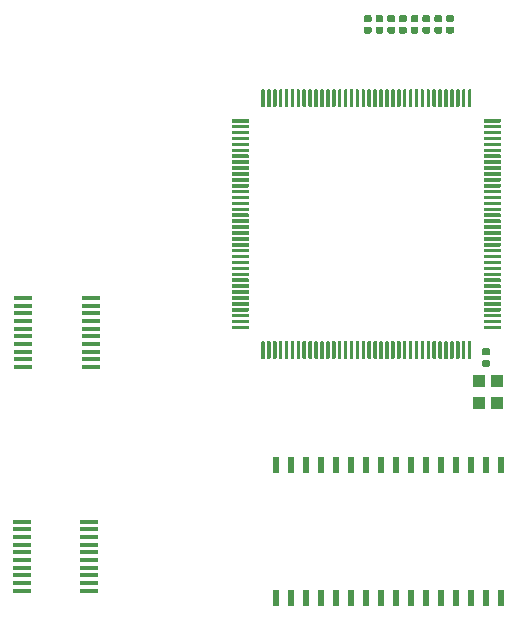
<source format=gbr>
G04 #@! TF.GenerationSoftware,KiCad,Pcbnew,(5.1.5)-3*
G04 #@! TF.CreationDate,2020-10-03T21:18:42-07:00*
G04 #@! TF.ProjectId,MCL86jr,4d434c38-366a-4722-9e6b-696361645f70,rev?*
G04 #@! TF.SameCoordinates,PX6b9fce8PY20f1980*
G04 #@! TF.FileFunction,Paste,Top*
G04 #@! TF.FilePolarity,Positive*
%FSLAX46Y46*%
G04 Gerber Fmt 4.6, Leading zero omitted, Abs format (unit mm)*
G04 Created by KiCad (PCBNEW (5.1.5)-3) date 2020-10-03 21:18:42*
%MOMM*%
%LPD*%
G04 APERTURE LIST*
%ADD10R,1.000000X1.100000*%
%ADD11R,0.610000X1.440000*%
%ADD12R,1.570000X0.410000*%
%ADD13C,0.100000*%
G04 APERTURE END LIST*
D10*
X46671800Y-34198600D03*
X46671800Y-32298600D03*
X48171800Y-32298600D03*
X48171800Y-34198600D03*
D11*
X48514000Y-50679600D03*
X47244000Y-50679600D03*
X45974000Y-50679600D03*
X44704000Y-50679600D03*
X43434000Y-50679600D03*
X42164000Y-50679600D03*
X40894000Y-50679600D03*
X39624000Y-50679600D03*
X38354000Y-50679600D03*
X37084000Y-50679600D03*
X35814000Y-50679600D03*
X34544000Y-50679600D03*
X33274000Y-50679600D03*
X32004000Y-50679600D03*
X30734000Y-50679600D03*
X29464000Y-50679600D03*
X29464000Y-39439600D03*
X30734000Y-39439600D03*
X32004000Y-39439600D03*
X33274000Y-39439600D03*
X34544000Y-39439600D03*
X35814000Y-39439600D03*
X37084000Y-39439600D03*
X38354000Y-39439600D03*
X39624000Y-39439600D03*
X40894000Y-39439600D03*
X42164000Y-39439600D03*
X43434000Y-39439600D03*
X44704000Y-39439600D03*
X45974000Y-39439600D03*
X47244000Y-39439600D03*
X48514000Y-39439600D03*
D12*
X13842800Y-25294400D03*
X13842800Y-25944400D03*
X13842800Y-26594400D03*
X13842800Y-27244400D03*
X13842800Y-27894400D03*
X13842800Y-28544400D03*
X13842800Y-29194400D03*
X13842800Y-29844400D03*
X13842800Y-30494400D03*
X13842800Y-31144400D03*
X8102800Y-31144400D03*
X8102800Y-30494400D03*
X8102800Y-29844400D03*
X8102800Y-29194400D03*
X8102800Y-28544400D03*
X8102800Y-27894400D03*
X8102800Y-27244400D03*
X8102800Y-26594400D03*
X8102800Y-25944400D03*
X8102800Y-25294400D03*
X13690400Y-44242800D03*
X13690400Y-44892800D03*
X13690400Y-45542800D03*
X13690400Y-46192800D03*
X13690400Y-46842800D03*
X13690400Y-47492800D03*
X13690400Y-48142800D03*
X13690400Y-48792800D03*
X13690400Y-49442800D03*
X13690400Y-50092800D03*
X7950400Y-50092800D03*
X7950400Y-49442800D03*
X7950400Y-48792800D03*
X7950400Y-48142800D03*
X7950400Y-47492800D03*
X7950400Y-46842800D03*
X7950400Y-46192800D03*
X7950400Y-45542800D03*
X7950400Y-44892800D03*
X7950400Y-44242800D03*
D13*
G36*
X47456358Y-30543710D02*
G01*
X47470676Y-30545834D01*
X47484717Y-30549351D01*
X47498346Y-30554228D01*
X47511431Y-30560417D01*
X47523847Y-30567858D01*
X47535473Y-30576481D01*
X47546198Y-30586202D01*
X47555919Y-30596927D01*
X47564542Y-30608553D01*
X47571983Y-30620969D01*
X47578172Y-30634054D01*
X47583049Y-30647683D01*
X47586566Y-30661724D01*
X47588690Y-30676042D01*
X47589400Y-30690500D01*
X47589400Y-30985500D01*
X47588690Y-30999958D01*
X47586566Y-31014276D01*
X47583049Y-31028317D01*
X47578172Y-31041946D01*
X47571983Y-31055031D01*
X47564542Y-31067447D01*
X47555919Y-31079073D01*
X47546198Y-31089798D01*
X47535473Y-31099519D01*
X47523847Y-31108142D01*
X47511431Y-31115583D01*
X47498346Y-31121772D01*
X47484717Y-31126649D01*
X47470676Y-31130166D01*
X47456358Y-31132290D01*
X47441900Y-31133000D01*
X47096900Y-31133000D01*
X47082442Y-31132290D01*
X47068124Y-31130166D01*
X47054083Y-31126649D01*
X47040454Y-31121772D01*
X47027369Y-31115583D01*
X47014953Y-31108142D01*
X47003327Y-31099519D01*
X46992602Y-31089798D01*
X46982881Y-31079073D01*
X46974258Y-31067447D01*
X46966817Y-31055031D01*
X46960628Y-31041946D01*
X46955751Y-31028317D01*
X46952234Y-31014276D01*
X46950110Y-30999958D01*
X46949400Y-30985500D01*
X46949400Y-30690500D01*
X46950110Y-30676042D01*
X46952234Y-30661724D01*
X46955751Y-30647683D01*
X46960628Y-30634054D01*
X46966817Y-30620969D01*
X46974258Y-30608553D01*
X46982881Y-30596927D01*
X46992602Y-30586202D01*
X47003327Y-30576481D01*
X47014953Y-30567858D01*
X47027369Y-30560417D01*
X47040454Y-30554228D01*
X47054083Y-30549351D01*
X47068124Y-30545834D01*
X47082442Y-30543710D01*
X47096900Y-30543000D01*
X47441900Y-30543000D01*
X47456358Y-30543710D01*
G37*
G36*
X47456358Y-29573710D02*
G01*
X47470676Y-29575834D01*
X47484717Y-29579351D01*
X47498346Y-29584228D01*
X47511431Y-29590417D01*
X47523847Y-29597858D01*
X47535473Y-29606481D01*
X47546198Y-29616202D01*
X47555919Y-29626927D01*
X47564542Y-29638553D01*
X47571983Y-29650969D01*
X47578172Y-29664054D01*
X47583049Y-29677683D01*
X47586566Y-29691724D01*
X47588690Y-29706042D01*
X47589400Y-29720500D01*
X47589400Y-30015500D01*
X47588690Y-30029958D01*
X47586566Y-30044276D01*
X47583049Y-30058317D01*
X47578172Y-30071946D01*
X47571983Y-30085031D01*
X47564542Y-30097447D01*
X47555919Y-30109073D01*
X47546198Y-30119798D01*
X47535473Y-30129519D01*
X47523847Y-30138142D01*
X47511431Y-30145583D01*
X47498346Y-30151772D01*
X47484717Y-30156649D01*
X47470676Y-30160166D01*
X47456358Y-30162290D01*
X47441900Y-30163000D01*
X47096900Y-30163000D01*
X47082442Y-30162290D01*
X47068124Y-30160166D01*
X47054083Y-30156649D01*
X47040454Y-30151772D01*
X47027369Y-30145583D01*
X47014953Y-30138142D01*
X47003327Y-30129519D01*
X46992602Y-30119798D01*
X46982881Y-30109073D01*
X46974258Y-30097447D01*
X46966817Y-30085031D01*
X46960628Y-30071946D01*
X46955751Y-30058317D01*
X46952234Y-30044276D01*
X46950110Y-30029958D01*
X46949400Y-30015500D01*
X46949400Y-29720500D01*
X46950110Y-29706042D01*
X46952234Y-29691724D01*
X46955751Y-29677683D01*
X46960628Y-29664054D01*
X46966817Y-29650969D01*
X46974258Y-29638553D01*
X46982881Y-29626927D01*
X46992602Y-29616202D01*
X47003327Y-29606481D01*
X47014953Y-29597858D01*
X47027369Y-29590417D01*
X47040454Y-29584228D01*
X47054083Y-29579351D01*
X47068124Y-29575834D01*
X47082442Y-29573710D01*
X47096900Y-29573000D01*
X47441900Y-29573000D01*
X47456358Y-29573710D01*
G37*
G36*
X28467151Y-7650361D02*
G01*
X28474432Y-7651441D01*
X28481571Y-7653229D01*
X28488501Y-7655709D01*
X28495155Y-7658856D01*
X28501468Y-7662640D01*
X28507379Y-7667024D01*
X28512833Y-7671967D01*
X28517776Y-7677421D01*
X28522160Y-7683332D01*
X28525944Y-7689645D01*
X28529091Y-7696299D01*
X28531571Y-7703229D01*
X28533359Y-7710368D01*
X28534439Y-7717649D01*
X28534800Y-7725000D01*
X28534800Y-9050000D01*
X28534439Y-9057351D01*
X28533359Y-9064632D01*
X28531571Y-9071771D01*
X28529091Y-9078701D01*
X28525944Y-9085355D01*
X28522160Y-9091668D01*
X28517776Y-9097579D01*
X28512833Y-9103033D01*
X28507379Y-9107976D01*
X28501468Y-9112360D01*
X28495155Y-9116144D01*
X28488501Y-9119291D01*
X28481571Y-9121771D01*
X28474432Y-9123559D01*
X28467151Y-9124639D01*
X28459800Y-9125000D01*
X28309800Y-9125000D01*
X28302449Y-9124639D01*
X28295168Y-9123559D01*
X28288029Y-9121771D01*
X28281099Y-9119291D01*
X28274445Y-9116144D01*
X28268132Y-9112360D01*
X28262221Y-9107976D01*
X28256767Y-9103033D01*
X28251824Y-9097579D01*
X28247440Y-9091668D01*
X28243656Y-9085355D01*
X28240509Y-9078701D01*
X28238029Y-9071771D01*
X28236241Y-9064632D01*
X28235161Y-9057351D01*
X28234800Y-9050000D01*
X28234800Y-7725000D01*
X28235161Y-7717649D01*
X28236241Y-7710368D01*
X28238029Y-7703229D01*
X28240509Y-7696299D01*
X28243656Y-7689645D01*
X28247440Y-7683332D01*
X28251824Y-7677421D01*
X28256767Y-7671967D01*
X28262221Y-7667024D01*
X28268132Y-7662640D01*
X28274445Y-7658856D01*
X28281099Y-7655709D01*
X28288029Y-7653229D01*
X28295168Y-7651441D01*
X28302449Y-7650361D01*
X28309800Y-7650000D01*
X28459800Y-7650000D01*
X28467151Y-7650361D01*
G37*
G36*
X28967151Y-7650361D02*
G01*
X28974432Y-7651441D01*
X28981571Y-7653229D01*
X28988501Y-7655709D01*
X28995155Y-7658856D01*
X29001468Y-7662640D01*
X29007379Y-7667024D01*
X29012833Y-7671967D01*
X29017776Y-7677421D01*
X29022160Y-7683332D01*
X29025944Y-7689645D01*
X29029091Y-7696299D01*
X29031571Y-7703229D01*
X29033359Y-7710368D01*
X29034439Y-7717649D01*
X29034800Y-7725000D01*
X29034800Y-9050000D01*
X29034439Y-9057351D01*
X29033359Y-9064632D01*
X29031571Y-9071771D01*
X29029091Y-9078701D01*
X29025944Y-9085355D01*
X29022160Y-9091668D01*
X29017776Y-9097579D01*
X29012833Y-9103033D01*
X29007379Y-9107976D01*
X29001468Y-9112360D01*
X28995155Y-9116144D01*
X28988501Y-9119291D01*
X28981571Y-9121771D01*
X28974432Y-9123559D01*
X28967151Y-9124639D01*
X28959800Y-9125000D01*
X28809800Y-9125000D01*
X28802449Y-9124639D01*
X28795168Y-9123559D01*
X28788029Y-9121771D01*
X28781099Y-9119291D01*
X28774445Y-9116144D01*
X28768132Y-9112360D01*
X28762221Y-9107976D01*
X28756767Y-9103033D01*
X28751824Y-9097579D01*
X28747440Y-9091668D01*
X28743656Y-9085355D01*
X28740509Y-9078701D01*
X28738029Y-9071771D01*
X28736241Y-9064632D01*
X28735161Y-9057351D01*
X28734800Y-9050000D01*
X28734800Y-7725000D01*
X28735161Y-7717649D01*
X28736241Y-7710368D01*
X28738029Y-7703229D01*
X28740509Y-7696299D01*
X28743656Y-7689645D01*
X28747440Y-7683332D01*
X28751824Y-7677421D01*
X28756767Y-7671967D01*
X28762221Y-7667024D01*
X28768132Y-7662640D01*
X28774445Y-7658856D01*
X28781099Y-7655709D01*
X28788029Y-7653229D01*
X28795168Y-7651441D01*
X28802449Y-7650361D01*
X28809800Y-7650000D01*
X28959800Y-7650000D01*
X28967151Y-7650361D01*
G37*
G36*
X29467151Y-7650361D02*
G01*
X29474432Y-7651441D01*
X29481571Y-7653229D01*
X29488501Y-7655709D01*
X29495155Y-7658856D01*
X29501468Y-7662640D01*
X29507379Y-7667024D01*
X29512833Y-7671967D01*
X29517776Y-7677421D01*
X29522160Y-7683332D01*
X29525944Y-7689645D01*
X29529091Y-7696299D01*
X29531571Y-7703229D01*
X29533359Y-7710368D01*
X29534439Y-7717649D01*
X29534800Y-7725000D01*
X29534800Y-9050000D01*
X29534439Y-9057351D01*
X29533359Y-9064632D01*
X29531571Y-9071771D01*
X29529091Y-9078701D01*
X29525944Y-9085355D01*
X29522160Y-9091668D01*
X29517776Y-9097579D01*
X29512833Y-9103033D01*
X29507379Y-9107976D01*
X29501468Y-9112360D01*
X29495155Y-9116144D01*
X29488501Y-9119291D01*
X29481571Y-9121771D01*
X29474432Y-9123559D01*
X29467151Y-9124639D01*
X29459800Y-9125000D01*
X29309800Y-9125000D01*
X29302449Y-9124639D01*
X29295168Y-9123559D01*
X29288029Y-9121771D01*
X29281099Y-9119291D01*
X29274445Y-9116144D01*
X29268132Y-9112360D01*
X29262221Y-9107976D01*
X29256767Y-9103033D01*
X29251824Y-9097579D01*
X29247440Y-9091668D01*
X29243656Y-9085355D01*
X29240509Y-9078701D01*
X29238029Y-9071771D01*
X29236241Y-9064632D01*
X29235161Y-9057351D01*
X29234800Y-9050000D01*
X29234800Y-7725000D01*
X29235161Y-7717649D01*
X29236241Y-7710368D01*
X29238029Y-7703229D01*
X29240509Y-7696299D01*
X29243656Y-7689645D01*
X29247440Y-7683332D01*
X29251824Y-7677421D01*
X29256767Y-7671967D01*
X29262221Y-7667024D01*
X29268132Y-7662640D01*
X29274445Y-7658856D01*
X29281099Y-7655709D01*
X29288029Y-7653229D01*
X29295168Y-7651441D01*
X29302449Y-7650361D01*
X29309800Y-7650000D01*
X29459800Y-7650000D01*
X29467151Y-7650361D01*
G37*
G36*
X29967151Y-7650361D02*
G01*
X29974432Y-7651441D01*
X29981571Y-7653229D01*
X29988501Y-7655709D01*
X29995155Y-7658856D01*
X30001468Y-7662640D01*
X30007379Y-7667024D01*
X30012833Y-7671967D01*
X30017776Y-7677421D01*
X30022160Y-7683332D01*
X30025944Y-7689645D01*
X30029091Y-7696299D01*
X30031571Y-7703229D01*
X30033359Y-7710368D01*
X30034439Y-7717649D01*
X30034800Y-7725000D01*
X30034800Y-9050000D01*
X30034439Y-9057351D01*
X30033359Y-9064632D01*
X30031571Y-9071771D01*
X30029091Y-9078701D01*
X30025944Y-9085355D01*
X30022160Y-9091668D01*
X30017776Y-9097579D01*
X30012833Y-9103033D01*
X30007379Y-9107976D01*
X30001468Y-9112360D01*
X29995155Y-9116144D01*
X29988501Y-9119291D01*
X29981571Y-9121771D01*
X29974432Y-9123559D01*
X29967151Y-9124639D01*
X29959800Y-9125000D01*
X29809800Y-9125000D01*
X29802449Y-9124639D01*
X29795168Y-9123559D01*
X29788029Y-9121771D01*
X29781099Y-9119291D01*
X29774445Y-9116144D01*
X29768132Y-9112360D01*
X29762221Y-9107976D01*
X29756767Y-9103033D01*
X29751824Y-9097579D01*
X29747440Y-9091668D01*
X29743656Y-9085355D01*
X29740509Y-9078701D01*
X29738029Y-9071771D01*
X29736241Y-9064632D01*
X29735161Y-9057351D01*
X29734800Y-9050000D01*
X29734800Y-7725000D01*
X29735161Y-7717649D01*
X29736241Y-7710368D01*
X29738029Y-7703229D01*
X29740509Y-7696299D01*
X29743656Y-7689645D01*
X29747440Y-7683332D01*
X29751824Y-7677421D01*
X29756767Y-7671967D01*
X29762221Y-7667024D01*
X29768132Y-7662640D01*
X29774445Y-7658856D01*
X29781099Y-7655709D01*
X29788029Y-7653229D01*
X29795168Y-7651441D01*
X29802449Y-7650361D01*
X29809800Y-7650000D01*
X29959800Y-7650000D01*
X29967151Y-7650361D01*
G37*
G36*
X30467151Y-7650361D02*
G01*
X30474432Y-7651441D01*
X30481571Y-7653229D01*
X30488501Y-7655709D01*
X30495155Y-7658856D01*
X30501468Y-7662640D01*
X30507379Y-7667024D01*
X30512833Y-7671967D01*
X30517776Y-7677421D01*
X30522160Y-7683332D01*
X30525944Y-7689645D01*
X30529091Y-7696299D01*
X30531571Y-7703229D01*
X30533359Y-7710368D01*
X30534439Y-7717649D01*
X30534800Y-7725000D01*
X30534800Y-9050000D01*
X30534439Y-9057351D01*
X30533359Y-9064632D01*
X30531571Y-9071771D01*
X30529091Y-9078701D01*
X30525944Y-9085355D01*
X30522160Y-9091668D01*
X30517776Y-9097579D01*
X30512833Y-9103033D01*
X30507379Y-9107976D01*
X30501468Y-9112360D01*
X30495155Y-9116144D01*
X30488501Y-9119291D01*
X30481571Y-9121771D01*
X30474432Y-9123559D01*
X30467151Y-9124639D01*
X30459800Y-9125000D01*
X30309800Y-9125000D01*
X30302449Y-9124639D01*
X30295168Y-9123559D01*
X30288029Y-9121771D01*
X30281099Y-9119291D01*
X30274445Y-9116144D01*
X30268132Y-9112360D01*
X30262221Y-9107976D01*
X30256767Y-9103033D01*
X30251824Y-9097579D01*
X30247440Y-9091668D01*
X30243656Y-9085355D01*
X30240509Y-9078701D01*
X30238029Y-9071771D01*
X30236241Y-9064632D01*
X30235161Y-9057351D01*
X30234800Y-9050000D01*
X30234800Y-7725000D01*
X30235161Y-7717649D01*
X30236241Y-7710368D01*
X30238029Y-7703229D01*
X30240509Y-7696299D01*
X30243656Y-7689645D01*
X30247440Y-7683332D01*
X30251824Y-7677421D01*
X30256767Y-7671967D01*
X30262221Y-7667024D01*
X30268132Y-7662640D01*
X30274445Y-7658856D01*
X30281099Y-7655709D01*
X30288029Y-7653229D01*
X30295168Y-7651441D01*
X30302449Y-7650361D01*
X30309800Y-7650000D01*
X30459800Y-7650000D01*
X30467151Y-7650361D01*
G37*
G36*
X30967151Y-7650361D02*
G01*
X30974432Y-7651441D01*
X30981571Y-7653229D01*
X30988501Y-7655709D01*
X30995155Y-7658856D01*
X31001468Y-7662640D01*
X31007379Y-7667024D01*
X31012833Y-7671967D01*
X31017776Y-7677421D01*
X31022160Y-7683332D01*
X31025944Y-7689645D01*
X31029091Y-7696299D01*
X31031571Y-7703229D01*
X31033359Y-7710368D01*
X31034439Y-7717649D01*
X31034800Y-7725000D01*
X31034800Y-9050000D01*
X31034439Y-9057351D01*
X31033359Y-9064632D01*
X31031571Y-9071771D01*
X31029091Y-9078701D01*
X31025944Y-9085355D01*
X31022160Y-9091668D01*
X31017776Y-9097579D01*
X31012833Y-9103033D01*
X31007379Y-9107976D01*
X31001468Y-9112360D01*
X30995155Y-9116144D01*
X30988501Y-9119291D01*
X30981571Y-9121771D01*
X30974432Y-9123559D01*
X30967151Y-9124639D01*
X30959800Y-9125000D01*
X30809800Y-9125000D01*
X30802449Y-9124639D01*
X30795168Y-9123559D01*
X30788029Y-9121771D01*
X30781099Y-9119291D01*
X30774445Y-9116144D01*
X30768132Y-9112360D01*
X30762221Y-9107976D01*
X30756767Y-9103033D01*
X30751824Y-9097579D01*
X30747440Y-9091668D01*
X30743656Y-9085355D01*
X30740509Y-9078701D01*
X30738029Y-9071771D01*
X30736241Y-9064632D01*
X30735161Y-9057351D01*
X30734800Y-9050000D01*
X30734800Y-7725000D01*
X30735161Y-7717649D01*
X30736241Y-7710368D01*
X30738029Y-7703229D01*
X30740509Y-7696299D01*
X30743656Y-7689645D01*
X30747440Y-7683332D01*
X30751824Y-7677421D01*
X30756767Y-7671967D01*
X30762221Y-7667024D01*
X30768132Y-7662640D01*
X30774445Y-7658856D01*
X30781099Y-7655709D01*
X30788029Y-7653229D01*
X30795168Y-7651441D01*
X30802449Y-7650361D01*
X30809800Y-7650000D01*
X30959800Y-7650000D01*
X30967151Y-7650361D01*
G37*
G36*
X31467151Y-7650361D02*
G01*
X31474432Y-7651441D01*
X31481571Y-7653229D01*
X31488501Y-7655709D01*
X31495155Y-7658856D01*
X31501468Y-7662640D01*
X31507379Y-7667024D01*
X31512833Y-7671967D01*
X31517776Y-7677421D01*
X31522160Y-7683332D01*
X31525944Y-7689645D01*
X31529091Y-7696299D01*
X31531571Y-7703229D01*
X31533359Y-7710368D01*
X31534439Y-7717649D01*
X31534800Y-7725000D01*
X31534800Y-9050000D01*
X31534439Y-9057351D01*
X31533359Y-9064632D01*
X31531571Y-9071771D01*
X31529091Y-9078701D01*
X31525944Y-9085355D01*
X31522160Y-9091668D01*
X31517776Y-9097579D01*
X31512833Y-9103033D01*
X31507379Y-9107976D01*
X31501468Y-9112360D01*
X31495155Y-9116144D01*
X31488501Y-9119291D01*
X31481571Y-9121771D01*
X31474432Y-9123559D01*
X31467151Y-9124639D01*
X31459800Y-9125000D01*
X31309800Y-9125000D01*
X31302449Y-9124639D01*
X31295168Y-9123559D01*
X31288029Y-9121771D01*
X31281099Y-9119291D01*
X31274445Y-9116144D01*
X31268132Y-9112360D01*
X31262221Y-9107976D01*
X31256767Y-9103033D01*
X31251824Y-9097579D01*
X31247440Y-9091668D01*
X31243656Y-9085355D01*
X31240509Y-9078701D01*
X31238029Y-9071771D01*
X31236241Y-9064632D01*
X31235161Y-9057351D01*
X31234800Y-9050000D01*
X31234800Y-7725000D01*
X31235161Y-7717649D01*
X31236241Y-7710368D01*
X31238029Y-7703229D01*
X31240509Y-7696299D01*
X31243656Y-7689645D01*
X31247440Y-7683332D01*
X31251824Y-7677421D01*
X31256767Y-7671967D01*
X31262221Y-7667024D01*
X31268132Y-7662640D01*
X31274445Y-7658856D01*
X31281099Y-7655709D01*
X31288029Y-7653229D01*
X31295168Y-7651441D01*
X31302449Y-7650361D01*
X31309800Y-7650000D01*
X31459800Y-7650000D01*
X31467151Y-7650361D01*
G37*
G36*
X31967151Y-7650361D02*
G01*
X31974432Y-7651441D01*
X31981571Y-7653229D01*
X31988501Y-7655709D01*
X31995155Y-7658856D01*
X32001468Y-7662640D01*
X32007379Y-7667024D01*
X32012833Y-7671967D01*
X32017776Y-7677421D01*
X32022160Y-7683332D01*
X32025944Y-7689645D01*
X32029091Y-7696299D01*
X32031571Y-7703229D01*
X32033359Y-7710368D01*
X32034439Y-7717649D01*
X32034800Y-7725000D01*
X32034800Y-9050000D01*
X32034439Y-9057351D01*
X32033359Y-9064632D01*
X32031571Y-9071771D01*
X32029091Y-9078701D01*
X32025944Y-9085355D01*
X32022160Y-9091668D01*
X32017776Y-9097579D01*
X32012833Y-9103033D01*
X32007379Y-9107976D01*
X32001468Y-9112360D01*
X31995155Y-9116144D01*
X31988501Y-9119291D01*
X31981571Y-9121771D01*
X31974432Y-9123559D01*
X31967151Y-9124639D01*
X31959800Y-9125000D01*
X31809800Y-9125000D01*
X31802449Y-9124639D01*
X31795168Y-9123559D01*
X31788029Y-9121771D01*
X31781099Y-9119291D01*
X31774445Y-9116144D01*
X31768132Y-9112360D01*
X31762221Y-9107976D01*
X31756767Y-9103033D01*
X31751824Y-9097579D01*
X31747440Y-9091668D01*
X31743656Y-9085355D01*
X31740509Y-9078701D01*
X31738029Y-9071771D01*
X31736241Y-9064632D01*
X31735161Y-9057351D01*
X31734800Y-9050000D01*
X31734800Y-7725000D01*
X31735161Y-7717649D01*
X31736241Y-7710368D01*
X31738029Y-7703229D01*
X31740509Y-7696299D01*
X31743656Y-7689645D01*
X31747440Y-7683332D01*
X31751824Y-7677421D01*
X31756767Y-7671967D01*
X31762221Y-7667024D01*
X31768132Y-7662640D01*
X31774445Y-7658856D01*
X31781099Y-7655709D01*
X31788029Y-7653229D01*
X31795168Y-7651441D01*
X31802449Y-7650361D01*
X31809800Y-7650000D01*
X31959800Y-7650000D01*
X31967151Y-7650361D01*
G37*
G36*
X32467151Y-7650361D02*
G01*
X32474432Y-7651441D01*
X32481571Y-7653229D01*
X32488501Y-7655709D01*
X32495155Y-7658856D01*
X32501468Y-7662640D01*
X32507379Y-7667024D01*
X32512833Y-7671967D01*
X32517776Y-7677421D01*
X32522160Y-7683332D01*
X32525944Y-7689645D01*
X32529091Y-7696299D01*
X32531571Y-7703229D01*
X32533359Y-7710368D01*
X32534439Y-7717649D01*
X32534800Y-7725000D01*
X32534800Y-9050000D01*
X32534439Y-9057351D01*
X32533359Y-9064632D01*
X32531571Y-9071771D01*
X32529091Y-9078701D01*
X32525944Y-9085355D01*
X32522160Y-9091668D01*
X32517776Y-9097579D01*
X32512833Y-9103033D01*
X32507379Y-9107976D01*
X32501468Y-9112360D01*
X32495155Y-9116144D01*
X32488501Y-9119291D01*
X32481571Y-9121771D01*
X32474432Y-9123559D01*
X32467151Y-9124639D01*
X32459800Y-9125000D01*
X32309800Y-9125000D01*
X32302449Y-9124639D01*
X32295168Y-9123559D01*
X32288029Y-9121771D01*
X32281099Y-9119291D01*
X32274445Y-9116144D01*
X32268132Y-9112360D01*
X32262221Y-9107976D01*
X32256767Y-9103033D01*
X32251824Y-9097579D01*
X32247440Y-9091668D01*
X32243656Y-9085355D01*
X32240509Y-9078701D01*
X32238029Y-9071771D01*
X32236241Y-9064632D01*
X32235161Y-9057351D01*
X32234800Y-9050000D01*
X32234800Y-7725000D01*
X32235161Y-7717649D01*
X32236241Y-7710368D01*
X32238029Y-7703229D01*
X32240509Y-7696299D01*
X32243656Y-7689645D01*
X32247440Y-7683332D01*
X32251824Y-7677421D01*
X32256767Y-7671967D01*
X32262221Y-7667024D01*
X32268132Y-7662640D01*
X32274445Y-7658856D01*
X32281099Y-7655709D01*
X32288029Y-7653229D01*
X32295168Y-7651441D01*
X32302449Y-7650361D01*
X32309800Y-7650000D01*
X32459800Y-7650000D01*
X32467151Y-7650361D01*
G37*
G36*
X32967151Y-7650361D02*
G01*
X32974432Y-7651441D01*
X32981571Y-7653229D01*
X32988501Y-7655709D01*
X32995155Y-7658856D01*
X33001468Y-7662640D01*
X33007379Y-7667024D01*
X33012833Y-7671967D01*
X33017776Y-7677421D01*
X33022160Y-7683332D01*
X33025944Y-7689645D01*
X33029091Y-7696299D01*
X33031571Y-7703229D01*
X33033359Y-7710368D01*
X33034439Y-7717649D01*
X33034800Y-7725000D01*
X33034800Y-9050000D01*
X33034439Y-9057351D01*
X33033359Y-9064632D01*
X33031571Y-9071771D01*
X33029091Y-9078701D01*
X33025944Y-9085355D01*
X33022160Y-9091668D01*
X33017776Y-9097579D01*
X33012833Y-9103033D01*
X33007379Y-9107976D01*
X33001468Y-9112360D01*
X32995155Y-9116144D01*
X32988501Y-9119291D01*
X32981571Y-9121771D01*
X32974432Y-9123559D01*
X32967151Y-9124639D01*
X32959800Y-9125000D01*
X32809800Y-9125000D01*
X32802449Y-9124639D01*
X32795168Y-9123559D01*
X32788029Y-9121771D01*
X32781099Y-9119291D01*
X32774445Y-9116144D01*
X32768132Y-9112360D01*
X32762221Y-9107976D01*
X32756767Y-9103033D01*
X32751824Y-9097579D01*
X32747440Y-9091668D01*
X32743656Y-9085355D01*
X32740509Y-9078701D01*
X32738029Y-9071771D01*
X32736241Y-9064632D01*
X32735161Y-9057351D01*
X32734800Y-9050000D01*
X32734800Y-7725000D01*
X32735161Y-7717649D01*
X32736241Y-7710368D01*
X32738029Y-7703229D01*
X32740509Y-7696299D01*
X32743656Y-7689645D01*
X32747440Y-7683332D01*
X32751824Y-7677421D01*
X32756767Y-7671967D01*
X32762221Y-7667024D01*
X32768132Y-7662640D01*
X32774445Y-7658856D01*
X32781099Y-7655709D01*
X32788029Y-7653229D01*
X32795168Y-7651441D01*
X32802449Y-7650361D01*
X32809800Y-7650000D01*
X32959800Y-7650000D01*
X32967151Y-7650361D01*
G37*
G36*
X33467151Y-7650361D02*
G01*
X33474432Y-7651441D01*
X33481571Y-7653229D01*
X33488501Y-7655709D01*
X33495155Y-7658856D01*
X33501468Y-7662640D01*
X33507379Y-7667024D01*
X33512833Y-7671967D01*
X33517776Y-7677421D01*
X33522160Y-7683332D01*
X33525944Y-7689645D01*
X33529091Y-7696299D01*
X33531571Y-7703229D01*
X33533359Y-7710368D01*
X33534439Y-7717649D01*
X33534800Y-7725000D01*
X33534800Y-9050000D01*
X33534439Y-9057351D01*
X33533359Y-9064632D01*
X33531571Y-9071771D01*
X33529091Y-9078701D01*
X33525944Y-9085355D01*
X33522160Y-9091668D01*
X33517776Y-9097579D01*
X33512833Y-9103033D01*
X33507379Y-9107976D01*
X33501468Y-9112360D01*
X33495155Y-9116144D01*
X33488501Y-9119291D01*
X33481571Y-9121771D01*
X33474432Y-9123559D01*
X33467151Y-9124639D01*
X33459800Y-9125000D01*
X33309800Y-9125000D01*
X33302449Y-9124639D01*
X33295168Y-9123559D01*
X33288029Y-9121771D01*
X33281099Y-9119291D01*
X33274445Y-9116144D01*
X33268132Y-9112360D01*
X33262221Y-9107976D01*
X33256767Y-9103033D01*
X33251824Y-9097579D01*
X33247440Y-9091668D01*
X33243656Y-9085355D01*
X33240509Y-9078701D01*
X33238029Y-9071771D01*
X33236241Y-9064632D01*
X33235161Y-9057351D01*
X33234800Y-9050000D01*
X33234800Y-7725000D01*
X33235161Y-7717649D01*
X33236241Y-7710368D01*
X33238029Y-7703229D01*
X33240509Y-7696299D01*
X33243656Y-7689645D01*
X33247440Y-7683332D01*
X33251824Y-7677421D01*
X33256767Y-7671967D01*
X33262221Y-7667024D01*
X33268132Y-7662640D01*
X33274445Y-7658856D01*
X33281099Y-7655709D01*
X33288029Y-7653229D01*
X33295168Y-7651441D01*
X33302449Y-7650361D01*
X33309800Y-7650000D01*
X33459800Y-7650000D01*
X33467151Y-7650361D01*
G37*
G36*
X33967151Y-7650361D02*
G01*
X33974432Y-7651441D01*
X33981571Y-7653229D01*
X33988501Y-7655709D01*
X33995155Y-7658856D01*
X34001468Y-7662640D01*
X34007379Y-7667024D01*
X34012833Y-7671967D01*
X34017776Y-7677421D01*
X34022160Y-7683332D01*
X34025944Y-7689645D01*
X34029091Y-7696299D01*
X34031571Y-7703229D01*
X34033359Y-7710368D01*
X34034439Y-7717649D01*
X34034800Y-7725000D01*
X34034800Y-9050000D01*
X34034439Y-9057351D01*
X34033359Y-9064632D01*
X34031571Y-9071771D01*
X34029091Y-9078701D01*
X34025944Y-9085355D01*
X34022160Y-9091668D01*
X34017776Y-9097579D01*
X34012833Y-9103033D01*
X34007379Y-9107976D01*
X34001468Y-9112360D01*
X33995155Y-9116144D01*
X33988501Y-9119291D01*
X33981571Y-9121771D01*
X33974432Y-9123559D01*
X33967151Y-9124639D01*
X33959800Y-9125000D01*
X33809800Y-9125000D01*
X33802449Y-9124639D01*
X33795168Y-9123559D01*
X33788029Y-9121771D01*
X33781099Y-9119291D01*
X33774445Y-9116144D01*
X33768132Y-9112360D01*
X33762221Y-9107976D01*
X33756767Y-9103033D01*
X33751824Y-9097579D01*
X33747440Y-9091668D01*
X33743656Y-9085355D01*
X33740509Y-9078701D01*
X33738029Y-9071771D01*
X33736241Y-9064632D01*
X33735161Y-9057351D01*
X33734800Y-9050000D01*
X33734800Y-7725000D01*
X33735161Y-7717649D01*
X33736241Y-7710368D01*
X33738029Y-7703229D01*
X33740509Y-7696299D01*
X33743656Y-7689645D01*
X33747440Y-7683332D01*
X33751824Y-7677421D01*
X33756767Y-7671967D01*
X33762221Y-7667024D01*
X33768132Y-7662640D01*
X33774445Y-7658856D01*
X33781099Y-7655709D01*
X33788029Y-7653229D01*
X33795168Y-7651441D01*
X33802449Y-7650361D01*
X33809800Y-7650000D01*
X33959800Y-7650000D01*
X33967151Y-7650361D01*
G37*
G36*
X34467151Y-7650361D02*
G01*
X34474432Y-7651441D01*
X34481571Y-7653229D01*
X34488501Y-7655709D01*
X34495155Y-7658856D01*
X34501468Y-7662640D01*
X34507379Y-7667024D01*
X34512833Y-7671967D01*
X34517776Y-7677421D01*
X34522160Y-7683332D01*
X34525944Y-7689645D01*
X34529091Y-7696299D01*
X34531571Y-7703229D01*
X34533359Y-7710368D01*
X34534439Y-7717649D01*
X34534800Y-7725000D01*
X34534800Y-9050000D01*
X34534439Y-9057351D01*
X34533359Y-9064632D01*
X34531571Y-9071771D01*
X34529091Y-9078701D01*
X34525944Y-9085355D01*
X34522160Y-9091668D01*
X34517776Y-9097579D01*
X34512833Y-9103033D01*
X34507379Y-9107976D01*
X34501468Y-9112360D01*
X34495155Y-9116144D01*
X34488501Y-9119291D01*
X34481571Y-9121771D01*
X34474432Y-9123559D01*
X34467151Y-9124639D01*
X34459800Y-9125000D01*
X34309800Y-9125000D01*
X34302449Y-9124639D01*
X34295168Y-9123559D01*
X34288029Y-9121771D01*
X34281099Y-9119291D01*
X34274445Y-9116144D01*
X34268132Y-9112360D01*
X34262221Y-9107976D01*
X34256767Y-9103033D01*
X34251824Y-9097579D01*
X34247440Y-9091668D01*
X34243656Y-9085355D01*
X34240509Y-9078701D01*
X34238029Y-9071771D01*
X34236241Y-9064632D01*
X34235161Y-9057351D01*
X34234800Y-9050000D01*
X34234800Y-7725000D01*
X34235161Y-7717649D01*
X34236241Y-7710368D01*
X34238029Y-7703229D01*
X34240509Y-7696299D01*
X34243656Y-7689645D01*
X34247440Y-7683332D01*
X34251824Y-7677421D01*
X34256767Y-7671967D01*
X34262221Y-7667024D01*
X34268132Y-7662640D01*
X34274445Y-7658856D01*
X34281099Y-7655709D01*
X34288029Y-7653229D01*
X34295168Y-7651441D01*
X34302449Y-7650361D01*
X34309800Y-7650000D01*
X34459800Y-7650000D01*
X34467151Y-7650361D01*
G37*
G36*
X34967151Y-7650361D02*
G01*
X34974432Y-7651441D01*
X34981571Y-7653229D01*
X34988501Y-7655709D01*
X34995155Y-7658856D01*
X35001468Y-7662640D01*
X35007379Y-7667024D01*
X35012833Y-7671967D01*
X35017776Y-7677421D01*
X35022160Y-7683332D01*
X35025944Y-7689645D01*
X35029091Y-7696299D01*
X35031571Y-7703229D01*
X35033359Y-7710368D01*
X35034439Y-7717649D01*
X35034800Y-7725000D01*
X35034800Y-9050000D01*
X35034439Y-9057351D01*
X35033359Y-9064632D01*
X35031571Y-9071771D01*
X35029091Y-9078701D01*
X35025944Y-9085355D01*
X35022160Y-9091668D01*
X35017776Y-9097579D01*
X35012833Y-9103033D01*
X35007379Y-9107976D01*
X35001468Y-9112360D01*
X34995155Y-9116144D01*
X34988501Y-9119291D01*
X34981571Y-9121771D01*
X34974432Y-9123559D01*
X34967151Y-9124639D01*
X34959800Y-9125000D01*
X34809800Y-9125000D01*
X34802449Y-9124639D01*
X34795168Y-9123559D01*
X34788029Y-9121771D01*
X34781099Y-9119291D01*
X34774445Y-9116144D01*
X34768132Y-9112360D01*
X34762221Y-9107976D01*
X34756767Y-9103033D01*
X34751824Y-9097579D01*
X34747440Y-9091668D01*
X34743656Y-9085355D01*
X34740509Y-9078701D01*
X34738029Y-9071771D01*
X34736241Y-9064632D01*
X34735161Y-9057351D01*
X34734800Y-9050000D01*
X34734800Y-7725000D01*
X34735161Y-7717649D01*
X34736241Y-7710368D01*
X34738029Y-7703229D01*
X34740509Y-7696299D01*
X34743656Y-7689645D01*
X34747440Y-7683332D01*
X34751824Y-7677421D01*
X34756767Y-7671967D01*
X34762221Y-7667024D01*
X34768132Y-7662640D01*
X34774445Y-7658856D01*
X34781099Y-7655709D01*
X34788029Y-7653229D01*
X34795168Y-7651441D01*
X34802449Y-7650361D01*
X34809800Y-7650000D01*
X34959800Y-7650000D01*
X34967151Y-7650361D01*
G37*
G36*
X35467151Y-7650361D02*
G01*
X35474432Y-7651441D01*
X35481571Y-7653229D01*
X35488501Y-7655709D01*
X35495155Y-7658856D01*
X35501468Y-7662640D01*
X35507379Y-7667024D01*
X35512833Y-7671967D01*
X35517776Y-7677421D01*
X35522160Y-7683332D01*
X35525944Y-7689645D01*
X35529091Y-7696299D01*
X35531571Y-7703229D01*
X35533359Y-7710368D01*
X35534439Y-7717649D01*
X35534800Y-7725000D01*
X35534800Y-9050000D01*
X35534439Y-9057351D01*
X35533359Y-9064632D01*
X35531571Y-9071771D01*
X35529091Y-9078701D01*
X35525944Y-9085355D01*
X35522160Y-9091668D01*
X35517776Y-9097579D01*
X35512833Y-9103033D01*
X35507379Y-9107976D01*
X35501468Y-9112360D01*
X35495155Y-9116144D01*
X35488501Y-9119291D01*
X35481571Y-9121771D01*
X35474432Y-9123559D01*
X35467151Y-9124639D01*
X35459800Y-9125000D01*
X35309800Y-9125000D01*
X35302449Y-9124639D01*
X35295168Y-9123559D01*
X35288029Y-9121771D01*
X35281099Y-9119291D01*
X35274445Y-9116144D01*
X35268132Y-9112360D01*
X35262221Y-9107976D01*
X35256767Y-9103033D01*
X35251824Y-9097579D01*
X35247440Y-9091668D01*
X35243656Y-9085355D01*
X35240509Y-9078701D01*
X35238029Y-9071771D01*
X35236241Y-9064632D01*
X35235161Y-9057351D01*
X35234800Y-9050000D01*
X35234800Y-7725000D01*
X35235161Y-7717649D01*
X35236241Y-7710368D01*
X35238029Y-7703229D01*
X35240509Y-7696299D01*
X35243656Y-7689645D01*
X35247440Y-7683332D01*
X35251824Y-7677421D01*
X35256767Y-7671967D01*
X35262221Y-7667024D01*
X35268132Y-7662640D01*
X35274445Y-7658856D01*
X35281099Y-7655709D01*
X35288029Y-7653229D01*
X35295168Y-7651441D01*
X35302449Y-7650361D01*
X35309800Y-7650000D01*
X35459800Y-7650000D01*
X35467151Y-7650361D01*
G37*
G36*
X35967151Y-7650361D02*
G01*
X35974432Y-7651441D01*
X35981571Y-7653229D01*
X35988501Y-7655709D01*
X35995155Y-7658856D01*
X36001468Y-7662640D01*
X36007379Y-7667024D01*
X36012833Y-7671967D01*
X36017776Y-7677421D01*
X36022160Y-7683332D01*
X36025944Y-7689645D01*
X36029091Y-7696299D01*
X36031571Y-7703229D01*
X36033359Y-7710368D01*
X36034439Y-7717649D01*
X36034800Y-7725000D01*
X36034800Y-9050000D01*
X36034439Y-9057351D01*
X36033359Y-9064632D01*
X36031571Y-9071771D01*
X36029091Y-9078701D01*
X36025944Y-9085355D01*
X36022160Y-9091668D01*
X36017776Y-9097579D01*
X36012833Y-9103033D01*
X36007379Y-9107976D01*
X36001468Y-9112360D01*
X35995155Y-9116144D01*
X35988501Y-9119291D01*
X35981571Y-9121771D01*
X35974432Y-9123559D01*
X35967151Y-9124639D01*
X35959800Y-9125000D01*
X35809800Y-9125000D01*
X35802449Y-9124639D01*
X35795168Y-9123559D01*
X35788029Y-9121771D01*
X35781099Y-9119291D01*
X35774445Y-9116144D01*
X35768132Y-9112360D01*
X35762221Y-9107976D01*
X35756767Y-9103033D01*
X35751824Y-9097579D01*
X35747440Y-9091668D01*
X35743656Y-9085355D01*
X35740509Y-9078701D01*
X35738029Y-9071771D01*
X35736241Y-9064632D01*
X35735161Y-9057351D01*
X35734800Y-9050000D01*
X35734800Y-7725000D01*
X35735161Y-7717649D01*
X35736241Y-7710368D01*
X35738029Y-7703229D01*
X35740509Y-7696299D01*
X35743656Y-7689645D01*
X35747440Y-7683332D01*
X35751824Y-7677421D01*
X35756767Y-7671967D01*
X35762221Y-7667024D01*
X35768132Y-7662640D01*
X35774445Y-7658856D01*
X35781099Y-7655709D01*
X35788029Y-7653229D01*
X35795168Y-7651441D01*
X35802449Y-7650361D01*
X35809800Y-7650000D01*
X35959800Y-7650000D01*
X35967151Y-7650361D01*
G37*
G36*
X36467151Y-7650361D02*
G01*
X36474432Y-7651441D01*
X36481571Y-7653229D01*
X36488501Y-7655709D01*
X36495155Y-7658856D01*
X36501468Y-7662640D01*
X36507379Y-7667024D01*
X36512833Y-7671967D01*
X36517776Y-7677421D01*
X36522160Y-7683332D01*
X36525944Y-7689645D01*
X36529091Y-7696299D01*
X36531571Y-7703229D01*
X36533359Y-7710368D01*
X36534439Y-7717649D01*
X36534800Y-7725000D01*
X36534800Y-9050000D01*
X36534439Y-9057351D01*
X36533359Y-9064632D01*
X36531571Y-9071771D01*
X36529091Y-9078701D01*
X36525944Y-9085355D01*
X36522160Y-9091668D01*
X36517776Y-9097579D01*
X36512833Y-9103033D01*
X36507379Y-9107976D01*
X36501468Y-9112360D01*
X36495155Y-9116144D01*
X36488501Y-9119291D01*
X36481571Y-9121771D01*
X36474432Y-9123559D01*
X36467151Y-9124639D01*
X36459800Y-9125000D01*
X36309800Y-9125000D01*
X36302449Y-9124639D01*
X36295168Y-9123559D01*
X36288029Y-9121771D01*
X36281099Y-9119291D01*
X36274445Y-9116144D01*
X36268132Y-9112360D01*
X36262221Y-9107976D01*
X36256767Y-9103033D01*
X36251824Y-9097579D01*
X36247440Y-9091668D01*
X36243656Y-9085355D01*
X36240509Y-9078701D01*
X36238029Y-9071771D01*
X36236241Y-9064632D01*
X36235161Y-9057351D01*
X36234800Y-9050000D01*
X36234800Y-7725000D01*
X36235161Y-7717649D01*
X36236241Y-7710368D01*
X36238029Y-7703229D01*
X36240509Y-7696299D01*
X36243656Y-7689645D01*
X36247440Y-7683332D01*
X36251824Y-7677421D01*
X36256767Y-7671967D01*
X36262221Y-7667024D01*
X36268132Y-7662640D01*
X36274445Y-7658856D01*
X36281099Y-7655709D01*
X36288029Y-7653229D01*
X36295168Y-7651441D01*
X36302449Y-7650361D01*
X36309800Y-7650000D01*
X36459800Y-7650000D01*
X36467151Y-7650361D01*
G37*
G36*
X36967151Y-7650361D02*
G01*
X36974432Y-7651441D01*
X36981571Y-7653229D01*
X36988501Y-7655709D01*
X36995155Y-7658856D01*
X37001468Y-7662640D01*
X37007379Y-7667024D01*
X37012833Y-7671967D01*
X37017776Y-7677421D01*
X37022160Y-7683332D01*
X37025944Y-7689645D01*
X37029091Y-7696299D01*
X37031571Y-7703229D01*
X37033359Y-7710368D01*
X37034439Y-7717649D01*
X37034800Y-7725000D01*
X37034800Y-9050000D01*
X37034439Y-9057351D01*
X37033359Y-9064632D01*
X37031571Y-9071771D01*
X37029091Y-9078701D01*
X37025944Y-9085355D01*
X37022160Y-9091668D01*
X37017776Y-9097579D01*
X37012833Y-9103033D01*
X37007379Y-9107976D01*
X37001468Y-9112360D01*
X36995155Y-9116144D01*
X36988501Y-9119291D01*
X36981571Y-9121771D01*
X36974432Y-9123559D01*
X36967151Y-9124639D01*
X36959800Y-9125000D01*
X36809800Y-9125000D01*
X36802449Y-9124639D01*
X36795168Y-9123559D01*
X36788029Y-9121771D01*
X36781099Y-9119291D01*
X36774445Y-9116144D01*
X36768132Y-9112360D01*
X36762221Y-9107976D01*
X36756767Y-9103033D01*
X36751824Y-9097579D01*
X36747440Y-9091668D01*
X36743656Y-9085355D01*
X36740509Y-9078701D01*
X36738029Y-9071771D01*
X36736241Y-9064632D01*
X36735161Y-9057351D01*
X36734800Y-9050000D01*
X36734800Y-7725000D01*
X36735161Y-7717649D01*
X36736241Y-7710368D01*
X36738029Y-7703229D01*
X36740509Y-7696299D01*
X36743656Y-7689645D01*
X36747440Y-7683332D01*
X36751824Y-7677421D01*
X36756767Y-7671967D01*
X36762221Y-7667024D01*
X36768132Y-7662640D01*
X36774445Y-7658856D01*
X36781099Y-7655709D01*
X36788029Y-7653229D01*
X36795168Y-7651441D01*
X36802449Y-7650361D01*
X36809800Y-7650000D01*
X36959800Y-7650000D01*
X36967151Y-7650361D01*
G37*
G36*
X37467151Y-7650361D02*
G01*
X37474432Y-7651441D01*
X37481571Y-7653229D01*
X37488501Y-7655709D01*
X37495155Y-7658856D01*
X37501468Y-7662640D01*
X37507379Y-7667024D01*
X37512833Y-7671967D01*
X37517776Y-7677421D01*
X37522160Y-7683332D01*
X37525944Y-7689645D01*
X37529091Y-7696299D01*
X37531571Y-7703229D01*
X37533359Y-7710368D01*
X37534439Y-7717649D01*
X37534800Y-7725000D01*
X37534800Y-9050000D01*
X37534439Y-9057351D01*
X37533359Y-9064632D01*
X37531571Y-9071771D01*
X37529091Y-9078701D01*
X37525944Y-9085355D01*
X37522160Y-9091668D01*
X37517776Y-9097579D01*
X37512833Y-9103033D01*
X37507379Y-9107976D01*
X37501468Y-9112360D01*
X37495155Y-9116144D01*
X37488501Y-9119291D01*
X37481571Y-9121771D01*
X37474432Y-9123559D01*
X37467151Y-9124639D01*
X37459800Y-9125000D01*
X37309800Y-9125000D01*
X37302449Y-9124639D01*
X37295168Y-9123559D01*
X37288029Y-9121771D01*
X37281099Y-9119291D01*
X37274445Y-9116144D01*
X37268132Y-9112360D01*
X37262221Y-9107976D01*
X37256767Y-9103033D01*
X37251824Y-9097579D01*
X37247440Y-9091668D01*
X37243656Y-9085355D01*
X37240509Y-9078701D01*
X37238029Y-9071771D01*
X37236241Y-9064632D01*
X37235161Y-9057351D01*
X37234800Y-9050000D01*
X37234800Y-7725000D01*
X37235161Y-7717649D01*
X37236241Y-7710368D01*
X37238029Y-7703229D01*
X37240509Y-7696299D01*
X37243656Y-7689645D01*
X37247440Y-7683332D01*
X37251824Y-7677421D01*
X37256767Y-7671967D01*
X37262221Y-7667024D01*
X37268132Y-7662640D01*
X37274445Y-7658856D01*
X37281099Y-7655709D01*
X37288029Y-7653229D01*
X37295168Y-7651441D01*
X37302449Y-7650361D01*
X37309800Y-7650000D01*
X37459800Y-7650000D01*
X37467151Y-7650361D01*
G37*
G36*
X37967151Y-7650361D02*
G01*
X37974432Y-7651441D01*
X37981571Y-7653229D01*
X37988501Y-7655709D01*
X37995155Y-7658856D01*
X38001468Y-7662640D01*
X38007379Y-7667024D01*
X38012833Y-7671967D01*
X38017776Y-7677421D01*
X38022160Y-7683332D01*
X38025944Y-7689645D01*
X38029091Y-7696299D01*
X38031571Y-7703229D01*
X38033359Y-7710368D01*
X38034439Y-7717649D01*
X38034800Y-7725000D01*
X38034800Y-9050000D01*
X38034439Y-9057351D01*
X38033359Y-9064632D01*
X38031571Y-9071771D01*
X38029091Y-9078701D01*
X38025944Y-9085355D01*
X38022160Y-9091668D01*
X38017776Y-9097579D01*
X38012833Y-9103033D01*
X38007379Y-9107976D01*
X38001468Y-9112360D01*
X37995155Y-9116144D01*
X37988501Y-9119291D01*
X37981571Y-9121771D01*
X37974432Y-9123559D01*
X37967151Y-9124639D01*
X37959800Y-9125000D01*
X37809800Y-9125000D01*
X37802449Y-9124639D01*
X37795168Y-9123559D01*
X37788029Y-9121771D01*
X37781099Y-9119291D01*
X37774445Y-9116144D01*
X37768132Y-9112360D01*
X37762221Y-9107976D01*
X37756767Y-9103033D01*
X37751824Y-9097579D01*
X37747440Y-9091668D01*
X37743656Y-9085355D01*
X37740509Y-9078701D01*
X37738029Y-9071771D01*
X37736241Y-9064632D01*
X37735161Y-9057351D01*
X37734800Y-9050000D01*
X37734800Y-7725000D01*
X37735161Y-7717649D01*
X37736241Y-7710368D01*
X37738029Y-7703229D01*
X37740509Y-7696299D01*
X37743656Y-7689645D01*
X37747440Y-7683332D01*
X37751824Y-7677421D01*
X37756767Y-7671967D01*
X37762221Y-7667024D01*
X37768132Y-7662640D01*
X37774445Y-7658856D01*
X37781099Y-7655709D01*
X37788029Y-7653229D01*
X37795168Y-7651441D01*
X37802449Y-7650361D01*
X37809800Y-7650000D01*
X37959800Y-7650000D01*
X37967151Y-7650361D01*
G37*
G36*
X38467151Y-7650361D02*
G01*
X38474432Y-7651441D01*
X38481571Y-7653229D01*
X38488501Y-7655709D01*
X38495155Y-7658856D01*
X38501468Y-7662640D01*
X38507379Y-7667024D01*
X38512833Y-7671967D01*
X38517776Y-7677421D01*
X38522160Y-7683332D01*
X38525944Y-7689645D01*
X38529091Y-7696299D01*
X38531571Y-7703229D01*
X38533359Y-7710368D01*
X38534439Y-7717649D01*
X38534800Y-7725000D01*
X38534800Y-9050000D01*
X38534439Y-9057351D01*
X38533359Y-9064632D01*
X38531571Y-9071771D01*
X38529091Y-9078701D01*
X38525944Y-9085355D01*
X38522160Y-9091668D01*
X38517776Y-9097579D01*
X38512833Y-9103033D01*
X38507379Y-9107976D01*
X38501468Y-9112360D01*
X38495155Y-9116144D01*
X38488501Y-9119291D01*
X38481571Y-9121771D01*
X38474432Y-9123559D01*
X38467151Y-9124639D01*
X38459800Y-9125000D01*
X38309800Y-9125000D01*
X38302449Y-9124639D01*
X38295168Y-9123559D01*
X38288029Y-9121771D01*
X38281099Y-9119291D01*
X38274445Y-9116144D01*
X38268132Y-9112360D01*
X38262221Y-9107976D01*
X38256767Y-9103033D01*
X38251824Y-9097579D01*
X38247440Y-9091668D01*
X38243656Y-9085355D01*
X38240509Y-9078701D01*
X38238029Y-9071771D01*
X38236241Y-9064632D01*
X38235161Y-9057351D01*
X38234800Y-9050000D01*
X38234800Y-7725000D01*
X38235161Y-7717649D01*
X38236241Y-7710368D01*
X38238029Y-7703229D01*
X38240509Y-7696299D01*
X38243656Y-7689645D01*
X38247440Y-7683332D01*
X38251824Y-7677421D01*
X38256767Y-7671967D01*
X38262221Y-7667024D01*
X38268132Y-7662640D01*
X38274445Y-7658856D01*
X38281099Y-7655709D01*
X38288029Y-7653229D01*
X38295168Y-7651441D01*
X38302449Y-7650361D01*
X38309800Y-7650000D01*
X38459800Y-7650000D01*
X38467151Y-7650361D01*
G37*
G36*
X38967151Y-7650361D02*
G01*
X38974432Y-7651441D01*
X38981571Y-7653229D01*
X38988501Y-7655709D01*
X38995155Y-7658856D01*
X39001468Y-7662640D01*
X39007379Y-7667024D01*
X39012833Y-7671967D01*
X39017776Y-7677421D01*
X39022160Y-7683332D01*
X39025944Y-7689645D01*
X39029091Y-7696299D01*
X39031571Y-7703229D01*
X39033359Y-7710368D01*
X39034439Y-7717649D01*
X39034800Y-7725000D01*
X39034800Y-9050000D01*
X39034439Y-9057351D01*
X39033359Y-9064632D01*
X39031571Y-9071771D01*
X39029091Y-9078701D01*
X39025944Y-9085355D01*
X39022160Y-9091668D01*
X39017776Y-9097579D01*
X39012833Y-9103033D01*
X39007379Y-9107976D01*
X39001468Y-9112360D01*
X38995155Y-9116144D01*
X38988501Y-9119291D01*
X38981571Y-9121771D01*
X38974432Y-9123559D01*
X38967151Y-9124639D01*
X38959800Y-9125000D01*
X38809800Y-9125000D01*
X38802449Y-9124639D01*
X38795168Y-9123559D01*
X38788029Y-9121771D01*
X38781099Y-9119291D01*
X38774445Y-9116144D01*
X38768132Y-9112360D01*
X38762221Y-9107976D01*
X38756767Y-9103033D01*
X38751824Y-9097579D01*
X38747440Y-9091668D01*
X38743656Y-9085355D01*
X38740509Y-9078701D01*
X38738029Y-9071771D01*
X38736241Y-9064632D01*
X38735161Y-9057351D01*
X38734800Y-9050000D01*
X38734800Y-7725000D01*
X38735161Y-7717649D01*
X38736241Y-7710368D01*
X38738029Y-7703229D01*
X38740509Y-7696299D01*
X38743656Y-7689645D01*
X38747440Y-7683332D01*
X38751824Y-7677421D01*
X38756767Y-7671967D01*
X38762221Y-7667024D01*
X38768132Y-7662640D01*
X38774445Y-7658856D01*
X38781099Y-7655709D01*
X38788029Y-7653229D01*
X38795168Y-7651441D01*
X38802449Y-7650361D01*
X38809800Y-7650000D01*
X38959800Y-7650000D01*
X38967151Y-7650361D01*
G37*
G36*
X39467151Y-7650361D02*
G01*
X39474432Y-7651441D01*
X39481571Y-7653229D01*
X39488501Y-7655709D01*
X39495155Y-7658856D01*
X39501468Y-7662640D01*
X39507379Y-7667024D01*
X39512833Y-7671967D01*
X39517776Y-7677421D01*
X39522160Y-7683332D01*
X39525944Y-7689645D01*
X39529091Y-7696299D01*
X39531571Y-7703229D01*
X39533359Y-7710368D01*
X39534439Y-7717649D01*
X39534800Y-7725000D01*
X39534800Y-9050000D01*
X39534439Y-9057351D01*
X39533359Y-9064632D01*
X39531571Y-9071771D01*
X39529091Y-9078701D01*
X39525944Y-9085355D01*
X39522160Y-9091668D01*
X39517776Y-9097579D01*
X39512833Y-9103033D01*
X39507379Y-9107976D01*
X39501468Y-9112360D01*
X39495155Y-9116144D01*
X39488501Y-9119291D01*
X39481571Y-9121771D01*
X39474432Y-9123559D01*
X39467151Y-9124639D01*
X39459800Y-9125000D01*
X39309800Y-9125000D01*
X39302449Y-9124639D01*
X39295168Y-9123559D01*
X39288029Y-9121771D01*
X39281099Y-9119291D01*
X39274445Y-9116144D01*
X39268132Y-9112360D01*
X39262221Y-9107976D01*
X39256767Y-9103033D01*
X39251824Y-9097579D01*
X39247440Y-9091668D01*
X39243656Y-9085355D01*
X39240509Y-9078701D01*
X39238029Y-9071771D01*
X39236241Y-9064632D01*
X39235161Y-9057351D01*
X39234800Y-9050000D01*
X39234800Y-7725000D01*
X39235161Y-7717649D01*
X39236241Y-7710368D01*
X39238029Y-7703229D01*
X39240509Y-7696299D01*
X39243656Y-7689645D01*
X39247440Y-7683332D01*
X39251824Y-7677421D01*
X39256767Y-7671967D01*
X39262221Y-7667024D01*
X39268132Y-7662640D01*
X39274445Y-7658856D01*
X39281099Y-7655709D01*
X39288029Y-7653229D01*
X39295168Y-7651441D01*
X39302449Y-7650361D01*
X39309800Y-7650000D01*
X39459800Y-7650000D01*
X39467151Y-7650361D01*
G37*
G36*
X39967151Y-7650361D02*
G01*
X39974432Y-7651441D01*
X39981571Y-7653229D01*
X39988501Y-7655709D01*
X39995155Y-7658856D01*
X40001468Y-7662640D01*
X40007379Y-7667024D01*
X40012833Y-7671967D01*
X40017776Y-7677421D01*
X40022160Y-7683332D01*
X40025944Y-7689645D01*
X40029091Y-7696299D01*
X40031571Y-7703229D01*
X40033359Y-7710368D01*
X40034439Y-7717649D01*
X40034800Y-7725000D01*
X40034800Y-9050000D01*
X40034439Y-9057351D01*
X40033359Y-9064632D01*
X40031571Y-9071771D01*
X40029091Y-9078701D01*
X40025944Y-9085355D01*
X40022160Y-9091668D01*
X40017776Y-9097579D01*
X40012833Y-9103033D01*
X40007379Y-9107976D01*
X40001468Y-9112360D01*
X39995155Y-9116144D01*
X39988501Y-9119291D01*
X39981571Y-9121771D01*
X39974432Y-9123559D01*
X39967151Y-9124639D01*
X39959800Y-9125000D01*
X39809800Y-9125000D01*
X39802449Y-9124639D01*
X39795168Y-9123559D01*
X39788029Y-9121771D01*
X39781099Y-9119291D01*
X39774445Y-9116144D01*
X39768132Y-9112360D01*
X39762221Y-9107976D01*
X39756767Y-9103033D01*
X39751824Y-9097579D01*
X39747440Y-9091668D01*
X39743656Y-9085355D01*
X39740509Y-9078701D01*
X39738029Y-9071771D01*
X39736241Y-9064632D01*
X39735161Y-9057351D01*
X39734800Y-9050000D01*
X39734800Y-7725000D01*
X39735161Y-7717649D01*
X39736241Y-7710368D01*
X39738029Y-7703229D01*
X39740509Y-7696299D01*
X39743656Y-7689645D01*
X39747440Y-7683332D01*
X39751824Y-7677421D01*
X39756767Y-7671967D01*
X39762221Y-7667024D01*
X39768132Y-7662640D01*
X39774445Y-7658856D01*
X39781099Y-7655709D01*
X39788029Y-7653229D01*
X39795168Y-7651441D01*
X39802449Y-7650361D01*
X39809800Y-7650000D01*
X39959800Y-7650000D01*
X39967151Y-7650361D01*
G37*
G36*
X40467151Y-7650361D02*
G01*
X40474432Y-7651441D01*
X40481571Y-7653229D01*
X40488501Y-7655709D01*
X40495155Y-7658856D01*
X40501468Y-7662640D01*
X40507379Y-7667024D01*
X40512833Y-7671967D01*
X40517776Y-7677421D01*
X40522160Y-7683332D01*
X40525944Y-7689645D01*
X40529091Y-7696299D01*
X40531571Y-7703229D01*
X40533359Y-7710368D01*
X40534439Y-7717649D01*
X40534800Y-7725000D01*
X40534800Y-9050000D01*
X40534439Y-9057351D01*
X40533359Y-9064632D01*
X40531571Y-9071771D01*
X40529091Y-9078701D01*
X40525944Y-9085355D01*
X40522160Y-9091668D01*
X40517776Y-9097579D01*
X40512833Y-9103033D01*
X40507379Y-9107976D01*
X40501468Y-9112360D01*
X40495155Y-9116144D01*
X40488501Y-9119291D01*
X40481571Y-9121771D01*
X40474432Y-9123559D01*
X40467151Y-9124639D01*
X40459800Y-9125000D01*
X40309800Y-9125000D01*
X40302449Y-9124639D01*
X40295168Y-9123559D01*
X40288029Y-9121771D01*
X40281099Y-9119291D01*
X40274445Y-9116144D01*
X40268132Y-9112360D01*
X40262221Y-9107976D01*
X40256767Y-9103033D01*
X40251824Y-9097579D01*
X40247440Y-9091668D01*
X40243656Y-9085355D01*
X40240509Y-9078701D01*
X40238029Y-9071771D01*
X40236241Y-9064632D01*
X40235161Y-9057351D01*
X40234800Y-9050000D01*
X40234800Y-7725000D01*
X40235161Y-7717649D01*
X40236241Y-7710368D01*
X40238029Y-7703229D01*
X40240509Y-7696299D01*
X40243656Y-7689645D01*
X40247440Y-7683332D01*
X40251824Y-7677421D01*
X40256767Y-7671967D01*
X40262221Y-7667024D01*
X40268132Y-7662640D01*
X40274445Y-7658856D01*
X40281099Y-7655709D01*
X40288029Y-7653229D01*
X40295168Y-7651441D01*
X40302449Y-7650361D01*
X40309800Y-7650000D01*
X40459800Y-7650000D01*
X40467151Y-7650361D01*
G37*
G36*
X40967151Y-7650361D02*
G01*
X40974432Y-7651441D01*
X40981571Y-7653229D01*
X40988501Y-7655709D01*
X40995155Y-7658856D01*
X41001468Y-7662640D01*
X41007379Y-7667024D01*
X41012833Y-7671967D01*
X41017776Y-7677421D01*
X41022160Y-7683332D01*
X41025944Y-7689645D01*
X41029091Y-7696299D01*
X41031571Y-7703229D01*
X41033359Y-7710368D01*
X41034439Y-7717649D01*
X41034800Y-7725000D01*
X41034800Y-9050000D01*
X41034439Y-9057351D01*
X41033359Y-9064632D01*
X41031571Y-9071771D01*
X41029091Y-9078701D01*
X41025944Y-9085355D01*
X41022160Y-9091668D01*
X41017776Y-9097579D01*
X41012833Y-9103033D01*
X41007379Y-9107976D01*
X41001468Y-9112360D01*
X40995155Y-9116144D01*
X40988501Y-9119291D01*
X40981571Y-9121771D01*
X40974432Y-9123559D01*
X40967151Y-9124639D01*
X40959800Y-9125000D01*
X40809800Y-9125000D01*
X40802449Y-9124639D01*
X40795168Y-9123559D01*
X40788029Y-9121771D01*
X40781099Y-9119291D01*
X40774445Y-9116144D01*
X40768132Y-9112360D01*
X40762221Y-9107976D01*
X40756767Y-9103033D01*
X40751824Y-9097579D01*
X40747440Y-9091668D01*
X40743656Y-9085355D01*
X40740509Y-9078701D01*
X40738029Y-9071771D01*
X40736241Y-9064632D01*
X40735161Y-9057351D01*
X40734800Y-9050000D01*
X40734800Y-7725000D01*
X40735161Y-7717649D01*
X40736241Y-7710368D01*
X40738029Y-7703229D01*
X40740509Y-7696299D01*
X40743656Y-7689645D01*
X40747440Y-7683332D01*
X40751824Y-7677421D01*
X40756767Y-7671967D01*
X40762221Y-7667024D01*
X40768132Y-7662640D01*
X40774445Y-7658856D01*
X40781099Y-7655709D01*
X40788029Y-7653229D01*
X40795168Y-7651441D01*
X40802449Y-7650361D01*
X40809800Y-7650000D01*
X40959800Y-7650000D01*
X40967151Y-7650361D01*
G37*
G36*
X41467151Y-7650361D02*
G01*
X41474432Y-7651441D01*
X41481571Y-7653229D01*
X41488501Y-7655709D01*
X41495155Y-7658856D01*
X41501468Y-7662640D01*
X41507379Y-7667024D01*
X41512833Y-7671967D01*
X41517776Y-7677421D01*
X41522160Y-7683332D01*
X41525944Y-7689645D01*
X41529091Y-7696299D01*
X41531571Y-7703229D01*
X41533359Y-7710368D01*
X41534439Y-7717649D01*
X41534800Y-7725000D01*
X41534800Y-9050000D01*
X41534439Y-9057351D01*
X41533359Y-9064632D01*
X41531571Y-9071771D01*
X41529091Y-9078701D01*
X41525944Y-9085355D01*
X41522160Y-9091668D01*
X41517776Y-9097579D01*
X41512833Y-9103033D01*
X41507379Y-9107976D01*
X41501468Y-9112360D01*
X41495155Y-9116144D01*
X41488501Y-9119291D01*
X41481571Y-9121771D01*
X41474432Y-9123559D01*
X41467151Y-9124639D01*
X41459800Y-9125000D01*
X41309800Y-9125000D01*
X41302449Y-9124639D01*
X41295168Y-9123559D01*
X41288029Y-9121771D01*
X41281099Y-9119291D01*
X41274445Y-9116144D01*
X41268132Y-9112360D01*
X41262221Y-9107976D01*
X41256767Y-9103033D01*
X41251824Y-9097579D01*
X41247440Y-9091668D01*
X41243656Y-9085355D01*
X41240509Y-9078701D01*
X41238029Y-9071771D01*
X41236241Y-9064632D01*
X41235161Y-9057351D01*
X41234800Y-9050000D01*
X41234800Y-7725000D01*
X41235161Y-7717649D01*
X41236241Y-7710368D01*
X41238029Y-7703229D01*
X41240509Y-7696299D01*
X41243656Y-7689645D01*
X41247440Y-7683332D01*
X41251824Y-7677421D01*
X41256767Y-7671967D01*
X41262221Y-7667024D01*
X41268132Y-7662640D01*
X41274445Y-7658856D01*
X41281099Y-7655709D01*
X41288029Y-7653229D01*
X41295168Y-7651441D01*
X41302449Y-7650361D01*
X41309800Y-7650000D01*
X41459800Y-7650000D01*
X41467151Y-7650361D01*
G37*
G36*
X41967151Y-7650361D02*
G01*
X41974432Y-7651441D01*
X41981571Y-7653229D01*
X41988501Y-7655709D01*
X41995155Y-7658856D01*
X42001468Y-7662640D01*
X42007379Y-7667024D01*
X42012833Y-7671967D01*
X42017776Y-7677421D01*
X42022160Y-7683332D01*
X42025944Y-7689645D01*
X42029091Y-7696299D01*
X42031571Y-7703229D01*
X42033359Y-7710368D01*
X42034439Y-7717649D01*
X42034800Y-7725000D01*
X42034800Y-9050000D01*
X42034439Y-9057351D01*
X42033359Y-9064632D01*
X42031571Y-9071771D01*
X42029091Y-9078701D01*
X42025944Y-9085355D01*
X42022160Y-9091668D01*
X42017776Y-9097579D01*
X42012833Y-9103033D01*
X42007379Y-9107976D01*
X42001468Y-9112360D01*
X41995155Y-9116144D01*
X41988501Y-9119291D01*
X41981571Y-9121771D01*
X41974432Y-9123559D01*
X41967151Y-9124639D01*
X41959800Y-9125000D01*
X41809800Y-9125000D01*
X41802449Y-9124639D01*
X41795168Y-9123559D01*
X41788029Y-9121771D01*
X41781099Y-9119291D01*
X41774445Y-9116144D01*
X41768132Y-9112360D01*
X41762221Y-9107976D01*
X41756767Y-9103033D01*
X41751824Y-9097579D01*
X41747440Y-9091668D01*
X41743656Y-9085355D01*
X41740509Y-9078701D01*
X41738029Y-9071771D01*
X41736241Y-9064632D01*
X41735161Y-9057351D01*
X41734800Y-9050000D01*
X41734800Y-7725000D01*
X41735161Y-7717649D01*
X41736241Y-7710368D01*
X41738029Y-7703229D01*
X41740509Y-7696299D01*
X41743656Y-7689645D01*
X41747440Y-7683332D01*
X41751824Y-7677421D01*
X41756767Y-7671967D01*
X41762221Y-7667024D01*
X41768132Y-7662640D01*
X41774445Y-7658856D01*
X41781099Y-7655709D01*
X41788029Y-7653229D01*
X41795168Y-7651441D01*
X41802449Y-7650361D01*
X41809800Y-7650000D01*
X41959800Y-7650000D01*
X41967151Y-7650361D01*
G37*
G36*
X42467151Y-7650361D02*
G01*
X42474432Y-7651441D01*
X42481571Y-7653229D01*
X42488501Y-7655709D01*
X42495155Y-7658856D01*
X42501468Y-7662640D01*
X42507379Y-7667024D01*
X42512833Y-7671967D01*
X42517776Y-7677421D01*
X42522160Y-7683332D01*
X42525944Y-7689645D01*
X42529091Y-7696299D01*
X42531571Y-7703229D01*
X42533359Y-7710368D01*
X42534439Y-7717649D01*
X42534800Y-7725000D01*
X42534800Y-9050000D01*
X42534439Y-9057351D01*
X42533359Y-9064632D01*
X42531571Y-9071771D01*
X42529091Y-9078701D01*
X42525944Y-9085355D01*
X42522160Y-9091668D01*
X42517776Y-9097579D01*
X42512833Y-9103033D01*
X42507379Y-9107976D01*
X42501468Y-9112360D01*
X42495155Y-9116144D01*
X42488501Y-9119291D01*
X42481571Y-9121771D01*
X42474432Y-9123559D01*
X42467151Y-9124639D01*
X42459800Y-9125000D01*
X42309800Y-9125000D01*
X42302449Y-9124639D01*
X42295168Y-9123559D01*
X42288029Y-9121771D01*
X42281099Y-9119291D01*
X42274445Y-9116144D01*
X42268132Y-9112360D01*
X42262221Y-9107976D01*
X42256767Y-9103033D01*
X42251824Y-9097579D01*
X42247440Y-9091668D01*
X42243656Y-9085355D01*
X42240509Y-9078701D01*
X42238029Y-9071771D01*
X42236241Y-9064632D01*
X42235161Y-9057351D01*
X42234800Y-9050000D01*
X42234800Y-7725000D01*
X42235161Y-7717649D01*
X42236241Y-7710368D01*
X42238029Y-7703229D01*
X42240509Y-7696299D01*
X42243656Y-7689645D01*
X42247440Y-7683332D01*
X42251824Y-7677421D01*
X42256767Y-7671967D01*
X42262221Y-7667024D01*
X42268132Y-7662640D01*
X42274445Y-7658856D01*
X42281099Y-7655709D01*
X42288029Y-7653229D01*
X42295168Y-7651441D01*
X42302449Y-7650361D01*
X42309800Y-7650000D01*
X42459800Y-7650000D01*
X42467151Y-7650361D01*
G37*
G36*
X42967151Y-7650361D02*
G01*
X42974432Y-7651441D01*
X42981571Y-7653229D01*
X42988501Y-7655709D01*
X42995155Y-7658856D01*
X43001468Y-7662640D01*
X43007379Y-7667024D01*
X43012833Y-7671967D01*
X43017776Y-7677421D01*
X43022160Y-7683332D01*
X43025944Y-7689645D01*
X43029091Y-7696299D01*
X43031571Y-7703229D01*
X43033359Y-7710368D01*
X43034439Y-7717649D01*
X43034800Y-7725000D01*
X43034800Y-9050000D01*
X43034439Y-9057351D01*
X43033359Y-9064632D01*
X43031571Y-9071771D01*
X43029091Y-9078701D01*
X43025944Y-9085355D01*
X43022160Y-9091668D01*
X43017776Y-9097579D01*
X43012833Y-9103033D01*
X43007379Y-9107976D01*
X43001468Y-9112360D01*
X42995155Y-9116144D01*
X42988501Y-9119291D01*
X42981571Y-9121771D01*
X42974432Y-9123559D01*
X42967151Y-9124639D01*
X42959800Y-9125000D01*
X42809800Y-9125000D01*
X42802449Y-9124639D01*
X42795168Y-9123559D01*
X42788029Y-9121771D01*
X42781099Y-9119291D01*
X42774445Y-9116144D01*
X42768132Y-9112360D01*
X42762221Y-9107976D01*
X42756767Y-9103033D01*
X42751824Y-9097579D01*
X42747440Y-9091668D01*
X42743656Y-9085355D01*
X42740509Y-9078701D01*
X42738029Y-9071771D01*
X42736241Y-9064632D01*
X42735161Y-9057351D01*
X42734800Y-9050000D01*
X42734800Y-7725000D01*
X42735161Y-7717649D01*
X42736241Y-7710368D01*
X42738029Y-7703229D01*
X42740509Y-7696299D01*
X42743656Y-7689645D01*
X42747440Y-7683332D01*
X42751824Y-7677421D01*
X42756767Y-7671967D01*
X42762221Y-7667024D01*
X42768132Y-7662640D01*
X42774445Y-7658856D01*
X42781099Y-7655709D01*
X42788029Y-7653229D01*
X42795168Y-7651441D01*
X42802449Y-7650361D01*
X42809800Y-7650000D01*
X42959800Y-7650000D01*
X42967151Y-7650361D01*
G37*
G36*
X43467151Y-7650361D02*
G01*
X43474432Y-7651441D01*
X43481571Y-7653229D01*
X43488501Y-7655709D01*
X43495155Y-7658856D01*
X43501468Y-7662640D01*
X43507379Y-7667024D01*
X43512833Y-7671967D01*
X43517776Y-7677421D01*
X43522160Y-7683332D01*
X43525944Y-7689645D01*
X43529091Y-7696299D01*
X43531571Y-7703229D01*
X43533359Y-7710368D01*
X43534439Y-7717649D01*
X43534800Y-7725000D01*
X43534800Y-9050000D01*
X43534439Y-9057351D01*
X43533359Y-9064632D01*
X43531571Y-9071771D01*
X43529091Y-9078701D01*
X43525944Y-9085355D01*
X43522160Y-9091668D01*
X43517776Y-9097579D01*
X43512833Y-9103033D01*
X43507379Y-9107976D01*
X43501468Y-9112360D01*
X43495155Y-9116144D01*
X43488501Y-9119291D01*
X43481571Y-9121771D01*
X43474432Y-9123559D01*
X43467151Y-9124639D01*
X43459800Y-9125000D01*
X43309800Y-9125000D01*
X43302449Y-9124639D01*
X43295168Y-9123559D01*
X43288029Y-9121771D01*
X43281099Y-9119291D01*
X43274445Y-9116144D01*
X43268132Y-9112360D01*
X43262221Y-9107976D01*
X43256767Y-9103033D01*
X43251824Y-9097579D01*
X43247440Y-9091668D01*
X43243656Y-9085355D01*
X43240509Y-9078701D01*
X43238029Y-9071771D01*
X43236241Y-9064632D01*
X43235161Y-9057351D01*
X43234800Y-9050000D01*
X43234800Y-7725000D01*
X43235161Y-7717649D01*
X43236241Y-7710368D01*
X43238029Y-7703229D01*
X43240509Y-7696299D01*
X43243656Y-7689645D01*
X43247440Y-7683332D01*
X43251824Y-7677421D01*
X43256767Y-7671967D01*
X43262221Y-7667024D01*
X43268132Y-7662640D01*
X43274445Y-7658856D01*
X43281099Y-7655709D01*
X43288029Y-7653229D01*
X43295168Y-7651441D01*
X43302449Y-7650361D01*
X43309800Y-7650000D01*
X43459800Y-7650000D01*
X43467151Y-7650361D01*
G37*
G36*
X43967151Y-7650361D02*
G01*
X43974432Y-7651441D01*
X43981571Y-7653229D01*
X43988501Y-7655709D01*
X43995155Y-7658856D01*
X44001468Y-7662640D01*
X44007379Y-7667024D01*
X44012833Y-7671967D01*
X44017776Y-7677421D01*
X44022160Y-7683332D01*
X44025944Y-7689645D01*
X44029091Y-7696299D01*
X44031571Y-7703229D01*
X44033359Y-7710368D01*
X44034439Y-7717649D01*
X44034800Y-7725000D01*
X44034800Y-9050000D01*
X44034439Y-9057351D01*
X44033359Y-9064632D01*
X44031571Y-9071771D01*
X44029091Y-9078701D01*
X44025944Y-9085355D01*
X44022160Y-9091668D01*
X44017776Y-9097579D01*
X44012833Y-9103033D01*
X44007379Y-9107976D01*
X44001468Y-9112360D01*
X43995155Y-9116144D01*
X43988501Y-9119291D01*
X43981571Y-9121771D01*
X43974432Y-9123559D01*
X43967151Y-9124639D01*
X43959800Y-9125000D01*
X43809800Y-9125000D01*
X43802449Y-9124639D01*
X43795168Y-9123559D01*
X43788029Y-9121771D01*
X43781099Y-9119291D01*
X43774445Y-9116144D01*
X43768132Y-9112360D01*
X43762221Y-9107976D01*
X43756767Y-9103033D01*
X43751824Y-9097579D01*
X43747440Y-9091668D01*
X43743656Y-9085355D01*
X43740509Y-9078701D01*
X43738029Y-9071771D01*
X43736241Y-9064632D01*
X43735161Y-9057351D01*
X43734800Y-9050000D01*
X43734800Y-7725000D01*
X43735161Y-7717649D01*
X43736241Y-7710368D01*
X43738029Y-7703229D01*
X43740509Y-7696299D01*
X43743656Y-7689645D01*
X43747440Y-7683332D01*
X43751824Y-7677421D01*
X43756767Y-7671967D01*
X43762221Y-7667024D01*
X43768132Y-7662640D01*
X43774445Y-7658856D01*
X43781099Y-7655709D01*
X43788029Y-7653229D01*
X43795168Y-7651441D01*
X43802449Y-7650361D01*
X43809800Y-7650000D01*
X43959800Y-7650000D01*
X43967151Y-7650361D01*
G37*
G36*
X44467151Y-7650361D02*
G01*
X44474432Y-7651441D01*
X44481571Y-7653229D01*
X44488501Y-7655709D01*
X44495155Y-7658856D01*
X44501468Y-7662640D01*
X44507379Y-7667024D01*
X44512833Y-7671967D01*
X44517776Y-7677421D01*
X44522160Y-7683332D01*
X44525944Y-7689645D01*
X44529091Y-7696299D01*
X44531571Y-7703229D01*
X44533359Y-7710368D01*
X44534439Y-7717649D01*
X44534800Y-7725000D01*
X44534800Y-9050000D01*
X44534439Y-9057351D01*
X44533359Y-9064632D01*
X44531571Y-9071771D01*
X44529091Y-9078701D01*
X44525944Y-9085355D01*
X44522160Y-9091668D01*
X44517776Y-9097579D01*
X44512833Y-9103033D01*
X44507379Y-9107976D01*
X44501468Y-9112360D01*
X44495155Y-9116144D01*
X44488501Y-9119291D01*
X44481571Y-9121771D01*
X44474432Y-9123559D01*
X44467151Y-9124639D01*
X44459800Y-9125000D01*
X44309800Y-9125000D01*
X44302449Y-9124639D01*
X44295168Y-9123559D01*
X44288029Y-9121771D01*
X44281099Y-9119291D01*
X44274445Y-9116144D01*
X44268132Y-9112360D01*
X44262221Y-9107976D01*
X44256767Y-9103033D01*
X44251824Y-9097579D01*
X44247440Y-9091668D01*
X44243656Y-9085355D01*
X44240509Y-9078701D01*
X44238029Y-9071771D01*
X44236241Y-9064632D01*
X44235161Y-9057351D01*
X44234800Y-9050000D01*
X44234800Y-7725000D01*
X44235161Y-7717649D01*
X44236241Y-7710368D01*
X44238029Y-7703229D01*
X44240509Y-7696299D01*
X44243656Y-7689645D01*
X44247440Y-7683332D01*
X44251824Y-7677421D01*
X44256767Y-7671967D01*
X44262221Y-7667024D01*
X44268132Y-7662640D01*
X44274445Y-7658856D01*
X44281099Y-7655709D01*
X44288029Y-7653229D01*
X44295168Y-7651441D01*
X44302449Y-7650361D01*
X44309800Y-7650000D01*
X44459800Y-7650000D01*
X44467151Y-7650361D01*
G37*
G36*
X44967151Y-7650361D02*
G01*
X44974432Y-7651441D01*
X44981571Y-7653229D01*
X44988501Y-7655709D01*
X44995155Y-7658856D01*
X45001468Y-7662640D01*
X45007379Y-7667024D01*
X45012833Y-7671967D01*
X45017776Y-7677421D01*
X45022160Y-7683332D01*
X45025944Y-7689645D01*
X45029091Y-7696299D01*
X45031571Y-7703229D01*
X45033359Y-7710368D01*
X45034439Y-7717649D01*
X45034800Y-7725000D01*
X45034800Y-9050000D01*
X45034439Y-9057351D01*
X45033359Y-9064632D01*
X45031571Y-9071771D01*
X45029091Y-9078701D01*
X45025944Y-9085355D01*
X45022160Y-9091668D01*
X45017776Y-9097579D01*
X45012833Y-9103033D01*
X45007379Y-9107976D01*
X45001468Y-9112360D01*
X44995155Y-9116144D01*
X44988501Y-9119291D01*
X44981571Y-9121771D01*
X44974432Y-9123559D01*
X44967151Y-9124639D01*
X44959800Y-9125000D01*
X44809800Y-9125000D01*
X44802449Y-9124639D01*
X44795168Y-9123559D01*
X44788029Y-9121771D01*
X44781099Y-9119291D01*
X44774445Y-9116144D01*
X44768132Y-9112360D01*
X44762221Y-9107976D01*
X44756767Y-9103033D01*
X44751824Y-9097579D01*
X44747440Y-9091668D01*
X44743656Y-9085355D01*
X44740509Y-9078701D01*
X44738029Y-9071771D01*
X44736241Y-9064632D01*
X44735161Y-9057351D01*
X44734800Y-9050000D01*
X44734800Y-7725000D01*
X44735161Y-7717649D01*
X44736241Y-7710368D01*
X44738029Y-7703229D01*
X44740509Y-7696299D01*
X44743656Y-7689645D01*
X44747440Y-7683332D01*
X44751824Y-7677421D01*
X44756767Y-7671967D01*
X44762221Y-7667024D01*
X44768132Y-7662640D01*
X44774445Y-7658856D01*
X44781099Y-7655709D01*
X44788029Y-7653229D01*
X44795168Y-7651441D01*
X44802449Y-7650361D01*
X44809800Y-7650000D01*
X44959800Y-7650000D01*
X44967151Y-7650361D01*
G37*
G36*
X45467151Y-7650361D02*
G01*
X45474432Y-7651441D01*
X45481571Y-7653229D01*
X45488501Y-7655709D01*
X45495155Y-7658856D01*
X45501468Y-7662640D01*
X45507379Y-7667024D01*
X45512833Y-7671967D01*
X45517776Y-7677421D01*
X45522160Y-7683332D01*
X45525944Y-7689645D01*
X45529091Y-7696299D01*
X45531571Y-7703229D01*
X45533359Y-7710368D01*
X45534439Y-7717649D01*
X45534800Y-7725000D01*
X45534800Y-9050000D01*
X45534439Y-9057351D01*
X45533359Y-9064632D01*
X45531571Y-9071771D01*
X45529091Y-9078701D01*
X45525944Y-9085355D01*
X45522160Y-9091668D01*
X45517776Y-9097579D01*
X45512833Y-9103033D01*
X45507379Y-9107976D01*
X45501468Y-9112360D01*
X45495155Y-9116144D01*
X45488501Y-9119291D01*
X45481571Y-9121771D01*
X45474432Y-9123559D01*
X45467151Y-9124639D01*
X45459800Y-9125000D01*
X45309800Y-9125000D01*
X45302449Y-9124639D01*
X45295168Y-9123559D01*
X45288029Y-9121771D01*
X45281099Y-9119291D01*
X45274445Y-9116144D01*
X45268132Y-9112360D01*
X45262221Y-9107976D01*
X45256767Y-9103033D01*
X45251824Y-9097579D01*
X45247440Y-9091668D01*
X45243656Y-9085355D01*
X45240509Y-9078701D01*
X45238029Y-9071771D01*
X45236241Y-9064632D01*
X45235161Y-9057351D01*
X45234800Y-9050000D01*
X45234800Y-7725000D01*
X45235161Y-7717649D01*
X45236241Y-7710368D01*
X45238029Y-7703229D01*
X45240509Y-7696299D01*
X45243656Y-7689645D01*
X45247440Y-7683332D01*
X45251824Y-7677421D01*
X45256767Y-7671967D01*
X45262221Y-7667024D01*
X45268132Y-7662640D01*
X45274445Y-7658856D01*
X45281099Y-7655709D01*
X45288029Y-7653229D01*
X45295168Y-7651441D01*
X45302449Y-7650361D01*
X45309800Y-7650000D01*
X45459800Y-7650000D01*
X45467151Y-7650361D01*
G37*
G36*
X45967151Y-7650361D02*
G01*
X45974432Y-7651441D01*
X45981571Y-7653229D01*
X45988501Y-7655709D01*
X45995155Y-7658856D01*
X46001468Y-7662640D01*
X46007379Y-7667024D01*
X46012833Y-7671967D01*
X46017776Y-7677421D01*
X46022160Y-7683332D01*
X46025944Y-7689645D01*
X46029091Y-7696299D01*
X46031571Y-7703229D01*
X46033359Y-7710368D01*
X46034439Y-7717649D01*
X46034800Y-7725000D01*
X46034800Y-9050000D01*
X46034439Y-9057351D01*
X46033359Y-9064632D01*
X46031571Y-9071771D01*
X46029091Y-9078701D01*
X46025944Y-9085355D01*
X46022160Y-9091668D01*
X46017776Y-9097579D01*
X46012833Y-9103033D01*
X46007379Y-9107976D01*
X46001468Y-9112360D01*
X45995155Y-9116144D01*
X45988501Y-9119291D01*
X45981571Y-9121771D01*
X45974432Y-9123559D01*
X45967151Y-9124639D01*
X45959800Y-9125000D01*
X45809800Y-9125000D01*
X45802449Y-9124639D01*
X45795168Y-9123559D01*
X45788029Y-9121771D01*
X45781099Y-9119291D01*
X45774445Y-9116144D01*
X45768132Y-9112360D01*
X45762221Y-9107976D01*
X45756767Y-9103033D01*
X45751824Y-9097579D01*
X45747440Y-9091668D01*
X45743656Y-9085355D01*
X45740509Y-9078701D01*
X45738029Y-9071771D01*
X45736241Y-9064632D01*
X45735161Y-9057351D01*
X45734800Y-9050000D01*
X45734800Y-7725000D01*
X45735161Y-7717649D01*
X45736241Y-7710368D01*
X45738029Y-7703229D01*
X45740509Y-7696299D01*
X45743656Y-7689645D01*
X45747440Y-7683332D01*
X45751824Y-7677421D01*
X45756767Y-7671967D01*
X45762221Y-7667024D01*
X45768132Y-7662640D01*
X45774445Y-7658856D01*
X45781099Y-7655709D01*
X45788029Y-7653229D01*
X45795168Y-7651441D01*
X45802449Y-7650361D01*
X45809800Y-7650000D01*
X45959800Y-7650000D01*
X45967151Y-7650361D01*
G37*
G36*
X48467151Y-10150361D02*
G01*
X48474432Y-10151441D01*
X48481571Y-10153229D01*
X48488501Y-10155709D01*
X48495155Y-10158856D01*
X48501468Y-10162640D01*
X48507379Y-10167024D01*
X48512833Y-10171967D01*
X48517776Y-10177421D01*
X48522160Y-10183332D01*
X48525944Y-10189645D01*
X48529091Y-10196299D01*
X48531571Y-10203229D01*
X48533359Y-10210368D01*
X48534439Y-10217649D01*
X48534800Y-10225000D01*
X48534800Y-10375000D01*
X48534439Y-10382351D01*
X48533359Y-10389632D01*
X48531571Y-10396771D01*
X48529091Y-10403701D01*
X48525944Y-10410355D01*
X48522160Y-10416668D01*
X48517776Y-10422579D01*
X48512833Y-10428033D01*
X48507379Y-10432976D01*
X48501468Y-10437360D01*
X48495155Y-10441144D01*
X48488501Y-10444291D01*
X48481571Y-10446771D01*
X48474432Y-10448559D01*
X48467151Y-10449639D01*
X48459800Y-10450000D01*
X47134800Y-10450000D01*
X47127449Y-10449639D01*
X47120168Y-10448559D01*
X47113029Y-10446771D01*
X47106099Y-10444291D01*
X47099445Y-10441144D01*
X47093132Y-10437360D01*
X47087221Y-10432976D01*
X47081767Y-10428033D01*
X47076824Y-10422579D01*
X47072440Y-10416668D01*
X47068656Y-10410355D01*
X47065509Y-10403701D01*
X47063029Y-10396771D01*
X47061241Y-10389632D01*
X47060161Y-10382351D01*
X47059800Y-10375000D01*
X47059800Y-10225000D01*
X47060161Y-10217649D01*
X47061241Y-10210368D01*
X47063029Y-10203229D01*
X47065509Y-10196299D01*
X47068656Y-10189645D01*
X47072440Y-10183332D01*
X47076824Y-10177421D01*
X47081767Y-10171967D01*
X47087221Y-10167024D01*
X47093132Y-10162640D01*
X47099445Y-10158856D01*
X47106099Y-10155709D01*
X47113029Y-10153229D01*
X47120168Y-10151441D01*
X47127449Y-10150361D01*
X47134800Y-10150000D01*
X48459800Y-10150000D01*
X48467151Y-10150361D01*
G37*
G36*
X48467151Y-10650361D02*
G01*
X48474432Y-10651441D01*
X48481571Y-10653229D01*
X48488501Y-10655709D01*
X48495155Y-10658856D01*
X48501468Y-10662640D01*
X48507379Y-10667024D01*
X48512833Y-10671967D01*
X48517776Y-10677421D01*
X48522160Y-10683332D01*
X48525944Y-10689645D01*
X48529091Y-10696299D01*
X48531571Y-10703229D01*
X48533359Y-10710368D01*
X48534439Y-10717649D01*
X48534800Y-10725000D01*
X48534800Y-10875000D01*
X48534439Y-10882351D01*
X48533359Y-10889632D01*
X48531571Y-10896771D01*
X48529091Y-10903701D01*
X48525944Y-10910355D01*
X48522160Y-10916668D01*
X48517776Y-10922579D01*
X48512833Y-10928033D01*
X48507379Y-10932976D01*
X48501468Y-10937360D01*
X48495155Y-10941144D01*
X48488501Y-10944291D01*
X48481571Y-10946771D01*
X48474432Y-10948559D01*
X48467151Y-10949639D01*
X48459800Y-10950000D01*
X47134800Y-10950000D01*
X47127449Y-10949639D01*
X47120168Y-10948559D01*
X47113029Y-10946771D01*
X47106099Y-10944291D01*
X47099445Y-10941144D01*
X47093132Y-10937360D01*
X47087221Y-10932976D01*
X47081767Y-10928033D01*
X47076824Y-10922579D01*
X47072440Y-10916668D01*
X47068656Y-10910355D01*
X47065509Y-10903701D01*
X47063029Y-10896771D01*
X47061241Y-10889632D01*
X47060161Y-10882351D01*
X47059800Y-10875000D01*
X47059800Y-10725000D01*
X47060161Y-10717649D01*
X47061241Y-10710368D01*
X47063029Y-10703229D01*
X47065509Y-10696299D01*
X47068656Y-10689645D01*
X47072440Y-10683332D01*
X47076824Y-10677421D01*
X47081767Y-10671967D01*
X47087221Y-10667024D01*
X47093132Y-10662640D01*
X47099445Y-10658856D01*
X47106099Y-10655709D01*
X47113029Y-10653229D01*
X47120168Y-10651441D01*
X47127449Y-10650361D01*
X47134800Y-10650000D01*
X48459800Y-10650000D01*
X48467151Y-10650361D01*
G37*
G36*
X48467151Y-11150361D02*
G01*
X48474432Y-11151441D01*
X48481571Y-11153229D01*
X48488501Y-11155709D01*
X48495155Y-11158856D01*
X48501468Y-11162640D01*
X48507379Y-11167024D01*
X48512833Y-11171967D01*
X48517776Y-11177421D01*
X48522160Y-11183332D01*
X48525944Y-11189645D01*
X48529091Y-11196299D01*
X48531571Y-11203229D01*
X48533359Y-11210368D01*
X48534439Y-11217649D01*
X48534800Y-11225000D01*
X48534800Y-11375000D01*
X48534439Y-11382351D01*
X48533359Y-11389632D01*
X48531571Y-11396771D01*
X48529091Y-11403701D01*
X48525944Y-11410355D01*
X48522160Y-11416668D01*
X48517776Y-11422579D01*
X48512833Y-11428033D01*
X48507379Y-11432976D01*
X48501468Y-11437360D01*
X48495155Y-11441144D01*
X48488501Y-11444291D01*
X48481571Y-11446771D01*
X48474432Y-11448559D01*
X48467151Y-11449639D01*
X48459800Y-11450000D01*
X47134800Y-11450000D01*
X47127449Y-11449639D01*
X47120168Y-11448559D01*
X47113029Y-11446771D01*
X47106099Y-11444291D01*
X47099445Y-11441144D01*
X47093132Y-11437360D01*
X47087221Y-11432976D01*
X47081767Y-11428033D01*
X47076824Y-11422579D01*
X47072440Y-11416668D01*
X47068656Y-11410355D01*
X47065509Y-11403701D01*
X47063029Y-11396771D01*
X47061241Y-11389632D01*
X47060161Y-11382351D01*
X47059800Y-11375000D01*
X47059800Y-11225000D01*
X47060161Y-11217649D01*
X47061241Y-11210368D01*
X47063029Y-11203229D01*
X47065509Y-11196299D01*
X47068656Y-11189645D01*
X47072440Y-11183332D01*
X47076824Y-11177421D01*
X47081767Y-11171967D01*
X47087221Y-11167024D01*
X47093132Y-11162640D01*
X47099445Y-11158856D01*
X47106099Y-11155709D01*
X47113029Y-11153229D01*
X47120168Y-11151441D01*
X47127449Y-11150361D01*
X47134800Y-11150000D01*
X48459800Y-11150000D01*
X48467151Y-11150361D01*
G37*
G36*
X48467151Y-11650361D02*
G01*
X48474432Y-11651441D01*
X48481571Y-11653229D01*
X48488501Y-11655709D01*
X48495155Y-11658856D01*
X48501468Y-11662640D01*
X48507379Y-11667024D01*
X48512833Y-11671967D01*
X48517776Y-11677421D01*
X48522160Y-11683332D01*
X48525944Y-11689645D01*
X48529091Y-11696299D01*
X48531571Y-11703229D01*
X48533359Y-11710368D01*
X48534439Y-11717649D01*
X48534800Y-11725000D01*
X48534800Y-11875000D01*
X48534439Y-11882351D01*
X48533359Y-11889632D01*
X48531571Y-11896771D01*
X48529091Y-11903701D01*
X48525944Y-11910355D01*
X48522160Y-11916668D01*
X48517776Y-11922579D01*
X48512833Y-11928033D01*
X48507379Y-11932976D01*
X48501468Y-11937360D01*
X48495155Y-11941144D01*
X48488501Y-11944291D01*
X48481571Y-11946771D01*
X48474432Y-11948559D01*
X48467151Y-11949639D01*
X48459800Y-11950000D01*
X47134800Y-11950000D01*
X47127449Y-11949639D01*
X47120168Y-11948559D01*
X47113029Y-11946771D01*
X47106099Y-11944291D01*
X47099445Y-11941144D01*
X47093132Y-11937360D01*
X47087221Y-11932976D01*
X47081767Y-11928033D01*
X47076824Y-11922579D01*
X47072440Y-11916668D01*
X47068656Y-11910355D01*
X47065509Y-11903701D01*
X47063029Y-11896771D01*
X47061241Y-11889632D01*
X47060161Y-11882351D01*
X47059800Y-11875000D01*
X47059800Y-11725000D01*
X47060161Y-11717649D01*
X47061241Y-11710368D01*
X47063029Y-11703229D01*
X47065509Y-11696299D01*
X47068656Y-11689645D01*
X47072440Y-11683332D01*
X47076824Y-11677421D01*
X47081767Y-11671967D01*
X47087221Y-11667024D01*
X47093132Y-11662640D01*
X47099445Y-11658856D01*
X47106099Y-11655709D01*
X47113029Y-11653229D01*
X47120168Y-11651441D01*
X47127449Y-11650361D01*
X47134800Y-11650000D01*
X48459800Y-11650000D01*
X48467151Y-11650361D01*
G37*
G36*
X48467151Y-12150361D02*
G01*
X48474432Y-12151441D01*
X48481571Y-12153229D01*
X48488501Y-12155709D01*
X48495155Y-12158856D01*
X48501468Y-12162640D01*
X48507379Y-12167024D01*
X48512833Y-12171967D01*
X48517776Y-12177421D01*
X48522160Y-12183332D01*
X48525944Y-12189645D01*
X48529091Y-12196299D01*
X48531571Y-12203229D01*
X48533359Y-12210368D01*
X48534439Y-12217649D01*
X48534800Y-12225000D01*
X48534800Y-12375000D01*
X48534439Y-12382351D01*
X48533359Y-12389632D01*
X48531571Y-12396771D01*
X48529091Y-12403701D01*
X48525944Y-12410355D01*
X48522160Y-12416668D01*
X48517776Y-12422579D01*
X48512833Y-12428033D01*
X48507379Y-12432976D01*
X48501468Y-12437360D01*
X48495155Y-12441144D01*
X48488501Y-12444291D01*
X48481571Y-12446771D01*
X48474432Y-12448559D01*
X48467151Y-12449639D01*
X48459800Y-12450000D01*
X47134800Y-12450000D01*
X47127449Y-12449639D01*
X47120168Y-12448559D01*
X47113029Y-12446771D01*
X47106099Y-12444291D01*
X47099445Y-12441144D01*
X47093132Y-12437360D01*
X47087221Y-12432976D01*
X47081767Y-12428033D01*
X47076824Y-12422579D01*
X47072440Y-12416668D01*
X47068656Y-12410355D01*
X47065509Y-12403701D01*
X47063029Y-12396771D01*
X47061241Y-12389632D01*
X47060161Y-12382351D01*
X47059800Y-12375000D01*
X47059800Y-12225000D01*
X47060161Y-12217649D01*
X47061241Y-12210368D01*
X47063029Y-12203229D01*
X47065509Y-12196299D01*
X47068656Y-12189645D01*
X47072440Y-12183332D01*
X47076824Y-12177421D01*
X47081767Y-12171967D01*
X47087221Y-12167024D01*
X47093132Y-12162640D01*
X47099445Y-12158856D01*
X47106099Y-12155709D01*
X47113029Y-12153229D01*
X47120168Y-12151441D01*
X47127449Y-12150361D01*
X47134800Y-12150000D01*
X48459800Y-12150000D01*
X48467151Y-12150361D01*
G37*
G36*
X48467151Y-12650361D02*
G01*
X48474432Y-12651441D01*
X48481571Y-12653229D01*
X48488501Y-12655709D01*
X48495155Y-12658856D01*
X48501468Y-12662640D01*
X48507379Y-12667024D01*
X48512833Y-12671967D01*
X48517776Y-12677421D01*
X48522160Y-12683332D01*
X48525944Y-12689645D01*
X48529091Y-12696299D01*
X48531571Y-12703229D01*
X48533359Y-12710368D01*
X48534439Y-12717649D01*
X48534800Y-12725000D01*
X48534800Y-12875000D01*
X48534439Y-12882351D01*
X48533359Y-12889632D01*
X48531571Y-12896771D01*
X48529091Y-12903701D01*
X48525944Y-12910355D01*
X48522160Y-12916668D01*
X48517776Y-12922579D01*
X48512833Y-12928033D01*
X48507379Y-12932976D01*
X48501468Y-12937360D01*
X48495155Y-12941144D01*
X48488501Y-12944291D01*
X48481571Y-12946771D01*
X48474432Y-12948559D01*
X48467151Y-12949639D01*
X48459800Y-12950000D01*
X47134800Y-12950000D01*
X47127449Y-12949639D01*
X47120168Y-12948559D01*
X47113029Y-12946771D01*
X47106099Y-12944291D01*
X47099445Y-12941144D01*
X47093132Y-12937360D01*
X47087221Y-12932976D01*
X47081767Y-12928033D01*
X47076824Y-12922579D01*
X47072440Y-12916668D01*
X47068656Y-12910355D01*
X47065509Y-12903701D01*
X47063029Y-12896771D01*
X47061241Y-12889632D01*
X47060161Y-12882351D01*
X47059800Y-12875000D01*
X47059800Y-12725000D01*
X47060161Y-12717649D01*
X47061241Y-12710368D01*
X47063029Y-12703229D01*
X47065509Y-12696299D01*
X47068656Y-12689645D01*
X47072440Y-12683332D01*
X47076824Y-12677421D01*
X47081767Y-12671967D01*
X47087221Y-12667024D01*
X47093132Y-12662640D01*
X47099445Y-12658856D01*
X47106099Y-12655709D01*
X47113029Y-12653229D01*
X47120168Y-12651441D01*
X47127449Y-12650361D01*
X47134800Y-12650000D01*
X48459800Y-12650000D01*
X48467151Y-12650361D01*
G37*
G36*
X48467151Y-13150361D02*
G01*
X48474432Y-13151441D01*
X48481571Y-13153229D01*
X48488501Y-13155709D01*
X48495155Y-13158856D01*
X48501468Y-13162640D01*
X48507379Y-13167024D01*
X48512833Y-13171967D01*
X48517776Y-13177421D01*
X48522160Y-13183332D01*
X48525944Y-13189645D01*
X48529091Y-13196299D01*
X48531571Y-13203229D01*
X48533359Y-13210368D01*
X48534439Y-13217649D01*
X48534800Y-13225000D01*
X48534800Y-13375000D01*
X48534439Y-13382351D01*
X48533359Y-13389632D01*
X48531571Y-13396771D01*
X48529091Y-13403701D01*
X48525944Y-13410355D01*
X48522160Y-13416668D01*
X48517776Y-13422579D01*
X48512833Y-13428033D01*
X48507379Y-13432976D01*
X48501468Y-13437360D01*
X48495155Y-13441144D01*
X48488501Y-13444291D01*
X48481571Y-13446771D01*
X48474432Y-13448559D01*
X48467151Y-13449639D01*
X48459800Y-13450000D01*
X47134800Y-13450000D01*
X47127449Y-13449639D01*
X47120168Y-13448559D01*
X47113029Y-13446771D01*
X47106099Y-13444291D01*
X47099445Y-13441144D01*
X47093132Y-13437360D01*
X47087221Y-13432976D01*
X47081767Y-13428033D01*
X47076824Y-13422579D01*
X47072440Y-13416668D01*
X47068656Y-13410355D01*
X47065509Y-13403701D01*
X47063029Y-13396771D01*
X47061241Y-13389632D01*
X47060161Y-13382351D01*
X47059800Y-13375000D01*
X47059800Y-13225000D01*
X47060161Y-13217649D01*
X47061241Y-13210368D01*
X47063029Y-13203229D01*
X47065509Y-13196299D01*
X47068656Y-13189645D01*
X47072440Y-13183332D01*
X47076824Y-13177421D01*
X47081767Y-13171967D01*
X47087221Y-13167024D01*
X47093132Y-13162640D01*
X47099445Y-13158856D01*
X47106099Y-13155709D01*
X47113029Y-13153229D01*
X47120168Y-13151441D01*
X47127449Y-13150361D01*
X47134800Y-13150000D01*
X48459800Y-13150000D01*
X48467151Y-13150361D01*
G37*
G36*
X48467151Y-13650361D02*
G01*
X48474432Y-13651441D01*
X48481571Y-13653229D01*
X48488501Y-13655709D01*
X48495155Y-13658856D01*
X48501468Y-13662640D01*
X48507379Y-13667024D01*
X48512833Y-13671967D01*
X48517776Y-13677421D01*
X48522160Y-13683332D01*
X48525944Y-13689645D01*
X48529091Y-13696299D01*
X48531571Y-13703229D01*
X48533359Y-13710368D01*
X48534439Y-13717649D01*
X48534800Y-13725000D01*
X48534800Y-13875000D01*
X48534439Y-13882351D01*
X48533359Y-13889632D01*
X48531571Y-13896771D01*
X48529091Y-13903701D01*
X48525944Y-13910355D01*
X48522160Y-13916668D01*
X48517776Y-13922579D01*
X48512833Y-13928033D01*
X48507379Y-13932976D01*
X48501468Y-13937360D01*
X48495155Y-13941144D01*
X48488501Y-13944291D01*
X48481571Y-13946771D01*
X48474432Y-13948559D01*
X48467151Y-13949639D01*
X48459800Y-13950000D01*
X47134800Y-13950000D01*
X47127449Y-13949639D01*
X47120168Y-13948559D01*
X47113029Y-13946771D01*
X47106099Y-13944291D01*
X47099445Y-13941144D01*
X47093132Y-13937360D01*
X47087221Y-13932976D01*
X47081767Y-13928033D01*
X47076824Y-13922579D01*
X47072440Y-13916668D01*
X47068656Y-13910355D01*
X47065509Y-13903701D01*
X47063029Y-13896771D01*
X47061241Y-13889632D01*
X47060161Y-13882351D01*
X47059800Y-13875000D01*
X47059800Y-13725000D01*
X47060161Y-13717649D01*
X47061241Y-13710368D01*
X47063029Y-13703229D01*
X47065509Y-13696299D01*
X47068656Y-13689645D01*
X47072440Y-13683332D01*
X47076824Y-13677421D01*
X47081767Y-13671967D01*
X47087221Y-13667024D01*
X47093132Y-13662640D01*
X47099445Y-13658856D01*
X47106099Y-13655709D01*
X47113029Y-13653229D01*
X47120168Y-13651441D01*
X47127449Y-13650361D01*
X47134800Y-13650000D01*
X48459800Y-13650000D01*
X48467151Y-13650361D01*
G37*
G36*
X48467151Y-14150361D02*
G01*
X48474432Y-14151441D01*
X48481571Y-14153229D01*
X48488501Y-14155709D01*
X48495155Y-14158856D01*
X48501468Y-14162640D01*
X48507379Y-14167024D01*
X48512833Y-14171967D01*
X48517776Y-14177421D01*
X48522160Y-14183332D01*
X48525944Y-14189645D01*
X48529091Y-14196299D01*
X48531571Y-14203229D01*
X48533359Y-14210368D01*
X48534439Y-14217649D01*
X48534800Y-14225000D01*
X48534800Y-14375000D01*
X48534439Y-14382351D01*
X48533359Y-14389632D01*
X48531571Y-14396771D01*
X48529091Y-14403701D01*
X48525944Y-14410355D01*
X48522160Y-14416668D01*
X48517776Y-14422579D01*
X48512833Y-14428033D01*
X48507379Y-14432976D01*
X48501468Y-14437360D01*
X48495155Y-14441144D01*
X48488501Y-14444291D01*
X48481571Y-14446771D01*
X48474432Y-14448559D01*
X48467151Y-14449639D01*
X48459800Y-14450000D01*
X47134800Y-14450000D01*
X47127449Y-14449639D01*
X47120168Y-14448559D01*
X47113029Y-14446771D01*
X47106099Y-14444291D01*
X47099445Y-14441144D01*
X47093132Y-14437360D01*
X47087221Y-14432976D01*
X47081767Y-14428033D01*
X47076824Y-14422579D01*
X47072440Y-14416668D01*
X47068656Y-14410355D01*
X47065509Y-14403701D01*
X47063029Y-14396771D01*
X47061241Y-14389632D01*
X47060161Y-14382351D01*
X47059800Y-14375000D01*
X47059800Y-14225000D01*
X47060161Y-14217649D01*
X47061241Y-14210368D01*
X47063029Y-14203229D01*
X47065509Y-14196299D01*
X47068656Y-14189645D01*
X47072440Y-14183332D01*
X47076824Y-14177421D01*
X47081767Y-14171967D01*
X47087221Y-14167024D01*
X47093132Y-14162640D01*
X47099445Y-14158856D01*
X47106099Y-14155709D01*
X47113029Y-14153229D01*
X47120168Y-14151441D01*
X47127449Y-14150361D01*
X47134800Y-14150000D01*
X48459800Y-14150000D01*
X48467151Y-14150361D01*
G37*
G36*
X48467151Y-14650361D02*
G01*
X48474432Y-14651441D01*
X48481571Y-14653229D01*
X48488501Y-14655709D01*
X48495155Y-14658856D01*
X48501468Y-14662640D01*
X48507379Y-14667024D01*
X48512833Y-14671967D01*
X48517776Y-14677421D01*
X48522160Y-14683332D01*
X48525944Y-14689645D01*
X48529091Y-14696299D01*
X48531571Y-14703229D01*
X48533359Y-14710368D01*
X48534439Y-14717649D01*
X48534800Y-14725000D01*
X48534800Y-14875000D01*
X48534439Y-14882351D01*
X48533359Y-14889632D01*
X48531571Y-14896771D01*
X48529091Y-14903701D01*
X48525944Y-14910355D01*
X48522160Y-14916668D01*
X48517776Y-14922579D01*
X48512833Y-14928033D01*
X48507379Y-14932976D01*
X48501468Y-14937360D01*
X48495155Y-14941144D01*
X48488501Y-14944291D01*
X48481571Y-14946771D01*
X48474432Y-14948559D01*
X48467151Y-14949639D01*
X48459800Y-14950000D01*
X47134800Y-14950000D01*
X47127449Y-14949639D01*
X47120168Y-14948559D01*
X47113029Y-14946771D01*
X47106099Y-14944291D01*
X47099445Y-14941144D01*
X47093132Y-14937360D01*
X47087221Y-14932976D01*
X47081767Y-14928033D01*
X47076824Y-14922579D01*
X47072440Y-14916668D01*
X47068656Y-14910355D01*
X47065509Y-14903701D01*
X47063029Y-14896771D01*
X47061241Y-14889632D01*
X47060161Y-14882351D01*
X47059800Y-14875000D01*
X47059800Y-14725000D01*
X47060161Y-14717649D01*
X47061241Y-14710368D01*
X47063029Y-14703229D01*
X47065509Y-14696299D01*
X47068656Y-14689645D01*
X47072440Y-14683332D01*
X47076824Y-14677421D01*
X47081767Y-14671967D01*
X47087221Y-14667024D01*
X47093132Y-14662640D01*
X47099445Y-14658856D01*
X47106099Y-14655709D01*
X47113029Y-14653229D01*
X47120168Y-14651441D01*
X47127449Y-14650361D01*
X47134800Y-14650000D01*
X48459800Y-14650000D01*
X48467151Y-14650361D01*
G37*
G36*
X48467151Y-15150361D02*
G01*
X48474432Y-15151441D01*
X48481571Y-15153229D01*
X48488501Y-15155709D01*
X48495155Y-15158856D01*
X48501468Y-15162640D01*
X48507379Y-15167024D01*
X48512833Y-15171967D01*
X48517776Y-15177421D01*
X48522160Y-15183332D01*
X48525944Y-15189645D01*
X48529091Y-15196299D01*
X48531571Y-15203229D01*
X48533359Y-15210368D01*
X48534439Y-15217649D01*
X48534800Y-15225000D01*
X48534800Y-15375000D01*
X48534439Y-15382351D01*
X48533359Y-15389632D01*
X48531571Y-15396771D01*
X48529091Y-15403701D01*
X48525944Y-15410355D01*
X48522160Y-15416668D01*
X48517776Y-15422579D01*
X48512833Y-15428033D01*
X48507379Y-15432976D01*
X48501468Y-15437360D01*
X48495155Y-15441144D01*
X48488501Y-15444291D01*
X48481571Y-15446771D01*
X48474432Y-15448559D01*
X48467151Y-15449639D01*
X48459800Y-15450000D01*
X47134800Y-15450000D01*
X47127449Y-15449639D01*
X47120168Y-15448559D01*
X47113029Y-15446771D01*
X47106099Y-15444291D01*
X47099445Y-15441144D01*
X47093132Y-15437360D01*
X47087221Y-15432976D01*
X47081767Y-15428033D01*
X47076824Y-15422579D01*
X47072440Y-15416668D01*
X47068656Y-15410355D01*
X47065509Y-15403701D01*
X47063029Y-15396771D01*
X47061241Y-15389632D01*
X47060161Y-15382351D01*
X47059800Y-15375000D01*
X47059800Y-15225000D01*
X47060161Y-15217649D01*
X47061241Y-15210368D01*
X47063029Y-15203229D01*
X47065509Y-15196299D01*
X47068656Y-15189645D01*
X47072440Y-15183332D01*
X47076824Y-15177421D01*
X47081767Y-15171967D01*
X47087221Y-15167024D01*
X47093132Y-15162640D01*
X47099445Y-15158856D01*
X47106099Y-15155709D01*
X47113029Y-15153229D01*
X47120168Y-15151441D01*
X47127449Y-15150361D01*
X47134800Y-15150000D01*
X48459800Y-15150000D01*
X48467151Y-15150361D01*
G37*
G36*
X48467151Y-15650361D02*
G01*
X48474432Y-15651441D01*
X48481571Y-15653229D01*
X48488501Y-15655709D01*
X48495155Y-15658856D01*
X48501468Y-15662640D01*
X48507379Y-15667024D01*
X48512833Y-15671967D01*
X48517776Y-15677421D01*
X48522160Y-15683332D01*
X48525944Y-15689645D01*
X48529091Y-15696299D01*
X48531571Y-15703229D01*
X48533359Y-15710368D01*
X48534439Y-15717649D01*
X48534800Y-15725000D01*
X48534800Y-15875000D01*
X48534439Y-15882351D01*
X48533359Y-15889632D01*
X48531571Y-15896771D01*
X48529091Y-15903701D01*
X48525944Y-15910355D01*
X48522160Y-15916668D01*
X48517776Y-15922579D01*
X48512833Y-15928033D01*
X48507379Y-15932976D01*
X48501468Y-15937360D01*
X48495155Y-15941144D01*
X48488501Y-15944291D01*
X48481571Y-15946771D01*
X48474432Y-15948559D01*
X48467151Y-15949639D01*
X48459800Y-15950000D01*
X47134800Y-15950000D01*
X47127449Y-15949639D01*
X47120168Y-15948559D01*
X47113029Y-15946771D01*
X47106099Y-15944291D01*
X47099445Y-15941144D01*
X47093132Y-15937360D01*
X47087221Y-15932976D01*
X47081767Y-15928033D01*
X47076824Y-15922579D01*
X47072440Y-15916668D01*
X47068656Y-15910355D01*
X47065509Y-15903701D01*
X47063029Y-15896771D01*
X47061241Y-15889632D01*
X47060161Y-15882351D01*
X47059800Y-15875000D01*
X47059800Y-15725000D01*
X47060161Y-15717649D01*
X47061241Y-15710368D01*
X47063029Y-15703229D01*
X47065509Y-15696299D01*
X47068656Y-15689645D01*
X47072440Y-15683332D01*
X47076824Y-15677421D01*
X47081767Y-15671967D01*
X47087221Y-15667024D01*
X47093132Y-15662640D01*
X47099445Y-15658856D01*
X47106099Y-15655709D01*
X47113029Y-15653229D01*
X47120168Y-15651441D01*
X47127449Y-15650361D01*
X47134800Y-15650000D01*
X48459800Y-15650000D01*
X48467151Y-15650361D01*
G37*
G36*
X48467151Y-16150361D02*
G01*
X48474432Y-16151441D01*
X48481571Y-16153229D01*
X48488501Y-16155709D01*
X48495155Y-16158856D01*
X48501468Y-16162640D01*
X48507379Y-16167024D01*
X48512833Y-16171967D01*
X48517776Y-16177421D01*
X48522160Y-16183332D01*
X48525944Y-16189645D01*
X48529091Y-16196299D01*
X48531571Y-16203229D01*
X48533359Y-16210368D01*
X48534439Y-16217649D01*
X48534800Y-16225000D01*
X48534800Y-16375000D01*
X48534439Y-16382351D01*
X48533359Y-16389632D01*
X48531571Y-16396771D01*
X48529091Y-16403701D01*
X48525944Y-16410355D01*
X48522160Y-16416668D01*
X48517776Y-16422579D01*
X48512833Y-16428033D01*
X48507379Y-16432976D01*
X48501468Y-16437360D01*
X48495155Y-16441144D01*
X48488501Y-16444291D01*
X48481571Y-16446771D01*
X48474432Y-16448559D01*
X48467151Y-16449639D01*
X48459800Y-16450000D01*
X47134800Y-16450000D01*
X47127449Y-16449639D01*
X47120168Y-16448559D01*
X47113029Y-16446771D01*
X47106099Y-16444291D01*
X47099445Y-16441144D01*
X47093132Y-16437360D01*
X47087221Y-16432976D01*
X47081767Y-16428033D01*
X47076824Y-16422579D01*
X47072440Y-16416668D01*
X47068656Y-16410355D01*
X47065509Y-16403701D01*
X47063029Y-16396771D01*
X47061241Y-16389632D01*
X47060161Y-16382351D01*
X47059800Y-16375000D01*
X47059800Y-16225000D01*
X47060161Y-16217649D01*
X47061241Y-16210368D01*
X47063029Y-16203229D01*
X47065509Y-16196299D01*
X47068656Y-16189645D01*
X47072440Y-16183332D01*
X47076824Y-16177421D01*
X47081767Y-16171967D01*
X47087221Y-16167024D01*
X47093132Y-16162640D01*
X47099445Y-16158856D01*
X47106099Y-16155709D01*
X47113029Y-16153229D01*
X47120168Y-16151441D01*
X47127449Y-16150361D01*
X47134800Y-16150000D01*
X48459800Y-16150000D01*
X48467151Y-16150361D01*
G37*
G36*
X48467151Y-16650361D02*
G01*
X48474432Y-16651441D01*
X48481571Y-16653229D01*
X48488501Y-16655709D01*
X48495155Y-16658856D01*
X48501468Y-16662640D01*
X48507379Y-16667024D01*
X48512833Y-16671967D01*
X48517776Y-16677421D01*
X48522160Y-16683332D01*
X48525944Y-16689645D01*
X48529091Y-16696299D01*
X48531571Y-16703229D01*
X48533359Y-16710368D01*
X48534439Y-16717649D01*
X48534800Y-16725000D01*
X48534800Y-16875000D01*
X48534439Y-16882351D01*
X48533359Y-16889632D01*
X48531571Y-16896771D01*
X48529091Y-16903701D01*
X48525944Y-16910355D01*
X48522160Y-16916668D01*
X48517776Y-16922579D01*
X48512833Y-16928033D01*
X48507379Y-16932976D01*
X48501468Y-16937360D01*
X48495155Y-16941144D01*
X48488501Y-16944291D01*
X48481571Y-16946771D01*
X48474432Y-16948559D01*
X48467151Y-16949639D01*
X48459800Y-16950000D01*
X47134800Y-16950000D01*
X47127449Y-16949639D01*
X47120168Y-16948559D01*
X47113029Y-16946771D01*
X47106099Y-16944291D01*
X47099445Y-16941144D01*
X47093132Y-16937360D01*
X47087221Y-16932976D01*
X47081767Y-16928033D01*
X47076824Y-16922579D01*
X47072440Y-16916668D01*
X47068656Y-16910355D01*
X47065509Y-16903701D01*
X47063029Y-16896771D01*
X47061241Y-16889632D01*
X47060161Y-16882351D01*
X47059800Y-16875000D01*
X47059800Y-16725000D01*
X47060161Y-16717649D01*
X47061241Y-16710368D01*
X47063029Y-16703229D01*
X47065509Y-16696299D01*
X47068656Y-16689645D01*
X47072440Y-16683332D01*
X47076824Y-16677421D01*
X47081767Y-16671967D01*
X47087221Y-16667024D01*
X47093132Y-16662640D01*
X47099445Y-16658856D01*
X47106099Y-16655709D01*
X47113029Y-16653229D01*
X47120168Y-16651441D01*
X47127449Y-16650361D01*
X47134800Y-16650000D01*
X48459800Y-16650000D01*
X48467151Y-16650361D01*
G37*
G36*
X48467151Y-17150361D02*
G01*
X48474432Y-17151441D01*
X48481571Y-17153229D01*
X48488501Y-17155709D01*
X48495155Y-17158856D01*
X48501468Y-17162640D01*
X48507379Y-17167024D01*
X48512833Y-17171967D01*
X48517776Y-17177421D01*
X48522160Y-17183332D01*
X48525944Y-17189645D01*
X48529091Y-17196299D01*
X48531571Y-17203229D01*
X48533359Y-17210368D01*
X48534439Y-17217649D01*
X48534800Y-17225000D01*
X48534800Y-17375000D01*
X48534439Y-17382351D01*
X48533359Y-17389632D01*
X48531571Y-17396771D01*
X48529091Y-17403701D01*
X48525944Y-17410355D01*
X48522160Y-17416668D01*
X48517776Y-17422579D01*
X48512833Y-17428033D01*
X48507379Y-17432976D01*
X48501468Y-17437360D01*
X48495155Y-17441144D01*
X48488501Y-17444291D01*
X48481571Y-17446771D01*
X48474432Y-17448559D01*
X48467151Y-17449639D01*
X48459800Y-17450000D01*
X47134800Y-17450000D01*
X47127449Y-17449639D01*
X47120168Y-17448559D01*
X47113029Y-17446771D01*
X47106099Y-17444291D01*
X47099445Y-17441144D01*
X47093132Y-17437360D01*
X47087221Y-17432976D01*
X47081767Y-17428033D01*
X47076824Y-17422579D01*
X47072440Y-17416668D01*
X47068656Y-17410355D01*
X47065509Y-17403701D01*
X47063029Y-17396771D01*
X47061241Y-17389632D01*
X47060161Y-17382351D01*
X47059800Y-17375000D01*
X47059800Y-17225000D01*
X47060161Y-17217649D01*
X47061241Y-17210368D01*
X47063029Y-17203229D01*
X47065509Y-17196299D01*
X47068656Y-17189645D01*
X47072440Y-17183332D01*
X47076824Y-17177421D01*
X47081767Y-17171967D01*
X47087221Y-17167024D01*
X47093132Y-17162640D01*
X47099445Y-17158856D01*
X47106099Y-17155709D01*
X47113029Y-17153229D01*
X47120168Y-17151441D01*
X47127449Y-17150361D01*
X47134800Y-17150000D01*
X48459800Y-17150000D01*
X48467151Y-17150361D01*
G37*
G36*
X48467151Y-17650361D02*
G01*
X48474432Y-17651441D01*
X48481571Y-17653229D01*
X48488501Y-17655709D01*
X48495155Y-17658856D01*
X48501468Y-17662640D01*
X48507379Y-17667024D01*
X48512833Y-17671967D01*
X48517776Y-17677421D01*
X48522160Y-17683332D01*
X48525944Y-17689645D01*
X48529091Y-17696299D01*
X48531571Y-17703229D01*
X48533359Y-17710368D01*
X48534439Y-17717649D01*
X48534800Y-17725000D01*
X48534800Y-17875000D01*
X48534439Y-17882351D01*
X48533359Y-17889632D01*
X48531571Y-17896771D01*
X48529091Y-17903701D01*
X48525944Y-17910355D01*
X48522160Y-17916668D01*
X48517776Y-17922579D01*
X48512833Y-17928033D01*
X48507379Y-17932976D01*
X48501468Y-17937360D01*
X48495155Y-17941144D01*
X48488501Y-17944291D01*
X48481571Y-17946771D01*
X48474432Y-17948559D01*
X48467151Y-17949639D01*
X48459800Y-17950000D01*
X47134800Y-17950000D01*
X47127449Y-17949639D01*
X47120168Y-17948559D01*
X47113029Y-17946771D01*
X47106099Y-17944291D01*
X47099445Y-17941144D01*
X47093132Y-17937360D01*
X47087221Y-17932976D01*
X47081767Y-17928033D01*
X47076824Y-17922579D01*
X47072440Y-17916668D01*
X47068656Y-17910355D01*
X47065509Y-17903701D01*
X47063029Y-17896771D01*
X47061241Y-17889632D01*
X47060161Y-17882351D01*
X47059800Y-17875000D01*
X47059800Y-17725000D01*
X47060161Y-17717649D01*
X47061241Y-17710368D01*
X47063029Y-17703229D01*
X47065509Y-17696299D01*
X47068656Y-17689645D01*
X47072440Y-17683332D01*
X47076824Y-17677421D01*
X47081767Y-17671967D01*
X47087221Y-17667024D01*
X47093132Y-17662640D01*
X47099445Y-17658856D01*
X47106099Y-17655709D01*
X47113029Y-17653229D01*
X47120168Y-17651441D01*
X47127449Y-17650361D01*
X47134800Y-17650000D01*
X48459800Y-17650000D01*
X48467151Y-17650361D01*
G37*
G36*
X48467151Y-18150361D02*
G01*
X48474432Y-18151441D01*
X48481571Y-18153229D01*
X48488501Y-18155709D01*
X48495155Y-18158856D01*
X48501468Y-18162640D01*
X48507379Y-18167024D01*
X48512833Y-18171967D01*
X48517776Y-18177421D01*
X48522160Y-18183332D01*
X48525944Y-18189645D01*
X48529091Y-18196299D01*
X48531571Y-18203229D01*
X48533359Y-18210368D01*
X48534439Y-18217649D01*
X48534800Y-18225000D01*
X48534800Y-18375000D01*
X48534439Y-18382351D01*
X48533359Y-18389632D01*
X48531571Y-18396771D01*
X48529091Y-18403701D01*
X48525944Y-18410355D01*
X48522160Y-18416668D01*
X48517776Y-18422579D01*
X48512833Y-18428033D01*
X48507379Y-18432976D01*
X48501468Y-18437360D01*
X48495155Y-18441144D01*
X48488501Y-18444291D01*
X48481571Y-18446771D01*
X48474432Y-18448559D01*
X48467151Y-18449639D01*
X48459800Y-18450000D01*
X47134800Y-18450000D01*
X47127449Y-18449639D01*
X47120168Y-18448559D01*
X47113029Y-18446771D01*
X47106099Y-18444291D01*
X47099445Y-18441144D01*
X47093132Y-18437360D01*
X47087221Y-18432976D01*
X47081767Y-18428033D01*
X47076824Y-18422579D01*
X47072440Y-18416668D01*
X47068656Y-18410355D01*
X47065509Y-18403701D01*
X47063029Y-18396771D01*
X47061241Y-18389632D01*
X47060161Y-18382351D01*
X47059800Y-18375000D01*
X47059800Y-18225000D01*
X47060161Y-18217649D01*
X47061241Y-18210368D01*
X47063029Y-18203229D01*
X47065509Y-18196299D01*
X47068656Y-18189645D01*
X47072440Y-18183332D01*
X47076824Y-18177421D01*
X47081767Y-18171967D01*
X47087221Y-18167024D01*
X47093132Y-18162640D01*
X47099445Y-18158856D01*
X47106099Y-18155709D01*
X47113029Y-18153229D01*
X47120168Y-18151441D01*
X47127449Y-18150361D01*
X47134800Y-18150000D01*
X48459800Y-18150000D01*
X48467151Y-18150361D01*
G37*
G36*
X48467151Y-18650361D02*
G01*
X48474432Y-18651441D01*
X48481571Y-18653229D01*
X48488501Y-18655709D01*
X48495155Y-18658856D01*
X48501468Y-18662640D01*
X48507379Y-18667024D01*
X48512833Y-18671967D01*
X48517776Y-18677421D01*
X48522160Y-18683332D01*
X48525944Y-18689645D01*
X48529091Y-18696299D01*
X48531571Y-18703229D01*
X48533359Y-18710368D01*
X48534439Y-18717649D01*
X48534800Y-18725000D01*
X48534800Y-18875000D01*
X48534439Y-18882351D01*
X48533359Y-18889632D01*
X48531571Y-18896771D01*
X48529091Y-18903701D01*
X48525944Y-18910355D01*
X48522160Y-18916668D01*
X48517776Y-18922579D01*
X48512833Y-18928033D01*
X48507379Y-18932976D01*
X48501468Y-18937360D01*
X48495155Y-18941144D01*
X48488501Y-18944291D01*
X48481571Y-18946771D01*
X48474432Y-18948559D01*
X48467151Y-18949639D01*
X48459800Y-18950000D01*
X47134800Y-18950000D01*
X47127449Y-18949639D01*
X47120168Y-18948559D01*
X47113029Y-18946771D01*
X47106099Y-18944291D01*
X47099445Y-18941144D01*
X47093132Y-18937360D01*
X47087221Y-18932976D01*
X47081767Y-18928033D01*
X47076824Y-18922579D01*
X47072440Y-18916668D01*
X47068656Y-18910355D01*
X47065509Y-18903701D01*
X47063029Y-18896771D01*
X47061241Y-18889632D01*
X47060161Y-18882351D01*
X47059800Y-18875000D01*
X47059800Y-18725000D01*
X47060161Y-18717649D01*
X47061241Y-18710368D01*
X47063029Y-18703229D01*
X47065509Y-18696299D01*
X47068656Y-18689645D01*
X47072440Y-18683332D01*
X47076824Y-18677421D01*
X47081767Y-18671967D01*
X47087221Y-18667024D01*
X47093132Y-18662640D01*
X47099445Y-18658856D01*
X47106099Y-18655709D01*
X47113029Y-18653229D01*
X47120168Y-18651441D01*
X47127449Y-18650361D01*
X47134800Y-18650000D01*
X48459800Y-18650000D01*
X48467151Y-18650361D01*
G37*
G36*
X48467151Y-19150361D02*
G01*
X48474432Y-19151441D01*
X48481571Y-19153229D01*
X48488501Y-19155709D01*
X48495155Y-19158856D01*
X48501468Y-19162640D01*
X48507379Y-19167024D01*
X48512833Y-19171967D01*
X48517776Y-19177421D01*
X48522160Y-19183332D01*
X48525944Y-19189645D01*
X48529091Y-19196299D01*
X48531571Y-19203229D01*
X48533359Y-19210368D01*
X48534439Y-19217649D01*
X48534800Y-19225000D01*
X48534800Y-19375000D01*
X48534439Y-19382351D01*
X48533359Y-19389632D01*
X48531571Y-19396771D01*
X48529091Y-19403701D01*
X48525944Y-19410355D01*
X48522160Y-19416668D01*
X48517776Y-19422579D01*
X48512833Y-19428033D01*
X48507379Y-19432976D01*
X48501468Y-19437360D01*
X48495155Y-19441144D01*
X48488501Y-19444291D01*
X48481571Y-19446771D01*
X48474432Y-19448559D01*
X48467151Y-19449639D01*
X48459800Y-19450000D01*
X47134800Y-19450000D01*
X47127449Y-19449639D01*
X47120168Y-19448559D01*
X47113029Y-19446771D01*
X47106099Y-19444291D01*
X47099445Y-19441144D01*
X47093132Y-19437360D01*
X47087221Y-19432976D01*
X47081767Y-19428033D01*
X47076824Y-19422579D01*
X47072440Y-19416668D01*
X47068656Y-19410355D01*
X47065509Y-19403701D01*
X47063029Y-19396771D01*
X47061241Y-19389632D01*
X47060161Y-19382351D01*
X47059800Y-19375000D01*
X47059800Y-19225000D01*
X47060161Y-19217649D01*
X47061241Y-19210368D01*
X47063029Y-19203229D01*
X47065509Y-19196299D01*
X47068656Y-19189645D01*
X47072440Y-19183332D01*
X47076824Y-19177421D01*
X47081767Y-19171967D01*
X47087221Y-19167024D01*
X47093132Y-19162640D01*
X47099445Y-19158856D01*
X47106099Y-19155709D01*
X47113029Y-19153229D01*
X47120168Y-19151441D01*
X47127449Y-19150361D01*
X47134800Y-19150000D01*
X48459800Y-19150000D01*
X48467151Y-19150361D01*
G37*
G36*
X48467151Y-19650361D02*
G01*
X48474432Y-19651441D01*
X48481571Y-19653229D01*
X48488501Y-19655709D01*
X48495155Y-19658856D01*
X48501468Y-19662640D01*
X48507379Y-19667024D01*
X48512833Y-19671967D01*
X48517776Y-19677421D01*
X48522160Y-19683332D01*
X48525944Y-19689645D01*
X48529091Y-19696299D01*
X48531571Y-19703229D01*
X48533359Y-19710368D01*
X48534439Y-19717649D01*
X48534800Y-19725000D01*
X48534800Y-19875000D01*
X48534439Y-19882351D01*
X48533359Y-19889632D01*
X48531571Y-19896771D01*
X48529091Y-19903701D01*
X48525944Y-19910355D01*
X48522160Y-19916668D01*
X48517776Y-19922579D01*
X48512833Y-19928033D01*
X48507379Y-19932976D01*
X48501468Y-19937360D01*
X48495155Y-19941144D01*
X48488501Y-19944291D01*
X48481571Y-19946771D01*
X48474432Y-19948559D01*
X48467151Y-19949639D01*
X48459800Y-19950000D01*
X47134800Y-19950000D01*
X47127449Y-19949639D01*
X47120168Y-19948559D01*
X47113029Y-19946771D01*
X47106099Y-19944291D01*
X47099445Y-19941144D01*
X47093132Y-19937360D01*
X47087221Y-19932976D01*
X47081767Y-19928033D01*
X47076824Y-19922579D01*
X47072440Y-19916668D01*
X47068656Y-19910355D01*
X47065509Y-19903701D01*
X47063029Y-19896771D01*
X47061241Y-19889632D01*
X47060161Y-19882351D01*
X47059800Y-19875000D01*
X47059800Y-19725000D01*
X47060161Y-19717649D01*
X47061241Y-19710368D01*
X47063029Y-19703229D01*
X47065509Y-19696299D01*
X47068656Y-19689645D01*
X47072440Y-19683332D01*
X47076824Y-19677421D01*
X47081767Y-19671967D01*
X47087221Y-19667024D01*
X47093132Y-19662640D01*
X47099445Y-19658856D01*
X47106099Y-19655709D01*
X47113029Y-19653229D01*
X47120168Y-19651441D01*
X47127449Y-19650361D01*
X47134800Y-19650000D01*
X48459800Y-19650000D01*
X48467151Y-19650361D01*
G37*
G36*
X48467151Y-20150361D02*
G01*
X48474432Y-20151441D01*
X48481571Y-20153229D01*
X48488501Y-20155709D01*
X48495155Y-20158856D01*
X48501468Y-20162640D01*
X48507379Y-20167024D01*
X48512833Y-20171967D01*
X48517776Y-20177421D01*
X48522160Y-20183332D01*
X48525944Y-20189645D01*
X48529091Y-20196299D01*
X48531571Y-20203229D01*
X48533359Y-20210368D01*
X48534439Y-20217649D01*
X48534800Y-20225000D01*
X48534800Y-20375000D01*
X48534439Y-20382351D01*
X48533359Y-20389632D01*
X48531571Y-20396771D01*
X48529091Y-20403701D01*
X48525944Y-20410355D01*
X48522160Y-20416668D01*
X48517776Y-20422579D01*
X48512833Y-20428033D01*
X48507379Y-20432976D01*
X48501468Y-20437360D01*
X48495155Y-20441144D01*
X48488501Y-20444291D01*
X48481571Y-20446771D01*
X48474432Y-20448559D01*
X48467151Y-20449639D01*
X48459800Y-20450000D01*
X47134800Y-20450000D01*
X47127449Y-20449639D01*
X47120168Y-20448559D01*
X47113029Y-20446771D01*
X47106099Y-20444291D01*
X47099445Y-20441144D01*
X47093132Y-20437360D01*
X47087221Y-20432976D01*
X47081767Y-20428033D01*
X47076824Y-20422579D01*
X47072440Y-20416668D01*
X47068656Y-20410355D01*
X47065509Y-20403701D01*
X47063029Y-20396771D01*
X47061241Y-20389632D01*
X47060161Y-20382351D01*
X47059800Y-20375000D01*
X47059800Y-20225000D01*
X47060161Y-20217649D01*
X47061241Y-20210368D01*
X47063029Y-20203229D01*
X47065509Y-20196299D01*
X47068656Y-20189645D01*
X47072440Y-20183332D01*
X47076824Y-20177421D01*
X47081767Y-20171967D01*
X47087221Y-20167024D01*
X47093132Y-20162640D01*
X47099445Y-20158856D01*
X47106099Y-20155709D01*
X47113029Y-20153229D01*
X47120168Y-20151441D01*
X47127449Y-20150361D01*
X47134800Y-20150000D01*
X48459800Y-20150000D01*
X48467151Y-20150361D01*
G37*
G36*
X48467151Y-20650361D02*
G01*
X48474432Y-20651441D01*
X48481571Y-20653229D01*
X48488501Y-20655709D01*
X48495155Y-20658856D01*
X48501468Y-20662640D01*
X48507379Y-20667024D01*
X48512833Y-20671967D01*
X48517776Y-20677421D01*
X48522160Y-20683332D01*
X48525944Y-20689645D01*
X48529091Y-20696299D01*
X48531571Y-20703229D01*
X48533359Y-20710368D01*
X48534439Y-20717649D01*
X48534800Y-20725000D01*
X48534800Y-20875000D01*
X48534439Y-20882351D01*
X48533359Y-20889632D01*
X48531571Y-20896771D01*
X48529091Y-20903701D01*
X48525944Y-20910355D01*
X48522160Y-20916668D01*
X48517776Y-20922579D01*
X48512833Y-20928033D01*
X48507379Y-20932976D01*
X48501468Y-20937360D01*
X48495155Y-20941144D01*
X48488501Y-20944291D01*
X48481571Y-20946771D01*
X48474432Y-20948559D01*
X48467151Y-20949639D01*
X48459800Y-20950000D01*
X47134800Y-20950000D01*
X47127449Y-20949639D01*
X47120168Y-20948559D01*
X47113029Y-20946771D01*
X47106099Y-20944291D01*
X47099445Y-20941144D01*
X47093132Y-20937360D01*
X47087221Y-20932976D01*
X47081767Y-20928033D01*
X47076824Y-20922579D01*
X47072440Y-20916668D01*
X47068656Y-20910355D01*
X47065509Y-20903701D01*
X47063029Y-20896771D01*
X47061241Y-20889632D01*
X47060161Y-20882351D01*
X47059800Y-20875000D01*
X47059800Y-20725000D01*
X47060161Y-20717649D01*
X47061241Y-20710368D01*
X47063029Y-20703229D01*
X47065509Y-20696299D01*
X47068656Y-20689645D01*
X47072440Y-20683332D01*
X47076824Y-20677421D01*
X47081767Y-20671967D01*
X47087221Y-20667024D01*
X47093132Y-20662640D01*
X47099445Y-20658856D01*
X47106099Y-20655709D01*
X47113029Y-20653229D01*
X47120168Y-20651441D01*
X47127449Y-20650361D01*
X47134800Y-20650000D01*
X48459800Y-20650000D01*
X48467151Y-20650361D01*
G37*
G36*
X48467151Y-21150361D02*
G01*
X48474432Y-21151441D01*
X48481571Y-21153229D01*
X48488501Y-21155709D01*
X48495155Y-21158856D01*
X48501468Y-21162640D01*
X48507379Y-21167024D01*
X48512833Y-21171967D01*
X48517776Y-21177421D01*
X48522160Y-21183332D01*
X48525944Y-21189645D01*
X48529091Y-21196299D01*
X48531571Y-21203229D01*
X48533359Y-21210368D01*
X48534439Y-21217649D01*
X48534800Y-21225000D01*
X48534800Y-21375000D01*
X48534439Y-21382351D01*
X48533359Y-21389632D01*
X48531571Y-21396771D01*
X48529091Y-21403701D01*
X48525944Y-21410355D01*
X48522160Y-21416668D01*
X48517776Y-21422579D01*
X48512833Y-21428033D01*
X48507379Y-21432976D01*
X48501468Y-21437360D01*
X48495155Y-21441144D01*
X48488501Y-21444291D01*
X48481571Y-21446771D01*
X48474432Y-21448559D01*
X48467151Y-21449639D01*
X48459800Y-21450000D01*
X47134800Y-21450000D01*
X47127449Y-21449639D01*
X47120168Y-21448559D01*
X47113029Y-21446771D01*
X47106099Y-21444291D01*
X47099445Y-21441144D01*
X47093132Y-21437360D01*
X47087221Y-21432976D01*
X47081767Y-21428033D01*
X47076824Y-21422579D01*
X47072440Y-21416668D01*
X47068656Y-21410355D01*
X47065509Y-21403701D01*
X47063029Y-21396771D01*
X47061241Y-21389632D01*
X47060161Y-21382351D01*
X47059800Y-21375000D01*
X47059800Y-21225000D01*
X47060161Y-21217649D01*
X47061241Y-21210368D01*
X47063029Y-21203229D01*
X47065509Y-21196299D01*
X47068656Y-21189645D01*
X47072440Y-21183332D01*
X47076824Y-21177421D01*
X47081767Y-21171967D01*
X47087221Y-21167024D01*
X47093132Y-21162640D01*
X47099445Y-21158856D01*
X47106099Y-21155709D01*
X47113029Y-21153229D01*
X47120168Y-21151441D01*
X47127449Y-21150361D01*
X47134800Y-21150000D01*
X48459800Y-21150000D01*
X48467151Y-21150361D01*
G37*
G36*
X48467151Y-21650361D02*
G01*
X48474432Y-21651441D01*
X48481571Y-21653229D01*
X48488501Y-21655709D01*
X48495155Y-21658856D01*
X48501468Y-21662640D01*
X48507379Y-21667024D01*
X48512833Y-21671967D01*
X48517776Y-21677421D01*
X48522160Y-21683332D01*
X48525944Y-21689645D01*
X48529091Y-21696299D01*
X48531571Y-21703229D01*
X48533359Y-21710368D01*
X48534439Y-21717649D01*
X48534800Y-21725000D01*
X48534800Y-21875000D01*
X48534439Y-21882351D01*
X48533359Y-21889632D01*
X48531571Y-21896771D01*
X48529091Y-21903701D01*
X48525944Y-21910355D01*
X48522160Y-21916668D01*
X48517776Y-21922579D01*
X48512833Y-21928033D01*
X48507379Y-21932976D01*
X48501468Y-21937360D01*
X48495155Y-21941144D01*
X48488501Y-21944291D01*
X48481571Y-21946771D01*
X48474432Y-21948559D01*
X48467151Y-21949639D01*
X48459800Y-21950000D01*
X47134800Y-21950000D01*
X47127449Y-21949639D01*
X47120168Y-21948559D01*
X47113029Y-21946771D01*
X47106099Y-21944291D01*
X47099445Y-21941144D01*
X47093132Y-21937360D01*
X47087221Y-21932976D01*
X47081767Y-21928033D01*
X47076824Y-21922579D01*
X47072440Y-21916668D01*
X47068656Y-21910355D01*
X47065509Y-21903701D01*
X47063029Y-21896771D01*
X47061241Y-21889632D01*
X47060161Y-21882351D01*
X47059800Y-21875000D01*
X47059800Y-21725000D01*
X47060161Y-21717649D01*
X47061241Y-21710368D01*
X47063029Y-21703229D01*
X47065509Y-21696299D01*
X47068656Y-21689645D01*
X47072440Y-21683332D01*
X47076824Y-21677421D01*
X47081767Y-21671967D01*
X47087221Y-21667024D01*
X47093132Y-21662640D01*
X47099445Y-21658856D01*
X47106099Y-21655709D01*
X47113029Y-21653229D01*
X47120168Y-21651441D01*
X47127449Y-21650361D01*
X47134800Y-21650000D01*
X48459800Y-21650000D01*
X48467151Y-21650361D01*
G37*
G36*
X48467151Y-22150361D02*
G01*
X48474432Y-22151441D01*
X48481571Y-22153229D01*
X48488501Y-22155709D01*
X48495155Y-22158856D01*
X48501468Y-22162640D01*
X48507379Y-22167024D01*
X48512833Y-22171967D01*
X48517776Y-22177421D01*
X48522160Y-22183332D01*
X48525944Y-22189645D01*
X48529091Y-22196299D01*
X48531571Y-22203229D01*
X48533359Y-22210368D01*
X48534439Y-22217649D01*
X48534800Y-22225000D01*
X48534800Y-22375000D01*
X48534439Y-22382351D01*
X48533359Y-22389632D01*
X48531571Y-22396771D01*
X48529091Y-22403701D01*
X48525944Y-22410355D01*
X48522160Y-22416668D01*
X48517776Y-22422579D01*
X48512833Y-22428033D01*
X48507379Y-22432976D01*
X48501468Y-22437360D01*
X48495155Y-22441144D01*
X48488501Y-22444291D01*
X48481571Y-22446771D01*
X48474432Y-22448559D01*
X48467151Y-22449639D01*
X48459800Y-22450000D01*
X47134800Y-22450000D01*
X47127449Y-22449639D01*
X47120168Y-22448559D01*
X47113029Y-22446771D01*
X47106099Y-22444291D01*
X47099445Y-22441144D01*
X47093132Y-22437360D01*
X47087221Y-22432976D01*
X47081767Y-22428033D01*
X47076824Y-22422579D01*
X47072440Y-22416668D01*
X47068656Y-22410355D01*
X47065509Y-22403701D01*
X47063029Y-22396771D01*
X47061241Y-22389632D01*
X47060161Y-22382351D01*
X47059800Y-22375000D01*
X47059800Y-22225000D01*
X47060161Y-22217649D01*
X47061241Y-22210368D01*
X47063029Y-22203229D01*
X47065509Y-22196299D01*
X47068656Y-22189645D01*
X47072440Y-22183332D01*
X47076824Y-22177421D01*
X47081767Y-22171967D01*
X47087221Y-22167024D01*
X47093132Y-22162640D01*
X47099445Y-22158856D01*
X47106099Y-22155709D01*
X47113029Y-22153229D01*
X47120168Y-22151441D01*
X47127449Y-22150361D01*
X47134800Y-22150000D01*
X48459800Y-22150000D01*
X48467151Y-22150361D01*
G37*
G36*
X48467151Y-22650361D02*
G01*
X48474432Y-22651441D01*
X48481571Y-22653229D01*
X48488501Y-22655709D01*
X48495155Y-22658856D01*
X48501468Y-22662640D01*
X48507379Y-22667024D01*
X48512833Y-22671967D01*
X48517776Y-22677421D01*
X48522160Y-22683332D01*
X48525944Y-22689645D01*
X48529091Y-22696299D01*
X48531571Y-22703229D01*
X48533359Y-22710368D01*
X48534439Y-22717649D01*
X48534800Y-22725000D01*
X48534800Y-22875000D01*
X48534439Y-22882351D01*
X48533359Y-22889632D01*
X48531571Y-22896771D01*
X48529091Y-22903701D01*
X48525944Y-22910355D01*
X48522160Y-22916668D01*
X48517776Y-22922579D01*
X48512833Y-22928033D01*
X48507379Y-22932976D01*
X48501468Y-22937360D01*
X48495155Y-22941144D01*
X48488501Y-22944291D01*
X48481571Y-22946771D01*
X48474432Y-22948559D01*
X48467151Y-22949639D01*
X48459800Y-22950000D01*
X47134800Y-22950000D01*
X47127449Y-22949639D01*
X47120168Y-22948559D01*
X47113029Y-22946771D01*
X47106099Y-22944291D01*
X47099445Y-22941144D01*
X47093132Y-22937360D01*
X47087221Y-22932976D01*
X47081767Y-22928033D01*
X47076824Y-22922579D01*
X47072440Y-22916668D01*
X47068656Y-22910355D01*
X47065509Y-22903701D01*
X47063029Y-22896771D01*
X47061241Y-22889632D01*
X47060161Y-22882351D01*
X47059800Y-22875000D01*
X47059800Y-22725000D01*
X47060161Y-22717649D01*
X47061241Y-22710368D01*
X47063029Y-22703229D01*
X47065509Y-22696299D01*
X47068656Y-22689645D01*
X47072440Y-22683332D01*
X47076824Y-22677421D01*
X47081767Y-22671967D01*
X47087221Y-22667024D01*
X47093132Y-22662640D01*
X47099445Y-22658856D01*
X47106099Y-22655709D01*
X47113029Y-22653229D01*
X47120168Y-22651441D01*
X47127449Y-22650361D01*
X47134800Y-22650000D01*
X48459800Y-22650000D01*
X48467151Y-22650361D01*
G37*
G36*
X48467151Y-23150361D02*
G01*
X48474432Y-23151441D01*
X48481571Y-23153229D01*
X48488501Y-23155709D01*
X48495155Y-23158856D01*
X48501468Y-23162640D01*
X48507379Y-23167024D01*
X48512833Y-23171967D01*
X48517776Y-23177421D01*
X48522160Y-23183332D01*
X48525944Y-23189645D01*
X48529091Y-23196299D01*
X48531571Y-23203229D01*
X48533359Y-23210368D01*
X48534439Y-23217649D01*
X48534800Y-23225000D01*
X48534800Y-23375000D01*
X48534439Y-23382351D01*
X48533359Y-23389632D01*
X48531571Y-23396771D01*
X48529091Y-23403701D01*
X48525944Y-23410355D01*
X48522160Y-23416668D01*
X48517776Y-23422579D01*
X48512833Y-23428033D01*
X48507379Y-23432976D01*
X48501468Y-23437360D01*
X48495155Y-23441144D01*
X48488501Y-23444291D01*
X48481571Y-23446771D01*
X48474432Y-23448559D01*
X48467151Y-23449639D01*
X48459800Y-23450000D01*
X47134800Y-23450000D01*
X47127449Y-23449639D01*
X47120168Y-23448559D01*
X47113029Y-23446771D01*
X47106099Y-23444291D01*
X47099445Y-23441144D01*
X47093132Y-23437360D01*
X47087221Y-23432976D01*
X47081767Y-23428033D01*
X47076824Y-23422579D01*
X47072440Y-23416668D01*
X47068656Y-23410355D01*
X47065509Y-23403701D01*
X47063029Y-23396771D01*
X47061241Y-23389632D01*
X47060161Y-23382351D01*
X47059800Y-23375000D01*
X47059800Y-23225000D01*
X47060161Y-23217649D01*
X47061241Y-23210368D01*
X47063029Y-23203229D01*
X47065509Y-23196299D01*
X47068656Y-23189645D01*
X47072440Y-23183332D01*
X47076824Y-23177421D01*
X47081767Y-23171967D01*
X47087221Y-23167024D01*
X47093132Y-23162640D01*
X47099445Y-23158856D01*
X47106099Y-23155709D01*
X47113029Y-23153229D01*
X47120168Y-23151441D01*
X47127449Y-23150361D01*
X47134800Y-23150000D01*
X48459800Y-23150000D01*
X48467151Y-23150361D01*
G37*
G36*
X48467151Y-23650361D02*
G01*
X48474432Y-23651441D01*
X48481571Y-23653229D01*
X48488501Y-23655709D01*
X48495155Y-23658856D01*
X48501468Y-23662640D01*
X48507379Y-23667024D01*
X48512833Y-23671967D01*
X48517776Y-23677421D01*
X48522160Y-23683332D01*
X48525944Y-23689645D01*
X48529091Y-23696299D01*
X48531571Y-23703229D01*
X48533359Y-23710368D01*
X48534439Y-23717649D01*
X48534800Y-23725000D01*
X48534800Y-23875000D01*
X48534439Y-23882351D01*
X48533359Y-23889632D01*
X48531571Y-23896771D01*
X48529091Y-23903701D01*
X48525944Y-23910355D01*
X48522160Y-23916668D01*
X48517776Y-23922579D01*
X48512833Y-23928033D01*
X48507379Y-23932976D01*
X48501468Y-23937360D01*
X48495155Y-23941144D01*
X48488501Y-23944291D01*
X48481571Y-23946771D01*
X48474432Y-23948559D01*
X48467151Y-23949639D01*
X48459800Y-23950000D01*
X47134800Y-23950000D01*
X47127449Y-23949639D01*
X47120168Y-23948559D01*
X47113029Y-23946771D01*
X47106099Y-23944291D01*
X47099445Y-23941144D01*
X47093132Y-23937360D01*
X47087221Y-23932976D01*
X47081767Y-23928033D01*
X47076824Y-23922579D01*
X47072440Y-23916668D01*
X47068656Y-23910355D01*
X47065509Y-23903701D01*
X47063029Y-23896771D01*
X47061241Y-23889632D01*
X47060161Y-23882351D01*
X47059800Y-23875000D01*
X47059800Y-23725000D01*
X47060161Y-23717649D01*
X47061241Y-23710368D01*
X47063029Y-23703229D01*
X47065509Y-23696299D01*
X47068656Y-23689645D01*
X47072440Y-23683332D01*
X47076824Y-23677421D01*
X47081767Y-23671967D01*
X47087221Y-23667024D01*
X47093132Y-23662640D01*
X47099445Y-23658856D01*
X47106099Y-23655709D01*
X47113029Y-23653229D01*
X47120168Y-23651441D01*
X47127449Y-23650361D01*
X47134800Y-23650000D01*
X48459800Y-23650000D01*
X48467151Y-23650361D01*
G37*
G36*
X48467151Y-24150361D02*
G01*
X48474432Y-24151441D01*
X48481571Y-24153229D01*
X48488501Y-24155709D01*
X48495155Y-24158856D01*
X48501468Y-24162640D01*
X48507379Y-24167024D01*
X48512833Y-24171967D01*
X48517776Y-24177421D01*
X48522160Y-24183332D01*
X48525944Y-24189645D01*
X48529091Y-24196299D01*
X48531571Y-24203229D01*
X48533359Y-24210368D01*
X48534439Y-24217649D01*
X48534800Y-24225000D01*
X48534800Y-24375000D01*
X48534439Y-24382351D01*
X48533359Y-24389632D01*
X48531571Y-24396771D01*
X48529091Y-24403701D01*
X48525944Y-24410355D01*
X48522160Y-24416668D01*
X48517776Y-24422579D01*
X48512833Y-24428033D01*
X48507379Y-24432976D01*
X48501468Y-24437360D01*
X48495155Y-24441144D01*
X48488501Y-24444291D01*
X48481571Y-24446771D01*
X48474432Y-24448559D01*
X48467151Y-24449639D01*
X48459800Y-24450000D01*
X47134800Y-24450000D01*
X47127449Y-24449639D01*
X47120168Y-24448559D01*
X47113029Y-24446771D01*
X47106099Y-24444291D01*
X47099445Y-24441144D01*
X47093132Y-24437360D01*
X47087221Y-24432976D01*
X47081767Y-24428033D01*
X47076824Y-24422579D01*
X47072440Y-24416668D01*
X47068656Y-24410355D01*
X47065509Y-24403701D01*
X47063029Y-24396771D01*
X47061241Y-24389632D01*
X47060161Y-24382351D01*
X47059800Y-24375000D01*
X47059800Y-24225000D01*
X47060161Y-24217649D01*
X47061241Y-24210368D01*
X47063029Y-24203229D01*
X47065509Y-24196299D01*
X47068656Y-24189645D01*
X47072440Y-24183332D01*
X47076824Y-24177421D01*
X47081767Y-24171967D01*
X47087221Y-24167024D01*
X47093132Y-24162640D01*
X47099445Y-24158856D01*
X47106099Y-24155709D01*
X47113029Y-24153229D01*
X47120168Y-24151441D01*
X47127449Y-24150361D01*
X47134800Y-24150000D01*
X48459800Y-24150000D01*
X48467151Y-24150361D01*
G37*
G36*
X48467151Y-24650361D02*
G01*
X48474432Y-24651441D01*
X48481571Y-24653229D01*
X48488501Y-24655709D01*
X48495155Y-24658856D01*
X48501468Y-24662640D01*
X48507379Y-24667024D01*
X48512833Y-24671967D01*
X48517776Y-24677421D01*
X48522160Y-24683332D01*
X48525944Y-24689645D01*
X48529091Y-24696299D01*
X48531571Y-24703229D01*
X48533359Y-24710368D01*
X48534439Y-24717649D01*
X48534800Y-24725000D01*
X48534800Y-24875000D01*
X48534439Y-24882351D01*
X48533359Y-24889632D01*
X48531571Y-24896771D01*
X48529091Y-24903701D01*
X48525944Y-24910355D01*
X48522160Y-24916668D01*
X48517776Y-24922579D01*
X48512833Y-24928033D01*
X48507379Y-24932976D01*
X48501468Y-24937360D01*
X48495155Y-24941144D01*
X48488501Y-24944291D01*
X48481571Y-24946771D01*
X48474432Y-24948559D01*
X48467151Y-24949639D01*
X48459800Y-24950000D01*
X47134800Y-24950000D01*
X47127449Y-24949639D01*
X47120168Y-24948559D01*
X47113029Y-24946771D01*
X47106099Y-24944291D01*
X47099445Y-24941144D01*
X47093132Y-24937360D01*
X47087221Y-24932976D01*
X47081767Y-24928033D01*
X47076824Y-24922579D01*
X47072440Y-24916668D01*
X47068656Y-24910355D01*
X47065509Y-24903701D01*
X47063029Y-24896771D01*
X47061241Y-24889632D01*
X47060161Y-24882351D01*
X47059800Y-24875000D01*
X47059800Y-24725000D01*
X47060161Y-24717649D01*
X47061241Y-24710368D01*
X47063029Y-24703229D01*
X47065509Y-24696299D01*
X47068656Y-24689645D01*
X47072440Y-24683332D01*
X47076824Y-24677421D01*
X47081767Y-24671967D01*
X47087221Y-24667024D01*
X47093132Y-24662640D01*
X47099445Y-24658856D01*
X47106099Y-24655709D01*
X47113029Y-24653229D01*
X47120168Y-24651441D01*
X47127449Y-24650361D01*
X47134800Y-24650000D01*
X48459800Y-24650000D01*
X48467151Y-24650361D01*
G37*
G36*
X48467151Y-25150361D02*
G01*
X48474432Y-25151441D01*
X48481571Y-25153229D01*
X48488501Y-25155709D01*
X48495155Y-25158856D01*
X48501468Y-25162640D01*
X48507379Y-25167024D01*
X48512833Y-25171967D01*
X48517776Y-25177421D01*
X48522160Y-25183332D01*
X48525944Y-25189645D01*
X48529091Y-25196299D01*
X48531571Y-25203229D01*
X48533359Y-25210368D01*
X48534439Y-25217649D01*
X48534800Y-25225000D01*
X48534800Y-25375000D01*
X48534439Y-25382351D01*
X48533359Y-25389632D01*
X48531571Y-25396771D01*
X48529091Y-25403701D01*
X48525944Y-25410355D01*
X48522160Y-25416668D01*
X48517776Y-25422579D01*
X48512833Y-25428033D01*
X48507379Y-25432976D01*
X48501468Y-25437360D01*
X48495155Y-25441144D01*
X48488501Y-25444291D01*
X48481571Y-25446771D01*
X48474432Y-25448559D01*
X48467151Y-25449639D01*
X48459800Y-25450000D01*
X47134800Y-25450000D01*
X47127449Y-25449639D01*
X47120168Y-25448559D01*
X47113029Y-25446771D01*
X47106099Y-25444291D01*
X47099445Y-25441144D01*
X47093132Y-25437360D01*
X47087221Y-25432976D01*
X47081767Y-25428033D01*
X47076824Y-25422579D01*
X47072440Y-25416668D01*
X47068656Y-25410355D01*
X47065509Y-25403701D01*
X47063029Y-25396771D01*
X47061241Y-25389632D01*
X47060161Y-25382351D01*
X47059800Y-25375000D01*
X47059800Y-25225000D01*
X47060161Y-25217649D01*
X47061241Y-25210368D01*
X47063029Y-25203229D01*
X47065509Y-25196299D01*
X47068656Y-25189645D01*
X47072440Y-25183332D01*
X47076824Y-25177421D01*
X47081767Y-25171967D01*
X47087221Y-25167024D01*
X47093132Y-25162640D01*
X47099445Y-25158856D01*
X47106099Y-25155709D01*
X47113029Y-25153229D01*
X47120168Y-25151441D01*
X47127449Y-25150361D01*
X47134800Y-25150000D01*
X48459800Y-25150000D01*
X48467151Y-25150361D01*
G37*
G36*
X48467151Y-25650361D02*
G01*
X48474432Y-25651441D01*
X48481571Y-25653229D01*
X48488501Y-25655709D01*
X48495155Y-25658856D01*
X48501468Y-25662640D01*
X48507379Y-25667024D01*
X48512833Y-25671967D01*
X48517776Y-25677421D01*
X48522160Y-25683332D01*
X48525944Y-25689645D01*
X48529091Y-25696299D01*
X48531571Y-25703229D01*
X48533359Y-25710368D01*
X48534439Y-25717649D01*
X48534800Y-25725000D01*
X48534800Y-25875000D01*
X48534439Y-25882351D01*
X48533359Y-25889632D01*
X48531571Y-25896771D01*
X48529091Y-25903701D01*
X48525944Y-25910355D01*
X48522160Y-25916668D01*
X48517776Y-25922579D01*
X48512833Y-25928033D01*
X48507379Y-25932976D01*
X48501468Y-25937360D01*
X48495155Y-25941144D01*
X48488501Y-25944291D01*
X48481571Y-25946771D01*
X48474432Y-25948559D01*
X48467151Y-25949639D01*
X48459800Y-25950000D01*
X47134800Y-25950000D01*
X47127449Y-25949639D01*
X47120168Y-25948559D01*
X47113029Y-25946771D01*
X47106099Y-25944291D01*
X47099445Y-25941144D01*
X47093132Y-25937360D01*
X47087221Y-25932976D01*
X47081767Y-25928033D01*
X47076824Y-25922579D01*
X47072440Y-25916668D01*
X47068656Y-25910355D01*
X47065509Y-25903701D01*
X47063029Y-25896771D01*
X47061241Y-25889632D01*
X47060161Y-25882351D01*
X47059800Y-25875000D01*
X47059800Y-25725000D01*
X47060161Y-25717649D01*
X47061241Y-25710368D01*
X47063029Y-25703229D01*
X47065509Y-25696299D01*
X47068656Y-25689645D01*
X47072440Y-25683332D01*
X47076824Y-25677421D01*
X47081767Y-25671967D01*
X47087221Y-25667024D01*
X47093132Y-25662640D01*
X47099445Y-25658856D01*
X47106099Y-25655709D01*
X47113029Y-25653229D01*
X47120168Y-25651441D01*
X47127449Y-25650361D01*
X47134800Y-25650000D01*
X48459800Y-25650000D01*
X48467151Y-25650361D01*
G37*
G36*
X48467151Y-26150361D02*
G01*
X48474432Y-26151441D01*
X48481571Y-26153229D01*
X48488501Y-26155709D01*
X48495155Y-26158856D01*
X48501468Y-26162640D01*
X48507379Y-26167024D01*
X48512833Y-26171967D01*
X48517776Y-26177421D01*
X48522160Y-26183332D01*
X48525944Y-26189645D01*
X48529091Y-26196299D01*
X48531571Y-26203229D01*
X48533359Y-26210368D01*
X48534439Y-26217649D01*
X48534800Y-26225000D01*
X48534800Y-26375000D01*
X48534439Y-26382351D01*
X48533359Y-26389632D01*
X48531571Y-26396771D01*
X48529091Y-26403701D01*
X48525944Y-26410355D01*
X48522160Y-26416668D01*
X48517776Y-26422579D01*
X48512833Y-26428033D01*
X48507379Y-26432976D01*
X48501468Y-26437360D01*
X48495155Y-26441144D01*
X48488501Y-26444291D01*
X48481571Y-26446771D01*
X48474432Y-26448559D01*
X48467151Y-26449639D01*
X48459800Y-26450000D01*
X47134800Y-26450000D01*
X47127449Y-26449639D01*
X47120168Y-26448559D01*
X47113029Y-26446771D01*
X47106099Y-26444291D01*
X47099445Y-26441144D01*
X47093132Y-26437360D01*
X47087221Y-26432976D01*
X47081767Y-26428033D01*
X47076824Y-26422579D01*
X47072440Y-26416668D01*
X47068656Y-26410355D01*
X47065509Y-26403701D01*
X47063029Y-26396771D01*
X47061241Y-26389632D01*
X47060161Y-26382351D01*
X47059800Y-26375000D01*
X47059800Y-26225000D01*
X47060161Y-26217649D01*
X47061241Y-26210368D01*
X47063029Y-26203229D01*
X47065509Y-26196299D01*
X47068656Y-26189645D01*
X47072440Y-26183332D01*
X47076824Y-26177421D01*
X47081767Y-26171967D01*
X47087221Y-26167024D01*
X47093132Y-26162640D01*
X47099445Y-26158856D01*
X47106099Y-26155709D01*
X47113029Y-26153229D01*
X47120168Y-26151441D01*
X47127449Y-26150361D01*
X47134800Y-26150000D01*
X48459800Y-26150000D01*
X48467151Y-26150361D01*
G37*
G36*
X48467151Y-26650361D02*
G01*
X48474432Y-26651441D01*
X48481571Y-26653229D01*
X48488501Y-26655709D01*
X48495155Y-26658856D01*
X48501468Y-26662640D01*
X48507379Y-26667024D01*
X48512833Y-26671967D01*
X48517776Y-26677421D01*
X48522160Y-26683332D01*
X48525944Y-26689645D01*
X48529091Y-26696299D01*
X48531571Y-26703229D01*
X48533359Y-26710368D01*
X48534439Y-26717649D01*
X48534800Y-26725000D01*
X48534800Y-26875000D01*
X48534439Y-26882351D01*
X48533359Y-26889632D01*
X48531571Y-26896771D01*
X48529091Y-26903701D01*
X48525944Y-26910355D01*
X48522160Y-26916668D01*
X48517776Y-26922579D01*
X48512833Y-26928033D01*
X48507379Y-26932976D01*
X48501468Y-26937360D01*
X48495155Y-26941144D01*
X48488501Y-26944291D01*
X48481571Y-26946771D01*
X48474432Y-26948559D01*
X48467151Y-26949639D01*
X48459800Y-26950000D01*
X47134800Y-26950000D01*
X47127449Y-26949639D01*
X47120168Y-26948559D01*
X47113029Y-26946771D01*
X47106099Y-26944291D01*
X47099445Y-26941144D01*
X47093132Y-26937360D01*
X47087221Y-26932976D01*
X47081767Y-26928033D01*
X47076824Y-26922579D01*
X47072440Y-26916668D01*
X47068656Y-26910355D01*
X47065509Y-26903701D01*
X47063029Y-26896771D01*
X47061241Y-26889632D01*
X47060161Y-26882351D01*
X47059800Y-26875000D01*
X47059800Y-26725000D01*
X47060161Y-26717649D01*
X47061241Y-26710368D01*
X47063029Y-26703229D01*
X47065509Y-26696299D01*
X47068656Y-26689645D01*
X47072440Y-26683332D01*
X47076824Y-26677421D01*
X47081767Y-26671967D01*
X47087221Y-26667024D01*
X47093132Y-26662640D01*
X47099445Y-26658856D01*
X47106099Y-26655709D01*
X47113029Y-26653229D01*
X47120168Y-26651441D01*
X47127449Y-26650361D01*
X47134800Y-26650000D01*
X48459800Y-26650000D01*
X48467151Y-26650361D01*
G37*
G36*
X48467151Y-27150361D02*
G01*
X48474432Y-27151441D01*
X48481571Y-27153229D01*
X48488501Y-27155709D01*
X48495155Y-27158856D01*
X48501468Y-27162640D01*
X48507379Y-27167024D01*
X48512833Y-27171967D01*
X48517776Y-27177421D01*
X48522160Y-27183332D01*
X48525944Y-27189645D01*
X48529091Y-27196299D01*
X48531571Y-27203229D01*
X48533359Y-27210368D01*
X48534439Y-27217649D01*
X48534800Y-27225000D01*
X48534800Y-27375000D01*
X48534439Y-27382351D01*
X48533359Y-27389632D01*
X48531571Y-27396771D01*
X48529091Y-27403701D01*
X48525944Y-27410355D01*
X48522160Y-27416668D01*
X48517776Y-27422579D01*
X48512833Y-27428033D01*
X48507379Y-27432976D01*
X48501468Y-27437360D01*
X48495155Y-27441144D01*
X48488501Y-27444291D01*
X48481571Y-27446771D01*
X48474432Y-27448559D01*
X48467151Y-27449639D01*
X48459800Y-27450000D01*
X47134800Y-27450000D01*
X47127449Y-27449639D01*
X47120168Y-27448559D01*
X47113029Y-27446771D01*
X47106099Y-27444291D01*
X47099445Y-27441144D01*
X47093132Y-27437360D01*
X47087221Y-27432976D01*
X47081767Y-27428033D01*
X47076824Y-27422579D01*
X47072440Y-27416668D01*
X47068656Y-27410355D01*
X47065509Y-27403701D01*
X47063029Y-27396771D01*
X47061241Y-27389632D01*
X47060161Y-27382351D01*
X47059800Y-27375000D01*
X47059800Y-27225000D01*
X47060161Y-27217649D01*
X47061241Y-27210368D01*
X47063029Y-27203229D01*
X47065509Y-27196299D01*
X47068656Y-27189645D01*
X47072440Y-27183332D01*
X47076824Y-27177421D01*
X47081767Y-27171967D01*
X47087221Y-27167024D01*
X47093132Y-27162640D01*
X47099445Y-27158856D01*
X47106099Y-27155709D01*
X47113029Y-27153229D01*
X47120168Y-27151441D01*
X47127449Y-27150361D01*
X47134800Y-27150000D01*
X48459800Y-27150000D01*
X48467151Y-27150361D01*
G37*
G36*
X48467151Y-27650361D02*
G01*
X48474432Y-27651441D01*
X48481571Y-27653229D01*
X48488501Y-27655709D01*
X48495155Y-27658856D01*
X48501468Y-27662640D01*
X48507379Y-27667024D01*
X48512833Y-27671967D01*
X48517776Y-27677421D01*
X48522160Y-27683332D01*
X48525944Y-27689645D01*
X48529091Y-27696299D01*
X48531571Y-27703229D01*
X48533359Y-27710368D01*
X48534439Y-27717649D01*
X48534800Y-27725000D01*
X48534800Y-27875000D01*
X48534439Y-27882351D01*
X48533359Y-27889632D01*
X48531571Y-27896771D01*
X48529091Y-27903701D01*
X48525944Y-27910355D01*
X48522160Y-27916668D01*
X48517776Y-27922579D01*
X48512833Y-27928033D01*
X48507379Y-27932976D01*
X48501468Y-27937360D01*
X48495155Y-27941144D01*
X48488501Y-27944291D01*
X48481571Y-27946771D01*
X48474432Y-27948559D01*
X48467151Y-27949639D01*
X48459800Y-27950000D01*
X47134800Y-27950000D01*
X47127449Y-27949639D01*
X47120168Y-27948559D01*
X47113029Y-27946771D01*
X47106099Y-27944291D01*
X47099445Y-27941144D01*
X47093132Y-27937360D01*
X47087221Y-27932976D01*
X47081767Y-27928033D01*
X47076824Y-27922579D01*
X47072440Y-27916668D01*
X47068656Y-27910355D01*
X47065509Y-27903701D01*
X47063029Y-27896771D01*
X47061241Y-27889632D01*
X47060161Y-27882351D01*
X47059800Y-27875000D01*
X47059800Y-27725000D01*
X47060161Y-27717649D01*
X47061241Y-27710368D01*
X47063029Y-27703229D01*
X47065509Y-27696299D01*
X47068656Y-27689645D01*
X47072440Y-27683332D01*
X47076824Y-27677421D01*
X47081767Y-27671967D01*
X47087221Y-27667024D01*
X47093132Y-27662640D01*
X47099445Y-27658856D01*
X47106099Y-27655709D01*
X47113029Y-27653229D01*
X47120168Y-27651441D01*
X47127449Y-27650361D01*
X47134800Y-27650000D01*
X48459800Y-27650000D01*
X48467151Y-27650361D01*
G37*
G36*
X45967151Y-28975361D02*
G01*
X45974432Y-28976441D01*
X45981571Y-28978229D01*
X45988501Y-28980709D01*
X45995155Y-28983856D01*
X46001468Y-28987640D01*
X46007379Y-28992024D01*
X46012833Y-28996967D01*
X46017776Y-29002421D01*
X46022160Y-29008332D01*
X46025944Y-29014645D01*
X46029091Y-29021299D01*
X46031571Y-29028229D01*
X46033359Y-29035368D01*
X46034439Y-29042649D01*
X46034800Y-29050000D01*
X46034800Y-30375000D01*
X46034439Y-30382351D01*
X46033359Y-30389632D01*
X46031571Y-30396771D01*
X46029091Y-30403701D01*
X46025944Y-30410355D01*
X46022160Y-30416668D01*
X46017776Y-30422579D01*
X46012833Y-30428033D01*
X46007379Y-30432976D01*
X46001468Y-30437360D01*
X45995155Y-30441144D01*
X45988501Y-30444291D01*
X45981571Y-30446771D01*
X45974432Y-30448559D01*
X45967151Y-30449639D01*
X45959800Y-30450000D01*
X45809800Y-30450000D01*
X45802449Y-30449639D01*
X45795168Y-30448559D01*
X45788029Y-30446771D01*
X45781099Y-30444291D01*
X45774445Y-30441144D01*
X45768132Y-30437360D01*
X45762221Y-30432976D01*
X45756767Y-30428033D01*
X45751824Y-30422579D01*
X45747440Y-30416668D01*
X45743656Y-30410355D01*
X45740509Y-30403701D01*
X45738029Y-30396771D01*
X45736241Y-30389632D01*
X45735161Y-30382351D01*
X45734800Y-30375000D01*
X45734800Y-29050000D01*
X45735161Y-29042649D01*
X45736241Y-29035368D01*
X45738029Y-29028229D01*
X45740509Y-29021299D01*
X45743656Y-29014645D01*
X45747440Y-29008332D01*
X45751824Y-29002421D01*
X45756767Y-28996967D01*
X45762221Y-28992024D01*
X45768132Y-28987640D01*
X45774445Y-28983856D01*
X45781099Y-28980709D01*
X45788029Y-28978229D01*
X45795168Y-28976441D01*
X45802449Y-28975361D01*
X45809800Y-28975000D01*
X45959800Y-28975000D01*
X45967151Y-28975361D01*
G37*
G36*
X45467151Y-28975361D02*
G01*
X45474432Y-28976441D01*
X45481571Y-28978229D01*
X45488501Y-28980709D01*
X45495155Y-28983856D01*
X45501468Y-28987640D01*
X45507379Y-28992024D01*
X45512833Y-28996967D01*
X45517776Y-29002421D01*
X45522160Y-29008332D01*
X45525944Y-29014645D01*
X45529091Y-29021299D01*
X45531571Y-29028229D01*
X45533359Y-29035368D01*
X45534439Y-29042649D01*
X45534800Y-29050000D01*
X45534800Y-30375000D01*
X45534439Y-30382351D01*
X45533359Y-30389632D01*
X45531571Y-30396771D01*
X45529091Y-30403701D01*
X45525944Y-30410355D01*
X45522160Y-30416668D01*
X45517776Y-30422579D01*
X45512833Y-30428033D01*
X45507379Y-30432976D01*
X45501468Y-30437360D01*
X45495155Y-30441144D01*
X45488501Y-30444291D01*
X45481571Y-30446771D01*
X45474432Y-30448559D01*
X45467151Y-30449639D01*
X45459800Y-30450000D01*
X45309800Y-30450000D01*
X45302449Y-30449639D01*
X45295168Y-30448559D01*
X45288029Y-30446771D01*
X45281099Y-30444291D01*
X45274445Y-30441144D01*
X45268132Y-30437360D01*
X45262221Y-30432976D01*
X45256767Y-30428033D01*
X45251824Y-30422579D01*
X45247440Y-30416668D01*
X45243656Y-30410355D01*
X45240509Y-30403701D01*
X45238029Y-30396771D01*
X45236241Y-30389632D01*
X45235161Y-30382351D01*
X45234800Y-30375000D01*
X45234800Y-29050000D01*
X45235161Y-29042649D01*
X45236241Y-29035368D01*
X45238029Y-29028229D01*
X45240509Y-29021299D01*
X45243656Y-29014645D01*
X45247440Y-29008332D01*
X45251824Y-29002421D01*
X45256767Y-28996967D01*
X45262221Y-28992024D01*
X45268132Y-28987640D01*
X45274445Y-28983856D01*
X45281099Y-28980709D01*
X45288029Y-28978229D01*
X45295168Y-28976441D01*
X45302449Y-28975361D01*
X45309800Y-28975000D01*
X45459800Y-28975000D01*
X45467151Y-28975361D01*
G37*
G36*
X44967151Y-28975361D02*
G01*
X44974432Y-28976441D01*
X44981571Y-28978229D01*
X44988501Y-28980709D01*
X44995155Y-28983856D01*
X45001468Y-28987640D01*
X45007379Y-28992024D01*
X45012833Y-28996967D01*
X45017776Y-29002421D01*
X45022160Y-29008332D01*
X45025944Y-29014645D01*
X45029091Y-29021299D01*
X45031571Y-29028229D01*
X45033359Y-29035368D01*
X45034439Y-29042649D01*
X45034800Y-29050000D01*
X45034800Y-30375000D01*
X45034439Y-30382351D01*
X45033359Y-30389632D01*
X45031571Y-30396771D01*
X45029091Y-30403701D01*
X45025944Y-30410355D01*
X45022160Y-30416668D01*
X45017776Y-30422579D01*
X45012833Y-30428033D01*
X45007379Y-30432976D01*
X45001468Y-30437360D01*
X44995155Y-30441144D01*
X44988501Y-30444291D01*
X44981571Y-30446771D01*
X44974432Y-30448559D01*
X44967151Y-30449639D01*
X44959800Y-30450000D01*
X44809800Y-30450000D01*
X44802449Y-30449639D01*
X44795168Y-30448559D01*
X44788029Y-30446771D01*
X44781099Y-30444291D01*
X44774445Y-30441144D01*
X44768132Y-30437360D01*
X44762221Y-30432976D01*
X44756767Y-30428033D01*
X44751824Y-30422579D01*
X44747440Y-30416668D01*
X44743656Y-30410355D01*
X44740509Y-30403701D01*
X44738029Y-30396771D01*
X44736241Y-30389632D01*
X44735161Y-30382351D01*
X44734800Y-30375000D01*
X44734800Y-29050000D01*
X44735161Y-29042649D01*
X44736241Y-29035368D01*
X44738029Y-29028229D01*
X44740509Y-29021299D01*
X44743656Y-29014645D01*
X44747440Y-29008332D01*
X44751824Y-29002421D01*
X44756767Y-28996967D01*
X44762221Y-28992024D01*
X44768132Y-28987640D01*
X44774445Y-28983856D01*
X44781099Y-28980709D01*
X44788029Y-28978229D01*
X44795168Y-28976441D01*
X44802449Y-28975361D01*
X44809800Y-28975000D01*
X44959800Y-28975000D01*
X44967151Y-28975361D01*
G37*
G36*
X44467151Y-28975361D02*
G01*
X44474432Y-28976441D01*
X44481571Y-28978229D01*
X44488501Y-28980709D01*
X44495155Y-28983856D01*
X44501468Y-28987640D01*
X44507379Y-28992024D01*
X44512833Y-28996967D01*
X44517776Y-29002421D01*
X44522160Y-29008332D01*
X44525944Y-29014645D01*
X44529091Y-29021299D01*
X44531571Y-29028229D01*
X44533359Y-29035368D01*
X44534439Y-29042649D01*
X44534800Y-29050000D01*
X44534800Y-30375000D01*
X44534439Y-30382351D01*
X44533359Y-30389632D01*
X44531571Y-30396771D01*
X44529091Y-30403701D01*
X44525944Y-30410355D01*
X44522160Y-30416668D01*
X44517776Y-30422579D01*
X44512833Y-30428033D01*
X44507379Y-30432976D01*
X44501468Y-30437360D01*
X44495155Y-30441144D01*
X44488501Y-30444291D01*
X44481571Y-30446771D01*
X44474432Y-30448559D01*
X44467151Y-30449639D01*
X44459800Y-30450000D01*
X44309800Y-30450000D01*
X44302449Y-30449639D01*
X44295168Y-30448559D01*
X44288029Y-30446771D01*
X44281099Y-30444291D01*
X44274445Y-30441144D01*
X44268132Y-30437360D01*
X44262221Y-30432976D01*
X44256767Y-30428033D01*
X44251824Y-30422579D01*
X44247440Y-30416668D01*
X44243656Y-30410355D01*
X44240509Y-30403701D01*
X44238029Y-30396771D01*
X44236241Y-30389632D01*
X44235161Y-30382351D01*
X44234800Y-30375000D01*
X44234800Y-29050000D01*
X44235161Y-29042649D01*
X44236241Y-29035368D01*
X44238029Y-29028229D01*
X44240509Y-29021299D01*
X44243656Y-29014645D01*
X44247440Y-29008332D01*
X44251824Y-29002421D01*
X44256767Y-28996967D01*
X44262221Y-28992024D01*
X44268132Y-28987640D01*
X44274445Y-28983856D01*
X44281099Y-28980709D01*
X44288029Y-28978229D01*
X44295168Y-28976441D01*
X44302449Y-28975361D01*
X44309800Y-28975000D01*
X44459800Y-28975000D01*
X44467151Y-28975361D01*
G37*
G36*
X43967151Y-28975361D02*
G01*
X43974432Y-28976441D01*
X43981571Y-28978229D01*
X43988501Y-28980709D01*
X43995155Y-28983856D01*
X44001468Y-28987640D01*
X44007379Y-28992024D01*
X44012833Y-28996967D01*
X44017776Y-29002421D01*
X44022160Y-29008332D01*
X44025944Y-29014645D01*
X44029091Y-29021299D01*
X44031571Y-29028229D01*
X44033359Y-29035368D01*
X44034439Y-29042649D01*
X44034800Y-29050000D01*
X44034800Y-30375000D01*
X44034439Y-30382351D01*
X44033359Y-30389632D01*
X44031571Y-30396771D01*
X44029091Y-30403701D01*
X44025944Y-30410355D01*
X44022160Y-30416668D01*
X44017776Y-30422579D01*
X44012833Y-30428033D01*
X44007379Y-30432976D01*
X44001468Y-30437360D01*
X43995155Y-30441144D01*
X43988501Y-30444291D01*
X43981571Y-30446771D01*
X43974432Y-30448559D01*
X43967151Y-30449639D01*
X43959800Y-30450000D01*
X43809800Y-30450000D01*
X43802449Y-30449639D01*
X43795168Y-30448559D01*
X43788029Y-30446771D01*
X43781099Y-30444291D01*
X43774445Y-30441144D01*
X43768132Y-30437360D01*
X43762221Y-30432976D01*
X43756767Y-30428033D01*
X43751824Y-30422579D01*
X43747440Y-30416668D01*
X43743656Y-30410355D01*
X43740509Y-30403701D01*
X43738029Y-30396771D01*
X43736241Y-30389632D01*
X43735161Y-30382351D01*
X43734800Y-30375000D01*
X43734800Y-29050000D01*
X43735161Y-29042649D01*
X43736241Y-29035368D01*
X43738029Y-29028229D01*
X43740509Y-29021299D01*
X43743656Y-29014645D01*
X43747440Y-29008332D01*
X43751824Y-29002421D01*
X43756767Y-28996967D01*
X43762221Y-28992024D01*
X43768132Y-28987640D01*
X43774445Y-28983856D01*
X43781099Y-28980709D01*
X43788029Y-28978229D01*
X43795168Y-28976441D01*
X43802449Y-28975361D01*
X43809800Y-28975000D01*
X43959800Y-28975000D01*
X43967151Y-28975361D01*
G37*
G36*
X43467151Y-28975361D02*
G01*
X43474432Y-28976441D01*
X43481571Y-28978229D01*
X43488501Y-28980709D01*
X43495155Y-28983856D01*
X43501468Y-28987640D01*
X43507379Y-28992024D01*
X43512833Y-28996967D01*
X43517776Y-29002421D01*
X43522160Y-29008332D01*
X43525944Y-29014645D01*
X43529091Y-29021299D01*
X43531571Y-29028229D01*
X43533359Y-29035368D01*
X43534439Y-29042649D01*
X43534800Y-29050000D01*
X43534800Y-30375000D01*
X43534439Y-30382351D01*
X43533359Y-30389632D01*
X43531571Y-30396771D01*
X43529091Y-30403701D01*
X43525944Y-30410355D01*
X43522160Y-30416668D01*
X43517776Y-30422579D01*
X43512833Y-30428033D01*
X43507379Y-30432976D01*
X43501468Y-30437360D01*
X43495155Y-30441144D01*
X43488501Y-30444291D01*
X43481571Y-30446771D01*
X43474432Y-30448559D01*
X43467151Y-30449639D01*
X43459800Y-30450000D01*
X43309800Y-30450000D01*
X43302449Y-30449639D01*
X43295168Y-30448559D01*
X43288029Y-30446771D01*
X43281099Y-30444291D01*
X43274445Y-30441144D01*
X43268132Y-30437360D01*
X43262221Y-30432976D01*
X43256767Y-30428033D01*
X43251824Y-30422579D01*
X43247440Y-30416668D01*
X43243656Y-30410355D01*
X43240509Y-30403701D01*
X43238029Y-30396771D01*
X43236241Y-30389632D01*
X43235161Y-30382351D01*
X43234800Y-30375000D01*
X43234800Y-29050000D01*
X43235161Y-29042649D01*
X43236241Y-29035368D01*
X43238029Y-29028229D01*
X43240509Y-29021299D01*
X43243656Y-29014645D01*
X43247440Y-29008332D01*
X43251824Y-29002421D01*
X43256767Y-28996967D01*
X43262221Y-28992024D01*
X43268132Y-28987640D01*
X43274445Y-28983856D01*
X43281099Y-28980709D01*
X43288029Y-28978229D01*
X43295168Y-28976441D01*
X43302449Y-28975361D01*
X43309800Y-28975000D01*
X43459800Y-28975000D01*
X43467151Y-28975361D01*
G37*
G36*
X42967151Y-28975361D02*
G01*
X42974432Y-28976441D01*
X42981571Y-28978229D01*
X42988501Y-28980709D01*
X42995155Y-28983856D01*
X43001468Y-28987640D01*
X43007379Y-28992024D01*
X43012833Y-28996967D01*
X43017776Y-29002421D01*
X43022160Y-29008332D01*
X43025944Y-29014645D01*
X43029091Y-29021299D01*
X43031571Y-29028229D01*
X43033359Y-29035368D01*
X43034439Y-29042649D01*
X43034800Y-29050000D01*
X43034800Y-30375000D01*
X43034439Y-30382351D01*
X43033359Y-30389632D01*
X43031571Y-30396771D01*
X43029091Y-30403701D01*
X43025944Y-30410355D01*
X43022160Y-30416668D01*
X43017776Y-30422579D01*
X43012833Y-30428033D01*
X43007379Y-30432976D01*
X43001468Y-30437360D01*
X42995155Y-30441144D01*
X42988501Y-30444291D01*
X42981571Y-30446771D01*
X42974432Y-30448559D01*
X42967151Y-30449639D01*
X42959800Y-30450000D01*
X42809800Y-30450000D01*
X42802449Y-30449639D01*
X42795168Y-30448559D01*
X42788029Y-30446771D01*
X42781099Y-30444291D01*
X42774445Y-30441144D01*
X42768132Y-30437360D01*
X42762221Y-30432976D01*
X42756767Y-30428033D01*
X42751824Y-30422579D01*
X42747440Y-30416668D01*
X42743656Y-30410355D01*
X42740509Y-30403701D01*
X42738029Y-30396771D01*
X42736241Y-30389632D01*
X42735161Y-30382351D01*
X42734800Y-30375000D01*
X42734800Y-29050000D01*
X42735161Y-29042649D01*
X42736241Y-29035368D01*
X42738029Y-29028229D01*
X42740509Y-29021299D01*
X42743656Y-29014645D01*
X42747440Y-29008332D01*
X42751824Y-29002421D01*
X42756767Y-28996967D01*
X42762221Y-28992024D01*
X42768132Y-28987640D01*
X42774445Y-28983856D01*
X42781099Y-28980709D01*
X42788029Y-28978229D01*
X42795168Y-28976441D01*
X42802449Y-28975361D01*
X42809800Y-28975000D01*
X42959800Y-28975000D01*
X42967151Y-28975361D01*
G37*
G36*
X42467151Y-28975361D02*
G01*
X42474432Y-28976441D01*
X42481571Y-28978229D01*
X42488501Y-28980709D01*
X42495155Y-28983856D01*
X42501468Y-28987640D01*
X42507379Y-28992024D01*
X42512833Y-28996967D01*
X42517776Y-29002421D01*
X42522160Y-29008332D01*
X42525944Y-29014645D01*
X42529091Y-29021299D01*
X42531571Y-29028229D01*
X42533359Y-29035368D01*
X42534439Y-29042649D01*
X42534800Y-29050000D01*
X42534800Y-30375000D01*
X42534439Y-30382351D01*
X42533359Y-30389632D01*
X42531571Y-30396771D01*
X42529091Y-30403701D01*
X42525944Y-30410355D01*
X42522160Y-30416668D01*
X42517776Y-30422579D01*
X42512833Y-30428033D01*
X42507379Y-30432976D01*
X42501468Y-30437360D01*
X42495155Y-30441144D01*
X42488501Y-30444291D01*
X42481571Y-30446771D01*
X42474432Y-30448559D01*
X42467151Y-30449639D01*
X42459800Y-30450000D01*
X42309800Y-30450000D01*
X42302449Y-30449639D01*
X42295168Y-30448559D01*
X42288029Y-30446771D01*
X42281099Y-30444291D01*
X42274445Y-30441144D01*
X42268132Y-30437360D01*
X42262221Y-30432976D01*
X42256767Y-30428033D01*
X42251824Y-30422579D01*
X42247440Y-30416668D01*
X42243656Y-30410355D01*
X42240509Y-30403701D01*
X42238029Y-30396771D01*
X42236241Y-30389632D01*
X42235161Y-30382351D01*
X42234800Y-30375000D01*
X42234800Y-29050000D01*
X42235161Y-29042649D01*
X42236241Y-29035368D01*
X42238029Y-29028229D01*
X42240509Y-29021299D01*
X42243656Y-29014645D01*
X42247440Y-29008332D01*
X42251824Y-29002421D01*
X42256767Y-28996967D01*
X42262221Y-28992024D01*
X42268132Y-28987640D01*
X42274445Y-28983856D01*
X42281099Y-28980709D01*
X42288029Y-28978229D01*
X42295168Y-28976441D01*
X42302449Y-28975361D01*
X42309800Y-28975000D01*
X42459800Y-28975000D01*
X42467151Y-28975361D01*
G37*
G36*
X41967151Y-28975361D02*
G01*
X41974432Y-28976441D01*
X41981571Y-28978229D01*
X41988501Y-28980709D01*
X41995155Y-28983856D01*
X42001468Y-28987640D01*
X42007379Y-28992024D01*
X42012833Y-28996967D01*
X42017776Y-29002421D01*
X42022160Y-29008332D01*
X42025944Y-29014645D01*
X42029091Y-29021299D01*
X42031571Y-29028229D01*
X42033359Y-29035368D01*
X42034439Y-29042649D01*
X42034800Y-29050000D01*
X42034800Y-30375000D01*
X42034439Y-30382351D01*
X42033359Y-30389632D01*
X42031571Y-30396771D01*
X42029091Y-30403701D01*
X42025944Y-30410355D01*
X42022160Y-30416668D01*
X42017776Y-30422579D01*
X42012833Y-30428033D01*
X42007379Y-30432976D01*
X42001468Y-30437360D01*
X41995155Y-30441144D01*
X41988501Y-30444291D01*
X41981571Y-30446771D01*
X41974432Y-30448559D01*
X41967151Y-30449639D01*
X41959800Y-30450000D01*
X41809800Y-30450000D01*
X41802449Y-30449639D01*
X41795168Y-30448559D01*
X41788029Y-30446771D01*
X41781099Y-30444291D01*
X41774445Y-30441144D01*
X41768132Y-30437360D01*
X41762221Y-30432976D01*
X41756767Y-30428033D01*
X41751824Y-30422579D01*
X41747440Y-30416668D01*
X41743656Y-30410355D01*
X41740509Y-30403701D01*
X41738029Y-30396771D01*
X41736241Y-30389632D01*
X41735161Y-30382351D01*
X41734800Y-30375000D01*
X41734800Y-29050000D01*
X41735161Y-29042649D01*
X41736241Y-29035368D01*
X41738029Y-29028229D01*
X41740509Y-29021299D01*
X41743656Y-29014645D01*
X41747440Y-29008332D01*
X41751824Y-29002421D01*
X41756767Y-28996967D01*
X41762221Y-28992024D01*
X41768132Y-28987640D01*
X41774445Y-28983856D01*
X41781099Y-28980709D01*
X41788029Y-28978229D01*
X41795168Y-28976441D01*
X41802449Y-28975361D01*
X41809800Y-28975000D01*
X41959800Y-28975000D01*
X41967151Y-28975361D01*
G37*
G36*
X41467151Y-28975361D02*
G01*
X41474432Y-28976441D01*
X41481571Y-28978229D01*
X41488501Y-28980709D01*
X41495155Y-28983856D01*
X41501468Y-28987640D01*
X41507379Y-28992024D01*
X41512833Y-28996967D01*
X41517776Y-29002421D01*
X41522160Y-29008332D01*
X41525944Y-29014645D01*
X41529091Y-29021299D01*
X41531571Y-29028229D01*
X41533359Y-29035368D01*
X41534439Y-29042649D01*
X41534800Y-29050000D01*
X41534800Y-30375000D01*
X41534439Y-30382351D01*
X41533359Y-30389632D01*
X41531571Y-30396771D01*
X41529091Y-30403701D01*
X41525944Y-30410355D01*
X41522160Y-30416668D01*
X41517776Y-30422579D01*
X41512833Y-30428033D01*
X41507379Y-30432976D01*
X41501468Y-30437360D01*
X41495155Y-30441144D01*
X41488501Y-30444291D01*
X41481571Y-30446771D01*
X41474432Y-30448559D01*
X41467151Y-30449639D01*
X41459800Y-30450000D01*
X41309800Y-30450000D01*
X41302449Y-30449639D01*
X41295168Y-30448559D01*
X41288029Y-30446771D01*
X41281099Y-30444291D01*
X41274445Y-30441144D01*
X41268132Y-30437360D01*
X41262221Y-30432976D01*
X41256767Y-30428033D01*
X41251824Y-30422579D01*
X41247440Y-30416668D01*
X41243656Y-30410355D01*
X41240509Y-30403701D01*
X41238029Y-30396771D01*
X41236241Y-30389632D01*
X41235161Y-30382351D01*
X41234800Y-30375000D01*
X41234800Y-29050000D01*
X41235161Y-29042649D01*
X41236241Y-29035368D01*
X41238029Y-29028229D01*
X41240509Y-29021299D01*
X41243656Y-29014645D01*
X41247440Y-29008332D01*
X41251824Y-29002421D01*
X41256767Y-28996967D01*
X41262221Y-28992024D01*
X41268132Y-28987640D01*
X41274445Y-28983856D01*
X41281099Y-28980709D01*
X41288029Y-28978229D01*
X41295168Y-28976441D01*
X41302449Y-28975361D01*
X41309800Y-28975000D01*
X41459800Y-28975000D01*
X41467151Y-28975361D01*
G37*
G36*
X40967151Y-28975361D02*
G01*
X40974432Y-28976441D01*
X40981571Y-28978229D01*
X40988501Y-28980709D01*
X40995155Y-28983856D01*
X41001468Y-28987640D01*
X41007379Y-28992024D01*
X41012833Y-28996967D01*
X41017776Y-29002421D01*
X41022160Y-29008332D01*
X41025944Y-29014645D01*
X41029091Y-29021299D01*
X41031571Y-29028229D01*
X41033359Y-29035368D01*
X41034439Y-29042649D01*
X41034800Y-29050000D01*
X41034800Y-30375000D01*
X41034439Y-30382351D01*
X41033359Y-30389632D01*
X41031571Y-30396771D01*
X41029091Y-30403701D01*
X41025944Y-30410355D01*
X41022160Y-30416668D01*
X41017776Y-30422579D01*
X41012833Y-30428033D01*
X41007379Y-30432976D01*
X41001468Y-30437360D01*
X40995155Y-30441144D01*
X40988501Y-30444291D01*
X40981571Y-30446771D01*
X40974432Y-30448559D01*
X40967151Y-30449639D01*
X40959800Y-30450000D01*
X40809800Y-30450000D01*
X40802449Y-30449639D01*
X40795168Y-30448559D01*
X40788029Y-30446771D01*
X40781099Y-30444291D01*
X40774445Y-30441144D01*
X40768132Y-30437360D01*
X40762221Y-30432976D01*
X40756767Y-30428033D01*
X40751824Y-30422579D01*
X40747440Y-30416668D01*
X40743656Y-30410355D01*
X40740509Y-30403701D01*
X40738029Y-30396771D01*
X40736241Y-30389632D01*
X40735161Y-30382351D01*
X40734800Y-30375000D01*
X40734800Y-29050000D01*
X40735161Y-29042649D01*
X40736241Y-29035368D01*
X40738029Y-29028229D01*
X40740509Y-29021299D01*
X40743656Y-29014645D01*
X40747440Y-29008332D01*
X40751824Y-29002421D01*
X40756767Y-28996967D01*
X40762221Y-28992024D01*
X40768132Y-28987640D01*
X40774445Y-28983856D01*
X40781099Y-28980709D01*
X40788029Y-28978229D01*
X40795168Y-28976441D01*
X40802449Y-28975361D01*
X40809800Y-28975000D01*
X40959800Y-28975000D01*
X40967151Y-28975361D01*
G37*
G36*
X40467151Y-28975361D02*
G01*
X40474432Y-28976441D01*
X40481571Y-28978229D01*
X40488501Y-28980709D01*
X40495155Y-28983856D01*
X40501468Y-28987640D01*
X40507379Y-28992024D01*
X40512833Y-28996967D01*
X40517776Y-29002421D01*
X40522160Y-29008332D01*
X40525944Y-29014645D01*
X40529091Y-29021299D01*
X40531571Y-29028229D01*
X40533359Y-29035368D01*
X40534439Y-29042649D01*
X40534800Y-29050000D01*
X40534800Y-30375000D01*
X40534439Y-30382351D01*
X40533359Y-30389632D01*
X40531571Y-30396771D01*
X40529091Y-30403701D01*
X40525944Y-30410355D01*
X40522160Y-30416668D01*
X40517776Y-30422579D01*
X40512833Y-30428033D01*
X40507379Y-30432976D01*
X40501468Y-30437360D01*
X40495155Y-30441144D01*
X40488501Y-30444291D01*
X40481571Y-30446771D01*
X40474432Y-30448559D01*
X40467151Y-30449639D01*
X40459800Y-30450000D01*
X40309800Y-30450000D01*
X40302449Y-30449639D01*
X40295168Y-30448559D01*
X40288029Y-30446771D01*
X40281099Y-30444291D01*
X40274445Y-30441144D01*
X40268132Y-30437360D01*
X40262221Y-30432976D01*
X40256767Y-30428033D01*
X40251824Y-30422579D01*
X40247440Y-30416668D01*
X40243656Y-30410355D01*
X40240509Y-30403701D01*
X40238029Y-30396771D01*
X40236241Y-30389632D01*
X40235161Y-30382351D01*
X40234800Y-30375000D01*
X40234800Y-29050000D01*
X40235161Y-29042649D01*
X40236241Y-29035368D01*
X40238029Y-29028229D01*
X40240509Y-29021299D01*
X40243656Y-29014645D01*
X40247440Y-29008332D01*
X40251824Y-29002421D01*
X40256767Y-28996967D01*
X40262221Y-28992024D01*
X40268132Y-28987640D01*
X40274445Y-28983856D01*
X40281099Y-28980709D01*
X40288029Y-28978229D01*
X40295168Y-28976441D01*
X40302449Y-28975361D01*
X40309800Y-28975000D01*
X40459800Y-28975000D01*
X40467151Y-28975361D01*
G37*
G36*
X39967151Y-28975361D02*
G01*
X39974432Y-28976441D01*
X39981571Y-28978229D01*
X39988501Y-28980709D01*
X39995155Y-28983856D01*
X40001468Y-28987640D01*
X40007379Y-28992024D01*
X40012833Y-28996967D01*
X40017776Y-29002421D01*
X40022160Y-29008332D01*
X40025944Y-29014645D01*
X40029091Y-29021299D01*
X40031571Y-29028229D01*
X40033359Y-29035368D01*
X40034439Y-29042649D01*
X40034800Y-29050000D01*
X40034800Y-30375000D01*
X40034439Y-30382351D01*
X40033359Y-30389632D01*
X40031571Y-30396771D01*
X40029091Y-30403701D01*
X40025944Y-30410355D01*
X40022160Y-30416668D01*
X40017776Y-30422579D01*
X40012833Y-30428033D01*
X40007379Y-30432976D01*
X40001468Y-30437360D01*
X39995155Y-30441144D01*
X39988501Y-30444291D01*
X39981571Y-30446771D01*
X39974432Y-30448559D01*
X39967151Y-30449639D01*
X39959800Y-30450000D01*
X39809800Y-30450000D01*
X39802449Y-30449639D01*
X39795168Y-30448559D01*
X39788029Y-30446771D01*
X39781099Y-30444291D01*
X39774445Y-30441144D01*
X39768132Y-30437360D01*
X39762221Y-30432976D01*
X39756767Y-30428033D01*
X39751824Y-30422579D01*
X39747440Y-30416668D01*
X39743656Y-30410355D01*
X39740509Y-30403701D01*
X39738029Y-30396771D01*
X39736241Y-30389632D01*
X39735161Y-30382351D01*
X39734800Y-30375000D01*
X39734800Y-29050000D01*
X39735161Y-29042649D01*
X39736241Y-29035368D01*
X39738029Y-29028229D01*
X39740509Y-29021299D01*
X39743656Y-29014645D01*
X39747440Y-29008332D01*
X39751824Y-29002421D01*
X39756767Y-28996967D01*
X39762221Y-28992024D01*
X39768132Y-28987640D01*
X39774445Y-28983856D01*
X39781099Y-28980709D01*
X39788029Y-28978229D01*
X39795168Y-28976441D01*
X39802449Y-28975361D01*
X39809800Y-28975000D01*
X39959800Y-28975000D01*
X39967151Y-28975361D01*
G37*
G36*
X39467151Y-28975361D02*
G01*
X39474432Y-28976441D01*
X39481571Y-28978229D01*
X39488501Y-28980709D01*
X39495155Y-28983856D01*
X39501468Y-28987640D01*
X39507379Y-28992024D01*
X39512833Y-28996967D01*
X39517776Y-29002421D01*
X39522160Y-29008332D01*
X39525944Y-29014645D01*
X39529091Y-29021299D01*
X39531571Y-29028229D01*
X39533359Y-29035368D01*
X39534439Y-29042649D01*
X39534800Y-29050000D01*
X39534800Y-30375000D01*
X39534439Y-30382351D01*
X39533359Y-30389632D01*
X39531571Y-30396771D01*
X39529091Y-30403701D01*
X39525944Y-30410355D01*
X39522160Y-30416668D01*
X39517776Y-30422579D01*
X39512833Y-30428033D01*
X39507379Y-30432976D01*
X39501468Y-30437360D01*
X39495155Y-30441144D01*
X39488501Y-30444291D01*
X39481571Y-30446771D01*
X39474432Y-30448559D01*
X39467151Y-30449639D01*
X39459800Y-30450000D01*
X39309800Y-30450000D01*
X39302449Y-30449639D01*
X39295168Y-30448559D01*
X39288029Y-30446771D01*
X39281099Y-30444291D01*
X39274445Y-30441144D01*
X39268132Y-30437360D01*
X39262221Y-30432976D01*
X39256767Y-30428033D01*
X39251824Y-30422579D01*
X39247440Y-30416668D01*
X39243656Y-30410355D01*
X39240509Y-30403701D01*
X39238029Y-30396771D01*
X39236241Y-30389632D01*
X39235161Y-30382351D01*
X39234800Y-30375000D01*
X39234800Y-29050000D01*
X39235161Y-29042649D01*
X39236241Y-29035368D01*
X39238029Y-29028229D01*
X39240509Y-29021299D01*
X39243656Y-29014645D01*
X39247440Y-29008332D01*
X39251824Y-29002421D01*
X39256767Y-28996967D01*
X39262221Y-28992024D01*
X39268132Y-28987640D01*
X39274445Y-28983856D01*
X39281099Y-28980709D01*
X39288029Y-28978229D01*
X39295168Y-28976441D01*
X39302449Y-28975361D01*
X39309800Y-28975000D01*
X39459800Y-28975000D01*
X39467151Y-28975361D01*
G37*
G36*
X38967151Y-28975361D02*
G01*
X38974432Y-28976441D01*
X38981571Y-28978229D01*
X38988501Y-28980709D01*
X38995155Y-28983856D01*
X39001468Y-28987640D01*
X39007379Y-28992024D01*
X39012833Y-28996967D01*
X39017776Y-29002421D01*
X39022160Y-29008332D01*
X39025944Y-29014645D01*
X39029091Y-29021299D01*
X39031571Y-29028229D01*
X39033359Y-29035368D01*
X39034439Y-29042649D01*
X39034800Y-29050000D01*
X39034800Y-30375000D01*
X39034439Y-30382351D01*
X39033359Y-30389632D01*
X39031571Y-30396771D01*
X39029091Y-30403701D01*
X39025944Y-30410355D01*
X39022160Y-30416668D01*
X39017776Y-30422579D01*
X39012833Y-30428033D01*
X39007379Y-30432976D01*
X39001468Y-30437360D01*
X38995155Y-30441144D01*
X38988501Y-30444291D01*
X38981571Y-30446771D01*
X38974432Y-30448559D01*
X38967151Y-30449639D01*
X38959800Y-30450000D01*
X38809800Y-30450000D01*
X38802449Y-30449639D01*
X38795168Y-30448559D01*
X38788029Y-30446771D01*
X38781099Y-30444291D01*
X38774445Y-30441144D01*
X38768132Y-30437360D01*
X38762221Y-30432976D01*
X38756767Y-30428033D01*
X38751824Y-30422579D01*
X38747440Y-30416668D01*
X38743656Y-30410355D01*
X38740509Y-30403701D01*
X38738029Y-30396771D01*
X38736241Y-30389632D01*
X38735161Y-30382351D01*
X38734800Y-30375000D01*
X38734800Y-29050000D01*
X38735161Y-29042649D01*
X38736241Y-29035368D01*
X38738029Y-29028229D01*
X38740509Y-29021299D01*
X38743656Y-29014645D01*
X38747440Y-29008332D01*
X38751824Y-29002421D01*
X38756767Y-28996967D01*
X38762221Y-28992024D01*
X38768132Y-28987640D01*
X38774445Y-28983856D01*
X38781099Y-28980709D01*
X38788029Y-28978229D01*
X38795168Y-28976441D01*
X38802449Y-28975361D01*
X38809800Y-28975000D01*
X38959800Y-28975000D01*
X38967151Y-28975361D01*
G37*
G36*
X38467151Y-28975361D02*
G01*
X38474432Y-28976441D01*
X38481571Y-28978229D01*
X38488501Y-28980709D01*
X38495155Y-28983856D01*
X38501468Y-28987640D01*
X38507379Y-28992024D01*
X38512833Y-28996967D01*
X38517776Y-29002421D01*
X38522160Y-29008332D01*
X38525944Y-29014645D01*
X38529091Y-29021299D01*
X38531571Y-29028229D01*
X38533359Y-29035368D01*
X38534439Y-29042649D01*
X38534800Y-29050000D01*
X38534800Y-30375000D01*
X38534439Y-30382351D01*
X38533359Y-30389632D01*
X38531571Y-30396771D01*
X38529091Y-30403701D01*
X38525944Y-30410355D01*
X38522160Y-30416668D01*
X38517776Y-30422579D01*
X38512833Y-30428033D01*
X38507379Y-30432976D01*
X38501468Y-30437360D01*
X38495155Y-30441144D01*
X38488501Y-30444291D01*
X38481571Y-30446771D01*
X38474432Y-30448559D01*
X38467151Y-30449639D01*
X38459800Y-30450000D01*
X38309800Y-30450000D01*
X38302449Y-30449639D01*
X38295168Y-30448559D01*
X38288029Y-30446771D01*
X38281099Y-30444291D01*
X38274445Y-30441144D01*
X38268132Y-30437360D01*
X38262221Y-30432976D01*
X38256767Y-30428033D01*
X38251824Y-30422579D01*
X38247440Y-30416668D01*
X38243656Y-30410355D01*
X38240509Y-30403701D01*
X38238029Y-30396771D01*
X38236241Y-30389632D01*
X38235161Y-30382351D01*
X38234800Y-30375000D01*
X38234800Y-29050000D01*
X38235161Y-29042649D01*
X38236241Y-29035368D01*
X38238029Y-29028229D01*
X38240509Y-29021299D01*
X38243656Y-29014645D01*
X38247440Y-29008332D01*
X38251824Y-29002421D01*
X38256767Y-28996967D01*
X38262221Y-28992024D01*
X38268132Y-28987640D01*
X38274445Y-28983856D01*
X38281099Y-28980709D01*
X38288029Y-28978229D01*
X38295168Y-28976441D01*
X38302449Y-28975361D01*
X38309800Y-28975000D01*
X38459800Y-28975000D01*
X38467151Y-28975361D01*
G37*
G36*
X37967151Y-28975361D02*
G01*
X37974432Y-28976441D01*
X37981571Y-28978229D01*
X37988501Y-28980709D01*
X37995155Y-28983856D01*
X38001468Y-28987640D01*
X38007379Y-28992024D01*
X38012833Y-28996967D01*
X38017776Y-29002421D01*
X38022160Y-29008332D01*
X38025944Y-29014645D01*
X38029091Y-29021299D01*
X38031571Y-29028229D01*
X38033359Y-29035368D01*
X38034439Y-29042649D01*
X38034800Y-29050000D01*
X38034800Y-30375000D01*
X38034439Y-30382351D01*
X38033359Y-30389632D01*
X38031571Y-30396771D01*
X38029091Y-30403701D01*
X38025944Y-30410355D01*
X38022160Y-30416668D01*
X38017776Y-30422579D01*
X38012833Y-30428033D01*
X38007379Y-30432976D01*
X38001468Y-30437360D01*
X37995155Y-30441144D01*
X37988501Y-30444291D01*
X37981571Y-30446771D01*
X37974432Y-30448559D01*
X37967151Y-30449639D01*
X37959800Y-30450000D01*
X37809800Y-30450000D01*
X37802449Y-30449639D01*
X37795168Y-30448559D01*
X37788029Y-30446771D01*
X37781099Y-30444291D01*
X37774445Y-30441144D01*
X37768132Y-30437360D01*
X37762221Y-30432976D01*
X37756767Y-30428033D01*
X37751824Y-30422579D01*
X37747440Y-30416668D01*
X37743656Y-30410355D01*
X37740509Y-30403701D01*
X37738029Y-30396771D01*
X37736241Y-30389632D01*
X37735161Y-30382351D01*
X37734800Y-30375000D01*
X37734800Y-29050000D01*
X37735161Y-29042649D01*
X37736241Y-29035368D01*
X37738029Y-29028229D01*
X37740509Y-29021299D01*
X37743656Y-29014645D01*
X37747440Y-29008332D01*
X37751824Y-29002421D01*
X37756767Y-28996967D01*
X37762221Y-28992024D01*
X37768132Y-28987640D01*
X37774445Y-28983856D01*
X37781099Y-28980709D01*
X37788029Y-28978229D01*
X37795168Y-28976441D01*
X37802449Y-28975361D01*
X37809800Y-28975000D01*
X37959800Y-28975000D01*
X37967151Y-28975361D01*
G37*
G36*
X37467151Y-28975361D02*
G01*
X37474432Y-28976441D01*
X37481571Y-28978229D01*
X37488501Y-28980709D01*
X37495155Y-28983856D01*
X37501468Y-28987640D01*
X37507379Y-28992024D01*
X37512833Y-28996967D01*
X37517776Y-29002421D01*
X37522160Y-29008332D01*
X37525944Y-29014645D01*
X37529091Y-29021299D01*
X37531571Y-29028229D01*
X37533359Y-29035368D01*
X37534439Y-29042649D01*
X37534800Y-29050000D01*
X37534800Y-30375000D01*
X37534439Y-30382351D01*
X37533359Y-30389632D01*
X37531571Y-30396771D01*
X37529091Y-30403701D01*
X37525944Y-30410355D01*
X37522160Y-30416668D01*
X37517776Y-30422579D01*
X37512833Y-30428033D01*
X37507379Y-30432976D01*
X37501468Y-30437360D01*
X37495155Y-30441144D01*
X37488501Y-30444291D01*
X37481571Y-30446771D01*
X37474432Y-30448559D01*
X37467151Y-30449639D01*
X37459800Y-30450000D01*
X37309800Y-30450000D01*
X37302449Y-30449639D01*
X37295168Y-30448559D01*
X37288029Y-30446771D01*
X37281099Y-30444291D01*
X37274445Y-30441144D01*
X37268132Y-30437360D01*
X37262221Y-30432976D01*
X37256767Y-30428033D01*
X37251824Y-30422579D01*
X37247440Y-30416668D01*
X37243656Y-30410355D01*
X37240509Y-30403701D01*
X37238029Y-30396771D01*
X37236241Y-30389632D01*
X37235161Y-30382351D01*
X37234800Y-30375000D01*
X37234800Y-29050000D01*
X37235161Y-29042649D01*
X37236241Y-29035368D01*
X37238029Y-29028229D01*
X37240509Y-29021299D01*
X37243656Y-29014645D01*
X37247440Y-29008332D01*
X37251824Y-29002421D01*
X37256767Y-28996967D01*
X37262221Y-28992024D01*
X37268132Y-28987640D01*
X37274445Y-28983856D01*
X37281099Y-28980709D01*
X37288029Y-28978229D01*
X37295168Y-28976441D01*
X37302449Y-28975361D01*
X37309800Y-28975000D01*
X37459800Y-28975000D01*
X37467151Y-28975361D01*
G37*
G36*
X36967151Y-28975361D02*
G01*
X36974432Y-28976441D01*
X36981571Y-28978229D01*
X36988501Y-28980709D01*
X36995155Y-28983856D01*
X37001468Y-28987640D01*
X37007379Y-28992024D01*
X37012833Y-28996967D01*
X37017776Y-29002421D01*
X37022160Y-29008332D01*
X37025944Y-29014645D01*
X37029091Y-29021299D01*
X37031571Y-29028229D01*
X37033359Y-29035368D01*
X37034439Y-29042649D01*
X37034800Y-29050000D01*
X37034800Y-30375000D01*
X37034439Y-30382351D01*
X37033359Y-30389632D01*
X37031571Y-30396771D01*
X37029091Y-30403701D01*
X37025944Y-30410355D01*
X37022160Y-30416668D01*
X37017776Y-30422579D01*
X37012833Y-30428033D01*
X37007379Y-30432976D01*
X37001468Y-30437360D01*
X36995155Y-30441144D01*
X36988501Y-30444291D01*
X36981571Y-30446771D01*
X36974432Y-30448559D01*
X36967151Y-30449639D01*
X36959800Y-30450000D01*
X36809800Y-30450000D01*
X36802449Y-30449639D01*
X36795168Y-30448559D01*
X36788029Y-30446771D01*
X36781099Y-30444291D01*
X36774445Y-30441144D01*
X36768132Y-30437360D01*
X36762221Y-30432976D01*
X36756767Y-30428033D01*
X36751824Y-30422579D01*
X36747440Y-30416668D01*
X36743656Y-30410355D01*
X36740509Y-30403701D01*
X36738029Y-30396771D01*
X36736241Y-30389632D01*
X36735161Y-30382351D01*
X36734800Y-30375000D01*
X36734800Y-29050000D01*
X36735161Y-29042649D01*
X36736241Y-29035368D01*
X36738029Y-29028229D01*
X36740509Y-29021299D01*
X36743656Y-29014645D01*
X36747440Y-29008332D01*
X36751824Y-29002421D01*
X36756767Y-28996967D01*
X36762221Y-28992024D01*
X36768132Y-28987640D01*
X36774445Y-28983856D01*
X36781099Y-28980709D01*
X36788029Y-28978229D01*
X36795168Y-28976441D01*
X36802449Y-28975361D01*
X36809800Y-28975000D01*
X36959800Y-28975000D01*
X36967151Y-28975361D01*
G37*
G36*
X36467151Y-28975361D02*
G01*
X36474432Y-28976441D01*
X36481571Y-28978229D01*
X36488501Y-28980709D01*
X36495155Y-28983856D01*
X36501468Y-28987640D01*
X36507379Y-28992024D01*
X36512833Y-28996967D01*
X36517776Y-29002421D01*
X36522160Y-29008332D01*
X36525944Y-29014645D01*
X36529091Y-29021299D01*
X36531571Y-29028229D01*
X36533359Y-29035368D01*
X36534439Y-29042649D01*
X36534800Y-29050000D01*
X36534800Y-30375000D01*
X36534439Y-30382351D01*
X36533359Y-30389632D01*
X36531571Y-30396771D01*
X36529091Y-30403701D01*
X36525944Y-30410355D01*
X36522160Y-30416668D01*
X36517776Y-30422579D01*
X36512833Y-30428033D01*
X36507379Y-30432976D01*
X36501468Y-30437360D01*
X36495155Y-30441144D01*
X36488501Y-30444291D01*
X36481571Y-30446771D01*
X36474432Y-30448559D01*
X36467151Y-30449639D01*
X36459800Y-30450000D01*
X36309800Y-30450000D01*
X36302449Y-30449639D01*
X36295168Y-30448559D01*
X36288029Y-30446771D01*
X36281099Y-30444291D01*
X36274445Y-30441144D01*
X36268132Y-30437360D01*
X36262221Y-30432976D01*
X36256767Y-30428033D01*
X36251824Y-30422579D01*
X36247440Y-30416668D01*
X36243656Y-30410355D01*
X36240509Y-30403701D01*
X36238029Y-30396771D01*
X36236241Y-30389632D01*
X36235161Y-30382351D01*
X36234800Y-30375000D01*
X36234800Y-29050000D01*
X36235161Y-29042649D01*
X36236241Y-29035368D01*
X36238029Y-29028229D01*
X36240509Y-29021299D01*
X36243656Y-29014645D01*
X36247440Y-29008332D01*
X36251824Y-29002421D01*
X36256767Y-28996967D01*
X36262221Y-28992024D01*
X36268132Y-28987640D01*
X36274445Y-28983856D01*
X36281099Y-28980709D01*
X36288029Y-28978229D01*
X36295168Y-28976441D01*
X36302449Y-28975361D01*
X36309800Y-28975000D01*
X36459800Y-28975000D01*
X36467151Y-28975361D01*
G37*
G36*
X35967151Y-28975361D02*
G01*
X35974432Y-28976441D01*
X35981571Y-28978229D01*
X35988501Y-28980709D01*
X35995155Y-28983856D01*
X36001468Y-28987640D01*
X36007379Y-28992024D01*
X36012833Y-28996967D01*
X36017776Y-29002421D01*
X36022160Y-29008332D01*
X36025944Y-29014645D01*
X36029091Y-29021299D01*
X36031571Y-29028229D01*
X36033359Y-29035368D01*
X36034439Y-29042649D01*
X36034800Y-29050000D01*
X36034800Y-30375000D01*
X36034439Y-30382351D01*
X36033359Y-30389632D01*
X36031571Y-30396771D01*
X36029091Y-30403701D01*
X36025944Y-30410355D01*
X36022160Y-30416668D01*
X36017776Y-30422579D01*
X36012833Y-30428033D01*
X36007379Y-30432976D01*
X36001468Y-30437360D01*
X35995155Y-30441144D01*
X35988501Y-30444291D01*
X35981571Y-30446771D01*
X35974432Y-30448559D01*
X35967151Y-30449639D01*
X35959800Y-30450000D01*
X35809800Y-30450000D01*
X35802449Y-30449639D01*
X35795168Y-30448559D01*
X35788029Y-30446771D01*
X35781099Y-30444291D01*
X35774445Y-30441144D01*
X35768132Y-30437360D01*
X35762221Y-30432976D01*
X35756767Y-30428033D01*
X35751824Y-30422579D01*
X35747440Y-30416668D01*
X35743656Y-30410355D01*
X35740509Y-30403701D01*
X35738029Y-30396771D01*
X35736241Y-30389632D01*
X35735161Y-30382351D01*
X35734800Y-30375000D01*
X35734800Y-29050000D01*
X35735161Y-29042649D01*
X35736241Y-29035368D01*
X35738029Y-29028229D01*
X35740509Y-29021299D01*
X35743656Y-29014645D01*
X35747440Y-29008332D01*
X35751824Y-29002421D01*
X35756767Y-28996967D01*
X35762221Y-28992024D01*
X35768132Y-28987640D01*
X35774445Y-28983856D01*
X35781099Y-28980709D01*
X35788029Y-28978229D01*
X35795168Y-28976441D01*
X35802449Y-28975361D01*
X35809800Y-28975000D01*
X35959800Y-28975000D01*
X35967151Y-28975361D01*
G37*
G36*
X35467151Y-28975361D02*
G01*
X35474432Y-28976441D01*
X35481571Y-28978229D01*
X35488501Y-28980709D01*
X35495155Y-28983856D01*
X35501468Y-28987640D01*
X35507379Y-28992024D01*
X35512833Y-28996967D01*
X35517776Y-29002421D01*
X35522160Y-29008332D01*
X35525944Y-29014645D01*
X35529091Y-29021299D01*
X35531571Y-29028229D01*
X35533359Y-29035368D01*
X35534439Y-29042649D01*
X35534800Y-29050000D01*
X35534800Y-30375000D01*
X35534439Y-30382351D01*
X35533359Y-30389632D01*
X35531571Y-30396771D01*
X35529091Y-30403701D01*
X35525944Y-30410355D01*
X35522160Y-30416668D01*
X35517776Y-30422579D01*
X35512833Y-30428033D01*
X35507379Y-30432976D01*
X35501468Y-30437360D01*
X35495155Y-30441144D01*
X35488501Y-30444291D01*
X35481571Y-30446771D01*
X35474432Y-30448559D01*
X35467151Y-30449639D01*
X35459800Y-30450000D01*
X35309800Y-30450000D01*
X35302449Y-30449639D01*
X35295168Y-30448559D01*
X35288029Y-30446771D01*
X35281099Y-30444291D01*
X35274445Y-30441144D01*
X35268132Y-30437360D01*
X35262221Y-30432976D01*
X35256767Y-30428033D01*
X35251824Y-30422579D01*
X35247440Y-30416668D01*
X35243656Y-30410355D01*
X35240509Y-30403701D01*
X35238029Y-30396771D01*
X35236241Y-30389632D01*
X35235161Y-30382351D01*
X35234800Y-30375000D01*
X35234800Y-29050000D01*
X35235161Y-29042649D01*
X35236241Y-29035368D01*
X35238029Y-29028229D01*
X35240509Y-29021299D01*
X35243656Y-29014645D01*
X35247440Y-29008332D01*
X35251824Y-29002421D01*
X35256767Y-28996967D01*
X35262221Y-28992024D01*
X35268132Y-28987640D01*
X35274445Y-28983856D01*
X35281099Y-28980709D01*
X35288029Y-28978229D01*
X35295168Y-28976441D01*
X35302449Y-28975361D01*
X35309800Y-28975000D01*
X35459800Y-28975000D01*
X35467151Y-28975361D01*
G37*
G36*
X34967151Y-28975361D02*
G01*
X34974432Y-28976441D01*
X34981571Y-28978229D01*
X34988501Y-28980709D01*
X34995155Y-28983856D01*
X35001468Y-28987640D01*
X35007379Y-28992024D01*
X35012833Y-28996967D01*
X35017776Y-29002421D01*
X35022160Y-29008332D01*
X35025944Y-29014645D01*
X35029091Y-29021299D01*
X35031571Y-29028229D01*
X35033359Y-29035368D01*
X35034439Y-29042649D01*
X35034800Y-29050000D01*
X35034800Y-30375000D01*
X35034439Y-30382351D01*
X35033359Y-30389632D01*
X35031571Y-30396771D01*
X35029091Y-30403701D01*
X35025944Y-30410355D01*
X35022160Y-30416668D01*
X35017776Y-30422579D01*
X35012833Y-30428033D01*
X35007379Y-30432976D01*
X35001468Y-30437360D01*
X34995155Y-30441144D01*
X34988501Y-30444291D01*
X34981571Y-30446771D01*
X34974432Y-30448559D01*
X34967151Y-30449639D01*
X34959800Y-30450000D01*
X34809800Y-30450000D01*
X34802449Y-30449639D01*
X34795168Y-30448559D01*
X34788029Y-30446771D01*
X34781099Y-30444291D01*
X34774445Y-30441144D01*
X34768132Y-30437360D01*
X34762221Y-30432976D01*
X34756767Y-30428033D01*
X34751824Y-30422579D01*
X34747440Y-30416668D01*
X34743656Y-30410355D01*
X34740509Y-30403701D01*
X34738029Y-30396771D01*
X34736241Y-30389632D01*
X34735161Y-30382351D01*
X34734800Y-30375000D01*
X34734800Y-29050000D01*
X34735161Y-29042649D01*
X34736241Y-29035368D01*
X34738029Y-29028229D01*
X34740509Y-29021299D01*
X34743656Y-29014645D01*
X34747440Y-29008332D01*
X34751824Y-29002421D01*
X34756767Y-28996967D01*
X34762221Y-28992024D01*
X34768132Y-28987640D01*
X34774445Y-28983856D01*
X34781099Y-28980709D01*
X34788029Y-28978229D01*
X34795168Y-28976441D01*
X34802449Y-28975361D01*
X34809800Y-28975000D01*
X34959800Y-28975000D01*
X34967151Y-28975361D01*
G37*
G36*
X34467151Y-28975361D02*
G01*
X34474432Y-28976441D01*
X34481571Y-28978229D01*
X34488501Y-28980709D01*
X34495155Y-28983856D01*
X34501468Y-28987640D01*
X34507379Y-28992024D01*
X34512833Y-28996967D01*
X34517776Y-29002421D01*
X34522160Y-29008332D01*
X34525944Y-29014645D01*
X34529091Y-29021299D01*
X34531571Y-29028229D01*
X34533359Y-29035368D01*
X34534439Y-29042649D01*
X34534800Y-29050000D01*
X34534800Y-30375000D01*
X34534439Y-30382351D01*
X34533359Y-30389632D01*
X34531571Y-30396771D01*
X34529091Y-30403701D01*
X34525944Y-30410355D01*
X34522160Y-30416668D01*
X34517776Y-30422579D01*
X34512833Y-30428033D01*
X34507379Y-30432976D01*
X34501468Y-30437360D01*
X34495155Y-30441144D01*
X34488501Y-30444291D01*
X34481571Y-30446771D01*
X34474432Y-30448559D01*
X34467151Y-30449639D01*
X34459800Y-30450000D01*
X34309800Y-30450000D01*
X34302449Y-30449639D01*
X34295168Y-30448559D01*
X34288029Y-30446771D01*
X34281099Y-30444291D01*
X34274445Y-30441144D01*
X34268132Y-30437360D01*
X34262221Y-30432976D01*
X34256767Y-30428033D01*
X34251824Y-30422579D01*
X34247440Y-30416668D01*
X34243656Y-30410355D01*
X34240509Y-30403701D01*
X34238029Y-30396771D01*
X34236241Y-30389632D01*
X34235161Y-30382351D01*
X34234800Y-30375000D01*
X34234800Y-29050000D01*
X34235161Y-29042649D01*
X34236241Y-29035368D01*
X34238029Y-29028229D01*
X34240509Y-29021299D01*
X34243656Y-29014645D01*
X34247440Y-29008332D01*
X34251824Y-29002421D01*
X34256767Y-28996967D01*
X34262221Y-28992024D01*
X34268132Y-28987640D01*
X34274445Y-28983856D01*
X34281099Y-28980709D01*
X34288029Y-28978229D01*
X34295168Y-28976441D01*
X34302449Y-28975361D01*
X34309800Y-28975000D01*
X34459800Y-28975000D01*
X34467151Y-28975361D01*
G37*
G36*
X33967151Y-28975361D02*
G01*
X33974432Y-28976441D01*
X33981571Y-28978229D01*
X33988501Y-28980709D01*
X33995155Y-28983856D01*
X34001468Y-28987640D01*
X34007379Y-28992024D01*
X34012833Y-28996967D01*
X34017776Y-29002421D01*
X34022160Y-29008332D01*
X34025944Y-29014645D01*
X34029091Y-29021299D01*
X34031571Y-29028229D01*
X34033359Y-29035368D01*
X34034439Y-29042649D01*
X34034800Y-29050000D01*
X34034800Y-30375000D01*
X34034439Y-30382351D01*
X34033359Y-30389632D01*
X34031571Y-30396771D01*
X34029091Y-30403701D01*
X34025944Y-30410355D01*
X34022160Y-30416668D01*
X34017776Y-30422579D01*
X34012833Y-30428033D01*
X34007379Y-30432976D01*
X34001468Y-30437360D01*
X33995155Y-30441144D01*
X33988501Y-30444291D01*
X33981571Y-30446771D01*
X33974432Y-30448559D01*
X33967151Y-30449639D01*
X33959800Y-30450000D01*
X33809800Y-30450000D01*
X33802449Y-30449639D01*
X33795168Y-30448559D01*
X33788029Y-30446771D01*
X33781099Y-30444291D01*
X33774445Y-30441144D01*
X33768132Y-30437360D01*
X33762221Y-30432976D01*
X33756767Y-30428033D01*
X33751824Y-30422579D01*
X33747440Y-30416668D01*
X33743656Y-30410355D01*
X33740509Y-30403701D01*
X33738029Y-30396771D01*
X33736241Y-30389632D01*
X33735161Y-30382351D01*
X33734800Y-30375000D01*
X33734800Y-29050000D01*
X33735161Y-29042649D01*
X33736241Y-29035368D01*
X33738029Y-29028229D01*
X33740509Y-29021299D01*
X33743656Y-29014645D01*
X33747440Y-29008332D01*
X33751824Y-29002421D01*
X33756767Y-28996967D01*
X33762221Y-28992024D01*
X33768132Y-28987640D01*
X33774445Y-28983856D01*
X33781099Y-28980709D01*
X33788029Y-28978229D01*
X33795168Y-28976441D01*
X33802449Y-28975361D01*
X33809800Y-28975000D01*
X33959800Y-28975000D01*
X33967151Y-28975361D01*
G37*
G36*
X33467151Y-28975361D02*
G01*
X33474432Y-28976441D01*
X33481571Y-28978229D01*
X33488501Y-28980709D01*
X33495155Y-28983856D01*
X33501468Y-28987640D01*
X33507379Y-28992024D01*
X33512833Y-28996967D01*
X33517776Y-29002421D01*
X33522160Y-29008332D01*
X33525944Y-29014645D01*
X33529091Y-29021299D01*
X33531571Y-29028229D01*
X33533359Y-29035368D01*
X33534439Y-29042649D01*
X33534800Y-29050000D01*
X33534800Y-30375000D01*
X33534439Y-30382351D01*
X33533359Y-30389632D01*
X33531571Y-30396771D01*
X33529091Y-30403701D01*
X33525944Y-30410355D01*
X33522160Y-30416668D01*
X33517776Y-30422579D01*
X33512833Y-30428033D01*
X33507379Y-30432976D01*
X33501468Y-30437360D01*
X33495155Y-30441144D01*
X33488501Y-30444291D01*
X33481571Y-30446771D01*
X33474432Y-30448559D01*
X33467151Y-30449639D01*
X33459800Y-30450000D01*
X33309800Y-30450000D01*
X33302449Y-30449639D01*
X33295168Y-30448559D01*
X33288029Y-30446771D01*
X33281099Y-30444291D01*
X33274445Y-30441144D01*
X33268132Y-30437360D01*
X33262221Y-30432976D01*
X33256767Y-30428033D01*
X33251824Y-30422579D01*
X33247440Y-30416668D01*
X33243656Y-30410355D01*
X33240509Y-30403701D01*
X33238029Y-30396771D01*
X33236241Y-30389632D01*
X33235161Y-30382351D01*
X33234800Y-30375000D01*
X33234800Y-29050000D01*
X33235161Y-29042649D01*
X33236241Y-29035368D01*
X33238029Y-29028229D01*
X33240509Y-29021299D01*
X33243656Y-29014645D01*
X33247440Y-29008332D01*
X33251824Y-29002421D01*
X33256767Y-28996967D01*
X33262221Y-28992024D01*
X33268132Y-28987640D01*
X33274445Y-28983856D01*
X33281099Y-28980709D01*
X33288029Y-28978229D01*
X33295168Y-28976441D01*
X33302449Y-28975361D01*
X33309800Y-28975000D01*
X33459800Y-28975000D01*
X33467151Y-28975361D01*
G37*
G36*
X32967151Y-28975361D02*
G01*
X32974432Y-28976441D01*
X32981571Y-28978229D01*
X32988501Y-28980709D01*
X32995155Y-28983856D01*
X33001468Y-28987640D01*
X33007379Y-28992024D01*
X33012833Y-28996967D01*
X33017776Y-29002421D01*
X33022160Y-29008332D01*
X33025944Y-29014645D01*
X33029091Y-29021299D01*
X33031571Y-29028229D01*
X33033359Y-29035368D01*
X33034439Y-29042649D01*
X33034800Y-29050000D01*
X33034800Y-30375000D01*
X33034439Y-30382351D01*
X33033359Y-30389632D01*
X33031571Y-30396771D01*
X33029091Y-30403701D01*
X33025944Y-30410355D01*
X33022160Y-30416668D01*
X33017776Y-30422579D01*
X33012833Y-30428033D01*
X33007379Y-30432976D01*
X33001468Y-30437360D01*
X32995155Y-30441144D01*
X32988501Y-30444291D01*
X32981571Y-30446771D01*
X32974432Y-30448559D01*
X32967151Y-30449639D01*
X32959800Y-30450000D01*
X32809800Y-30450000D01*
X32802449Y-30449639D01*
X32795168Y-30448559D01*
X32788029Y-30446771D01*
X32781099Y-30444291D01*
X32774445Y-30441144D01*
X32768132Y-30437360D01*
X32762221Y-30432976D01*
X32756767Y-30428033D01*
X32751824Y-30422579D01*
X32747440Y-30416668D01*
X32743656Y-30410355D01*
X32740509Y-30403701D01*
X32738029Y-30396771D01*
X32736241Y-30389632D01*
X32735161Y-30382351D01*
X32734800Y-30375000D01*
X32734800Y-29050000D01*
X32735161Y-29042649D01*
X32736241Y-29035368D01*
X32738029Y-29028229D01*
X32740509Y-29021299D01*
X32743656Y-29014645D01*
X32747440Y-29008332D01*
X32751824Y-29002421D01*
X32756767Y-28996967D01*
X32762221Y-28992024D01*
X32768132Y-28987640D01*
X32774445Y-28983856D01*
X32781099Y-28980709D01*
X32788029Y-28978229D01*
X32795168Y-28976441D01*
X32802449Y-28975361D01*
X32809800Y-28975000D01*
X32959800Y-28975000D01*
X32967151Y-28975361D01*
G37*
G36*
X32467151Y-28975361D02*
G01*
X32474432Y-28976441D01*
X32481571Y-28978229D01*
X32488501Y-28980709D01*
X32495155Y-28983856D01*
X32501468Y-28987640D01*
X32507379Y-28992024D01*
X32512833Y-28996967D01*
X32517776Y-29002421D01*
X32522160Y-29008332D01*
X32525944Y-29014645D01*
X32529091Y-29021299D01*
X32531571Y-29028229D01*
X32533359Y-29035368D01*
X32534439Y-29042649D01*
X32534800Y-29050000D01*
X32534800Y-30375000D01*
X32534439Y-30382351D01*
X32533359Y-30389632D01*
X32531571Y-30396771D01*
X32529091Y-30403701D01*
X32525944Y-30410355D01*
X32522160Y-30416668D01*
X32517776Y-30422579D01*
X32512833Y-30428033D01*
X32507379Y-30432976D01*
X32501468Y-30437360D01*
X32495155Y-30441144D01*
X32488501Y-30444291D01*
X32481571Y-30446771D01*
X32474432Y-30448559D01*
X32467151Y-30449639D01*
X32459800Y-30450000D01*
X32309800Y-30450000D01*
X32302449Y-30449639D01*
X32295168Y-30448559D01*
X32288029Y-30446771D01*
X32281099Y-30444291D01*
X32274445Y-30441144D01*
X32268132Y-30437360D01*
X32262221Y-30432976D01*
X32256767Y-30428033D01*
X32251824Y-30422579D01*
X32247440Y-30416668D01*
X32243656Y-30410355D01*
X32240509Y-30403701D01*
X32238029Y-30396771D01*
X32236241Y-30389632D01*
X32235161Y-30382351D01*
X32234800Y-30375000D01*
X32234800Y-29050000D01*
X32235161Y-29042649D01*
X32236241Y-29035368D01*
X32238029Y-29028229D01*
X32240509Y-29021299D01*
X32243656Y-29014645D01*
X32247440Y-29008332D01*
X32251824Y-29002421D01*
X32256767Y-28996967D01*
X32262221Y-28992024D01*
X32268132Y-28987640D01*
X32274445Y-28983856D01*
X32281099Y-28980709D01*
X32288029Y-28978229D01*
X32295168Y-28976441D01*
X32302449Y-28975361D01*
X32309800Y-28975000D01*
X32459800Y-28975000D01*
X32467151Y-28975361D01*
G37*
G36*
X31967151Y-28975361D02*
G01*
X31974432Y-28976441D01*
X31981571Y-28978229D01*
X31988501Y-28980709D01*
X31995155Y-28983856D01*
X32001468Y-28987640D01*
X32007379Y-28992024D01*
X32012833Y-28996967D01*
X32017776Y-29002421D01*
X32022160Y-29008332D01*
X32025944Y-29014645D01*
X32029091Y-29021299D01*
X32031571Y-29028229D01*
X32033359Y-29035368D01*
X32034439Y-29042649D01*
X32034800Y-29050000D01*
X32034800Y-30375000D01*
X32034439Y-30382351D01*
X32033359Y-30389632D01*
X32031571Y-30396771D01*
X32029091Y-30403701D01*
X32025944Y-30410355D01*
X32022160Y-30416668D01*
X32017776Y-30422579D01*
X32012833Y-30428033D01*
X32007379Y-30432976D01*
X32001468Y-30437360D01*
X31995155Y-30441144D01*
X31988501Y-30444291D01*
X31981571Y-30446771D01*
X31974432Y-30448559D01*
X31967151Y-30449639D01*
X31959800Y-30450000D01*
X31809800Y-30450000D01*
X31802449Y-30449639D01*
X31795168Y-30448559D01*
X31788029Y-30446771D01*
X31781099Y-30444291D01*
X31774445Y-30441144D01*
X31768132Y-30437360D01*
X31762221Y-30432976D01*
X31756767Y-30428033D01*
X31751824Y-30422579D01*
X31747440Y-30416668D01*
X31743656Y-30410355D01*
X31740509Y-30403701D01*
X31738029Y-30396771D01*
X31736241Y-30389632D01*
X31735161Y-30382351D01*
X31734800Y-30375000D01*
X31734800Y-29050000D01*
X31735161Y-29042649D01*
X31736241Y-29035368D01*
X31738029Y-29028229D01*
X31740509Y-29021299D01*
X31743656Y-29014645D01*
X31747440Y-29008332D01*
X31751824Y-29002421D01*
X31756767Y-28996967D01*
X31762221Y-28992024D01*
X31768132Y-28987640D01*
X31774445Y-28983856D01*
X31781099Y-28980709D01*
X31788029Y-28978229D01*
X31795168Y-28976441D01*
X31802449Y-28975361D01*
X31809800Y-28975000D01*
X31959800Y-28975000D01*
X31967151Y-28975361D01*
G37*
G36*
X31467151Y-28975361D02*
G01*
X31474432Y-28976441D01*
X31481571Y-28978229D01*
X31488501Y-28980709D01*
X31495155Y-28983856D01*
X31501468Y-28987640D01*
X31507379Y-28992024D01*
X31512833Y-28996967D01*
X31517776Y-29002421D01*
X31522160Y-29008332D01*
X31525944Y-29014645D01*
X31529091Y-29021299D01*
X31531571Y-29028229D01*
X31533359Y-29035368D01*
X31534439Y-29042649D01*
X31534800Y-29050000D01*
X31534800Y-30375000D01*
X31534439Y-30382351D01*
X31533359Y-30389632D01*
X31531571Y-30396771D01*
X31529091Y-30403701D01*
X31525944Y-30410355D01*
X31522160Y-30416668D01*
X31517776Y-30422579D01*
X31512833Y-30428033D01*
X31507379Y-30432976D01*
X31501468Y-30437360D01*
X31495155Y-30441144D01*
X31488501Y-30444291D01*
X31481571Y-30446771D01*
X31474432Y-30448559D01*
X31467151Y-30449639D01*
X31459800Y-30450000D01*
X31309800Y-30450000D01*
X31302449Y-30449639D01*
X31295168Y-30448559D01*
X31288029Y-30446771D01*
X31281099Y-30444291D01*
X31274445Y-30441144D01*
X31268132Y-30437360D01*
X31262221Y-30432976D01*
X31256767Y-30428033D01*
X31251824Y-30422579D01*
X31247440Y-30416668D01*
X31243656Y-30410355D01*
X31240509Y-30403701D01*
X31238029Y-30396771D01*
X31236241Y-30389632D01*
X31235161Y-30382351D01*
X31234800Y-30375000D01*
X31234800Y-29050000D01*
X31235161Y-29042649D01*
X31236241Y-29035368D01*
X31238029Y-29028229D01*
X31240509Y-29021299D01*
X31243656Y-29014645D01*
X31247440Y-29008332D01*
X31251824Y-29002421D01*
X31256767Y-28996967D01*
X31262221Y-28992024D01*
X31268132Y-28987640D01*
X31274445Y-28983856D01*
X31281099Y-28980709D01*
X31288029Y-28978229D01*
X31295168Y-28976441D01*
X31302449Y-28975361D01*
X31309800Y-28975000D01*
X31459800Y-28975000D01*
X31467151Y-28975361D01*
G37*
G36*
X30967151Y-28975361D02*
G01*
X30974432Y-28976441D01*
X30981571Y-28978229D01*
X30988501Y-28980709D01*
X30995155Y-28983856D01*
X31001468Y-28987640D01*
X31007379Y-28992024D01*
X31012833Y-28996967D01*
X31017776Y-29002421D01*
X31022160Y-29008332D01*
X31025944Y-29014645D01*
X31029091Y-29021299D01*
X31031571Y-29028229D01*
X31033359Y-29035368D01*
X31034439Y-29042649D01*
X31034800Y-29050000D01*
X31034800Y-30375000D01*
X31034439Y-30382351D01*
X31033359Y-30389632D01*
X31031571Y-30396771D01*
X31029091Y-30403701D01*
X31025944Y-30410355D01*
X31022160Y-30416668D01*
X31017776Y-30422579D01*
X31012833Y-30428033D01*
X31007379Y-30432976D01*
X31001468Y-30437360D01*
X30995155Y-30441144D01*
X30988501Y-30444291D01*
X30981571Y-30446771D01*
X30974432Y-30448559D01*
X30967151Y-30449639D01*
X30959800Y-30450000D01*
X30809800Y-30450000D01*
X30802449Y-30449639D01*
X30795168Y-30448559D01*
X30788029Y-30446771D01*
X30781099Y-30444291D01*
X30774445Y-30441144D01*
X30768132Y-30437360D01*
X30762221Y-30432976D01*
X30756767Y-30428033D01*
X30751824Y-30422579D01*
X30747440Y-30416668D01*
X30743656Y-30410355D01*
X30740509Y-30403701D01*
X30738029Y-30396771D01*
X30736241Y-30389632D01*
X30735161Y-30382351D01*
X30734800Y-30375000D01*
X30734800Y-29050000D01*
X30735161Y-29042649D01*
X30736241Y-29035368D01*
X30738029Y-29028229D01*
X30740509Y-29021299D01*
X30743656Y-29014645D01*
X30747440Y-29008332D01*
X30751824Y-29002421D01*
X30756767Y-28996967D01*
X30762221Y-28992024D01*
X30768132Y-28987640D01*
X30774445Y-28983856D01*
X30781099Y-28980709D01*
X30788029Y-28978229D01*
X30795168Y-28976441D01*
X30802449Y-28975361D01*
X30809800Y-28975000D01*
X30959800Y-28975000D01*
X30967151Y-28975361D01*
G37*
G36*
X30467151Y-28975361D02*
G01*
X30474432Y-28976441D01*
X30481571Y-28978229D01*
X30488501Y-28980709D01*
X30495155Y-28983856D01*
X30501468Y-28987640D01*
X30507379Y-28992024D01*
X30512833Y-28996967D01*
X30517776Y-29002421D01*
X30522160Y-29008332D01*
X30525944Y-29014645D01*
X30529091Y-29021299D01*
X30531571Y-29028229D01*
X30533359Y-29035368D01*
X30534439Y-29042649D01*
X30534800Y-29050000D01*
X30534800Y-30375000D01*
X30534439Y-30382351D01*
X30533359Y-30389632D01*
X30531571Y-30396771D01*
X30529091Y-30403701D01*
X30525944Y-30410355D01*
X30522160Y-30416668D01*
X30517776Y-30422579D01*
X30512833Y-30428033D01*
X30507379Y-30432976D01*
X30501468Y-30437360D01*
X30495155Y-30441144D01*
X30488501Y-30444291D01*
X30481571Y-30446771D01*
X30474432Y-30448559D01*
X30467151Y-30449639D01*
X30459800Y-30450000D01*
X30309800Y-30450000D01*
X30302449Y-30449639D01*
X30295168Y-30448559D01*
X30288029Y-30446771D01*
X30281099Y-30444291D01*
X30274445Y-30441144D01*
X30268132Y-30437360D01*
X30262221Y-30432976D01*
X30256767Y-30428033D01*
X30251824Y-30422579D01*
X30247440Y-30416668D01*
X30243656Y-30410355D01*
X30240509Y-30403701D01*
X30238029Y-30396771D01*
X30236241Y-30389632D01*
X30235161Y-30382351D01*
X30234800Y-30375000D01*
X30234800Y-29050000D01*
X30235161Y-29042649D01*
X30236241Y-29035368D01*
X30238029Y-29028229D01*
X30240509Y-29021299D01*
X30243656Y-29014645D01*
X30247440Y-29008332D01*
X30251824Y-29002421D01*
X30256767Y-28996967D01*
X30262221Y-28992024D01*
X30268132Y-28987640D01*
X30274445Y-28983856D01*
X30281099Y-28980709D01*
X30288029Y-28978229D01*
X30295168Y-28976441D01*
X30302449Y-28975361D01*
X30309800Y-28975000D01*
X30459800Y-28975000D01*
X30467151Y-28975361D01*
G37*
G36*
X29967151Y-28975361D02*
G01*
X29974432Y-28976441D01*
X29981571Y-28978229D01*
X29988501Y-28980709D01*
X29995155Y-28983856D01*
X30001468Y-28987640D01*
X30007379Y-28992024D01*
X30012833Y-28996967D01*
X30017776Y-29002421D01*
X30022160Y-29008332D01*
X30025944Y-29014645D01*
X30029091Y-29021299D01*
X30031571Y-29028229D01*
X30033359Y-29035368D01*
X30034439Y-29042649D01*
X30034800Y-29050000D01*
X30034800Y-30375000D01*
X30034439Y-30382351D01*
X30033359Y-30389632D01*
X30031571Y-30396771D01*
X30029091Y-30403701D01*
X30025944Y-30410355D01*
X30022160Y-30416668D01*
X30017776Y-30422579D01*
X30012833Y-30428033D01*
X30007379Y-30432976D01*
X30001468Y-30437360D01*
X29995155Y-30441144D01*
X29988501Y-30444291D01*
X29981571Y-30446771D01*
X29974432Y-30448559D01*
X29967151Y-30449639D01*
X29959800Y-30450000D01*
X29809800Y-30450000D01*
X29802449Y-30449639D01*
X29795168Y-30448559D01*
X29788029Y-30446771D01*
X29781099Y-30444291D01*
X29774445Y-30441144D01*
X29768132Y-30437360D01*
X29762221Y-30432976D01*
X29756767Y-30428033D01*
X29751824Y-30422579D01*
X29747440Y-30416668D01*
X29743656Y-30410355D01*
X29740509Y-30403701D01*
X29738029Y-30396771D01*
X29736241Y-30389632D01*
X29735161Y-30382351D01*
X29734800Y-30375000D01*
X29734800Y-29050000D01*
X29735161Y-29042649D01*
X29736241Y-29035368D01*
X29738029Y-29028229D01*
X29740509Y-29021299D01*
X29743656Y-29014645D01*
X29747440Y-29008332D01*
X29751824Y-29002421D01*
X29756767Y-28996967D01*
X29762221Y-28992024D01*
X29768132Y-28987640D01*
X29774445Y-28983856D01*
X29781099Y-28980709D01*
X29788029Y-28978229D01*
X29795168Y-28976441D01*
X29802449Y-28975361D01*
X29809800Y-28975000D01*
X29959800Y-28975000D01*
X29967151Y-28975361D01*
G37*
G36*
X29467151Y-28975361D02*
G01*
X29474432Y-28976441D01*
X29481571Y-28978229D01*
X29488501Y-28980709D01*
X29495155Y-28983856D01*
X29501468Y-28987640D01*
X29507379Y-28992024D01*
X29512833Y-28996967D01*
X29517776Y-29002421D01*
X29522160Y-29008332D01*
X29525944Y-29014645D01*
X29529091Y-29021299D01*
X29531571Y-29028229D01*
X29533359Y-29035368D01*
X29534439Y-29042649D01*
X29534800Y-29050000D01*
X29534800Y-30375000D01*
X29534439Y-30382351D01*
X29533359Y-30389632D01*
X29531571Y-30396771D01*
X29529091Y-30403701D01*
X29525944Y-30410355D01*
X29522160Y-30416668D01*
X29517776Y-30422579D01*
X29512833Y-30428033D01*
X29507379Y-30432976D01*
X29501468Y-30437360D01*
X29495155Y-30441144D01*
X29488501Y-30444291D01*
X29481571Y-30446771D01*
X29474432Y-30448559D01*
X29467151Y-30449639D01*
X29459800Y-30450000D01*
X29309800Y-30450000D01*
X29302449Y-30449639D01*
X29295168Y-30448559D01*
X29288029Y-30446771D01*
X29281099Y-30444291D01*
X29274445Y-30441144D01*
X29268132Y-30437360D01*
X29262221Y-30432976D01*
X29256767Y-30428033D01*
X29251824Y-30422579D01*
X29247440Y-30416668D01*
X29243656Y-30410355D01*
X29240509Y-30403701D01*
X29238029Y-30396771D01*
X29236241Y-30389632D01*
X29235161Y-30382351D01*
X29234800Y-30375000D01*
X29234800Y-29050000D01*
X29235161Y-29042649D01*
X29236241Y-29035368D01*
X29238029Y-29028229D01*
X29240509Y-29021299D01*
X29243656Y-29014645D01*
X29247440Y-29008332D01*
X29251824Y-29002421D01*
X29256767Y-28996967D01*
X29262221Y-28992024D01*
X29268132Y-28987640D01*
X29274445Y-28983856D01*
X29281099Y-28980709D01*
X29288029Y-28978229D01*
X29295168Y-28976441D01*
X29302449Y-28975361D01*
X29309800Y-28975000D01*
X29459800Y-28975000D01*
X29467151Y-28975361D01*
G37*
G36*
X28967151Y-28975361D02*
G01*
X28974432Y-28976441D01*
X28981571Y-28978229D01*
X28988501Y-28980709D01*
X28995155Y-28983856D01*
X29001468Y-28987640D01*
X29007379Y-28992024D01*
X29012833Y-28996967D01*
X29017776Y-29002421D01*
X29022160Y-29008332D01*
X29025944Y-29014645D01*
X29029091Y-29021299D01*
X29031571Y-29028229D01*
X29033359Y-29035368D01*
X29034439Y-29042649D01*
X29034800Y-29050000D01*
X29034800Y-30375000D01*
X29034439Y-30382351D01*
X29033359Y-30389632D01*
X29031571Y-30396771D01*
X29029091Y-30403701D01*
X29025944Y-30410355D01*
X29022160Y-30416668D01*
X29017776Y-30422579D01*
X29012833Y-30428033D01*
X29007379Y-30432976D01*
X29001468Y-30437360D01*
X28995155Y-30441144D01*
X28988501Y-30444291D01*
X28981571Y-30446771D01*
X28974432Y-30448559D01*
X28967151Y-30449639D01*
X28959800Y-30450000D01*
X28809800Y-30450000D01*
X28802449Y-30449639D01*
X28795168Y-30448559D01*
X28788029Y-30446771D01*
X28781099Y-30444291D01*
X28774445Y-30441144D01*
X28768132Y-30437360D01*
X28762221Y-30432976D01*
X28756767Y-30428033D01*
X28751824Y-30422579D01*
X28747440Y-30416668D01*
X28743656Y-30410355D01*
X28740509Y-30403701D01*
X28738029Y-30396771D01*
X28736241Y-30389632D01*
X28735161Y-30382351D01*
X28734800Y-30375000D01*
X28734800Y-29050000D01*
X28735161Y-29042649D01*
X28736241Y-29035368D01*
X28738029Y-29028229D01*
X28740509Y-29021299D01*
X28743656Y-29014645D01*
X28747440Y-29008332D01*
X28751824Y-29002421D01*
X28756767Y-28996967D01*
X28762221Y-28992024D01*
X28768132Y-28987640D01*
X28774445Y-28983856D01*
X28781099Y-28980709D01*
X28788029Y-28978229D01*
X28795168Y-28976441D01*
X28802449Y-28975361D01*
X28809800Y-28975000D01*
X28959800Y-28975000D01*
X28967151Y-28975361D01*
G37*
G36*
X28467151Y-28975361D02*
G01*
X28474432Y-28976441D01*
X28481571Y-28978229D01*
X28488501Y-28980709D01*
X28495155Y-28983856D01*
X28501468Y-28987640D01*
X28507379Y-28992024D01*
X28512833Y-28996967D01*
X28517776Y-29002421D01*
X28522160Y-29008332D01*
X28525944Y-29014645D01*
X28529091Y-29021299D01*
X28531571Y-29028229D01*
X28533359Y-29035368D01*
X28534439Y-29042649D01*
X28534800Y-29050000D01*
X28534800Y-30375000D01*
X28534439Y-30382351D01*
X28533359Y-30389632D01*
X28531571Y-30396771D01*
X28529091Y-30403701D01*
X28525944Y-30410355D01*
X28522160Y-30416668D01*
X28517776Y-30422579D01*
X28512833Y-30428033D01*
X28507379Y-30432976D01*
X28501468Y-30437360D01*
X28495155Y-30441144D01*
X28488501Y-30444291D01*
X28481571Y-30446771D01*
X28474432Y-30448559D01*
X28467151Y-30449639D01*
X28459800Y-30450000D01*
X28309800Y-30450000D01*
X28302449Y-30449639D01*
X28295168Y-30448559D01*
X28288029Y-30446771D01*
X28281099Y-30444291D01*
X28274445Y-30441144D01*
X28268132Y-30437360D01*
X28262221Y-30432976D01*
X28256767Y-30428033D01*
X28251824Y-30422579D01*
X28247440Y-30416668D01*
X28243656Y-30410355D01*
X28240509Y-30403701D01*
X28238029Y-30396771D01*
X28236241Y-30389632D01*
X28235161Y-30382351D01*
X28234800Y-30375000D01*
X28234800Y-29050000D01*
X28235161Y-29042649D01*
X28236241Y-29035368D01*
X28238029Y-29028229D01*
X28240509Y-29021299D01*
X28243656Y-29014645D01*
X28247440Y-29008332D01*
X28251824Y-29002421D01*
X28256767Y-28996967D01*
X28262221Y-28992024D01*
X28268132Y-28987640D01*
X28274445Y-28983856D01*
X28281099Y-28980709D01*
X28288029Y-28978229D01*
X28295168Y-28976441D01*
X28302449Y-28975361D01*
X28309800Y-28975000D01*
X28459800Y-28975000D01*
X28467151Y-28975361D01*
G37*
G36*
X27142151Y-27650361D02*
G01*
X27149432Y-27651441D01*
X27156571Y-27653229D01*
X27163501Y-27655709D01*
X27170155Y-27658856D01*
X27176468Y-27662640D01*
X27182379Y-27667024D01*
X27187833Y-27671967D01*
X27192776Y-27677421D01*
X27197160Y-27683332D01*
X27200944Y-27689645D01*
X27204091Y-27696299D01*
X27206571Y-27703229D01*
X27208359Y-27710368D01*
X27209439Y-27717649D01*
X27209800Y-27725000D01*
X27209800Y-27875000D01*
X27209439Y-27882351D01*
X27208359Y-27889632D01*
X27206571Y-27896771D01*
X27204091Y-27903701D01*
X27200944Y-27910355D01*
X27197160Y-27916668D01*
X27192776Y-27922579D01*
X27187833Y-27928033D01*
X27182379Y-27932976D01*
X27176468Y-27937360D01*
X27170155Y-27941144D01*
X27163501Y-27944291D01*
X27156571Y-27946771D01*
X27149432Y-27948559D01*
X27142151Y-27949639D01*
X27134800Y-27950000D01*
X25809800Y-27950000D01*
X25802449Y-27949639D01*
X25795168Y-27948559D01*
X25788029Y-27946771D01*
X25781099Y-27944291D01*
X25774445Y-27941144D01*
X25768132Y-27937360D01*
X25762221Y-27932976D01*
X25756767Y-27928033D01*
X25751824Y-27922579D01*
X25747440Y-27916668D01*
X25743656Y-27910355D01*
X25740509Y-27903701D01*
X25738029Y-27896771D01*
X25736241Y-27889632D01*
X25735161Y-27882351D01*
X25734800Y-27875000D01*
X25734800Y-27725000D01*
X25735161Y-27717649D01*
X25736241Y-27710368D01*
X25738029Y-27703229D01*
X25740509Y-27696299D01*
X25743656Y-27689645D01*
X25747440Y-27683332D01*
X25751824Y-27677421D01*
X25756767Y-27671967D01*
X25762221Y-27667024D01*
X25768132Y-27662640D01*
X25774445Y-27658856D01*
X25781099Y-27655709D01*
X25788029Y-27653229D01*
X25795168Y-27651441D01*
X25802449Y-27650361D01*
X25809800Y-27650000D01*
X27134800Y-27650000D01*
X27142151Y-27650361D01*
G37*
G36*
X27142151Y-27150361D02*
G01*
X27149432Y-27151441D01*
X27156571Y-27153229D01*
X27163501Y-27155709D01*
X27170155Y-27158856D01*
X27176468Y-27162640D01*
X27182379Y-27167024D01*
X27187833Y-27171967D01*
X27192776Y-27177421D01*
X27197160Y-27183332D01*
X27200944Y-27189645D01*
X27204091Y-27196299D01*
X27206571Y-27203229D01*
X27208359Y-27210368D01*
X27209439Y-27217649D01*
X27209800Y-27225000D01*
X27209800Y-27375000D01*
X27209439Y-27382351D01*
X27208359Y-27389632D01*
X27206571Y-27396771D01*
X27204091Y-27403701D01*
X27200944Y-27410355D01*
X27197160Y-27416668D01*
X27192776Y-27422579D01*
X27187833Y-27428033D01*
X27182379Y-27432976D01*
X27176468Y-27437360D01*
X27170155Y-27441144D01*
X27163501Y-27444291D01*
X27156571Y-27446771D01*
X27149432Y-27448559D01*
X27142151Y-27449639D01*
X27134800Y-27450000D01*
X25809800Y-27450000D01*
X25802449Y-27449639D01*
X25795168Y-27448559D01*
X25788029Y-27446771D01*
X25781099Y-27444291D01*
X25774445Y-27441144D01*
X25768132Y-27437360D01*
X25762221Y-27432976D01*
X25756767Y-27428033D01*
X25751824Y-27422579D01*
X25747440Y-27416668D01*
X25743656Y-27410355D01*
X25740509Y-27403701D01*
X25738029Y-27396771D01*
X25736241Y-27389632D01*
X25735161Y-27382351D01*
X25734800Y-27375000D01*
X25734800Y-27225000D01*
X25735161Y-27217649D01*
X25736241Y-27210368D01*
X25738029Y-27203229D01*
X25740509Y-27196299D01*
X25743656Y-27189645D01*
X25747440Y-27183332D01*
X25751824Y-27177421D01*
X25756767Y-27171967D01*
X25762221Y-27167024D01*
X25768132Y-27162640D01*
X25774445Y-27158856D01*
X25781099Y-27155709D01*
X25788029Y-27153229D01*
X25795168Y-27151441D01*
X25802449Y-27150361D01*
X25809800Y-27150000D01*
X27134800Y-27150000D01*
X27142151Y-27150361D01*
G37*
G36*
X27142151Y-26650361D02*
G01*
X27149432Y-26651441D01*
X27156571Y-26653229D01*
X27163501Y-26655709D01*
X27170155Y-26658856D01*
X27176468Y-26662640D01*
X27182379Y-26667024D01*
X27187833Y-26671967D01*
X27192776Y-26677421D01*
X27197160Y-26683332D01*
X27200944Y-26689645D01*
X27204091Y-26696299D01*
X27206571Y-26703229D01*
X27208359Y-26710368D01*
X27209439Y-26717649D01*
X27209800Y-26725000D01*
X27209800Y-26875000D01*
X27209439Y-26882351D01*
X27208359Y-26889632D01*
X27206571Y-26896771D01*
X27204091Y-26903701D01*
X27200944Y-26910355D01*
X27197160Y-26916668D01*
X27192776Y-26922579D01*
X27187833Y-26928033D01*
X27182379Y-26932976D01*
X27176468Y-26937360D01*
X27170155Y-26941144D01*
X27163501Y-26944291D01*
X27156571Y-26946771D01*
X27149432Y-26948559D01*
X27142151Y-26949639D01*
X27134800Y-26950000D01*
X25809800Y-26950000D01*
X25802449Y-26949639D01*
X25795168Y-26948559D01*
X25788029Y-26946771D01*
X25781099Y-26944291D01*
X25774445Y-26941144D01*
X25768132Y-26937360D01*
X25762221Y-26932976D01*
X25756767Y-26928033D01*
X25751824Y-26922579D01*
X25747440Y-26916668D01*
X25743656Y-26910355D01*
X25740509Y-26903701D01*
X25738029Y-26896771D01*
X25736241Y-26889632D01*
X25735161Y-26882351D01*
X25734800Y-26875000D01*
X25734800Y-26725000D01*
X25735161Y-26717649D01*
X25736241Y-26710368D01*
X25738029Y-26703229D01*
X25740509Y-26696299D01*
X25743656Y-26689645D01*
X25747440Y-26683332D01*
X25751824Y-26677421D01*
X25756767Y-26671967D01*
X25762221Y-26667024D01*
X25768132Y-26662640D01*
X25774445Y-26658856D01*
X25781099Y-26655709D01*
X25788029Y-26653229D01*
X25795168Y-26651441D01*
X25802449Y-26650361D01*
X25809800Y-26650000D01*
X27134800Y-26650000D01*
X27142151Y-26650361D01*
G37*
G36*
X27142151Y-26150361D02*
G01*
X27149432Y-26151441D01*
X27156571Y-26153229D01*
X27163501Y-26155709D01*
X27170155Y-26158856D01*
X27176468Y-26162640D01*
X27182379Y-26167024D01*
X27187833Y-26171967D01*
X27192776Y-26177421D01*
X27197160Y-26183332D01*
X27200944Y-26189645D01*
X27204091Y-26196299D01*
X27206571Y-26203229D01*
X27208359Y-26210368D01*
X27209439Y-26217649D01*
X27209800Y-26225000D01*
X27209800Y-26375000D01*
X27209439Y-26382351D01*
X27208359Y-26389632D01*
X27206571Y-26396771D01*
X27204091Y-26403701D01*
X27200944Y-26410355D01*
X27197160Y-26416668D01*
X27192776Y-26422579D01*
X27187833Y-26428033D01*
X27182379Y-26432976D01*
X27176468Y-26437360D01*
X27170155Y-26441144D01*
X27163501Y-26444291D01*
X27156571Y-26446771D01*
X27149432Y-26448559D01*
X27142151Y-26449639D01*
X27134800Y-26450000D01*
X25809800Y-26450000D01*
X25802449Y-26449639D01*
X25795168Y-26448559D01*
X25788029Y-26446771D01*
X25781099Y-26444291D01*
X25774445Y-26441144D01*
X25768132Y-26437360D01*
X25762221Y-26432976D01*
X25756767Y-26428033D01*
X25751824Y-26422579D01*
X25747440Y-26416668D01*
X25743656Y-26410355D01*
X25740509Y-26403701D01*
X25738029Y-26396771D01*
X25736241Y-26389632D01*
X25735161Y-26382351D01*
X25734800Y-26375000D01*
X25734800Y-26225000D01*
X25735161Y-26217649D01*
X25736241Y-26210368D01*
X25738029Y-26203229D01*
X25740509Y-26196299D01*
X25743656Y-26189645D01*
X25747440Y-26183332D01*
X25751824Y-26177421D01*
X25756767Y-26171967D01*
X25762221Y-26167024D01*
X25768132Y-26162640D01*
X25774445Y-26158856D01*
X25781099Y-26155709D01*
X25788029Y-26153229D01*
X25795168Y-26151441D01*
X25802449Y-26150361D01*
X25809800Y-26150000D01*
X27134800Y-26150000D01*
X27142151Y-26150361D01*
G37*
G36*
X27142151Y-25650361D02*
G01*
X27149432Y-25651441D01*
X27156571Y-25653229D01*
X27163501Y-25655709D01*
X27170155Y-25658856D01*
X27176468Y-25662640D01*
X27182379Y-25667024D01*
X27187833Y-25671967D01*
X27192776Y-25677421D01*
X27197160Y-25683332D01*
X27200944Y-25689645D01*
X27204091Y-25696299D01*
X27206571Y-25703229D01*
X27208359Y-25710368D01*
X27209439Y-25717649D01*
X27209800Y-25725000D01*
X27209800Y-25875000D01*
X27209439Y-25882351D01*
X27208359Y-25889632D01*
X27206571Y-25896771D01*
X27204091Y-25903701D01*
X27200944Y-25910355D01*
X27197160Y-25916668D01*
X27192776Y-25922579D01*
X27187833Y-25928033D01*
X27182379Y-25932976D01*
X27176468Y-25937360D01*
X27170155Y-25941144D01*
X27163501Y-25944291D01*
X27156571Y-25946771D01*
X27149432Y-25948559D01*
X27142151Y-25949639D01*
X27134800Y-25950000D01*
X25809800Y-25950000D01*
X25802449Y-25949639D01*
X25795168Y-25948559D01*
X25788029Y-25946771D01*
X25781099Y-25944291D01*
X25774445Y-25941144D01*
X25768132Y-25937360D01*
X25762221Y-25932976D01*
X25756767Y-25928033D01*
X25751824Y-25922579D01*
X25747440Y-25916668D01*
X25743656Y-25910355D01*
X25740509Y-25903701D01*
X25738029Y-25896771D01*
X25736241Y-25889632D01*
X25735161Y-25882351D01*
X25734800Y-25875000D01*
X25734800Y-25725000D01*
X25735161Y-25717649D01*
X25736241Y-25710368D01*
X25738029Y-25703229D01*
X25740509Y-25696299D01*
X25743656Y-25689645D01*
X25747440Y-25683332D01*
X25751824Y-25677421D01*
X25756767Y-25671967D01*
X25762221Y-25667024D01*
X25768132Y-25662640D01*
X25774445Y-25658856D01*
X25781099Y-25655709D01*
X25788029Y-25653229D01*
X25795168Y-25651441D01*
X25802449Y-25650361D01*
X25809800Y-25650000D01*
X27134800Y-25650000D01*
X27142151Y-25650361D01*
G37*
G36*
X27142151Y-25150361D02*
G01*
X27149432Y-25151441D01*
X27156571Y-25153229D01*
X27163501Y-25155709D01*
X27170155Y-25158856D01*
X27176468Y-25162640D01*
X27182379Y-25167024D01*
X27187833Y-25171967D01*
X27192776Y-25177421D01*
X27197160Y-25183332D01*
X27200944Y-25189645D01*
X27204091Y-25196299D01*
X27206571Y-25203229D01*
X27208359Y-25210368D01*
X27209439Y-25217649D01*
X27209800Y-25225000D01*
X27209800Y-25375000D01*
X27209439Y-25382351D01*
X27208359Y-25389632D01*
X27206571Y-25396771D01*
X27204091Y-25403701D01*
X27200944Y-25410355D01*
X27197160Y-25416668D01*
X27192776Y-25422579D01*
X27187833Y-25428033D01*
X27182379Y-25432976D01*
X27176468Y-25437360D01*
X27170155Y-25441144D01*
X27163501Y-25444291D01*
X27156571Y-25446771D01*
X27149432Y-25448559D01*
X27142151Y-25449639D01*
X27134800Y-25450000D01*
X25809800Y-25450000D01*
X25802449Y-25449639D01*
X25795168Y-25448559D01*
X25788029Y-25446771D01*
X25781099Y-25444291D01*
X25774445Y-25441144D01*
X25768132Y-25437360D01*
X25762221Y-25432976D01*
X25756767Y-25428033D01*
X25751824Y-25422579D01*
X25747440Y-25416668D01*
X25743656Y-25410355D01*
X25740509Y-25403701D01*
X25738029Y-25396771D01*
X25736241Y-25389632D01*
X25735161Y-25382351D01*
X25734800Y-25375000D01*
X25734800Y-25225000D01*
X25735161Y-25217649D01*
X25736241Y-25210368D01*
X25738029Y-25203229D01*
X25740509Y-25196299D01*
X25743656Y-25189645D01*
X25747440Y-25183332D01*
X25751824Y-25177421D01*
X25756767Y-25171967D01*
X25762221Y-25167024D01*
X25768132Y-25162640D01*
X25774445Y-25158856D01*
X25781099Y-25155709D01*
X25788029Y-25153229D01*
X25795168Y-25151441D01*
X25802449Y-25150361D01*
X25809800Y-25150000D01*
X27134800Y-25150000D01*
X27142151Y-25150361D01*
G37*
G36*
X27142151Y-24650361D02*
G01*
X27149432Y-24651441D01*
X27156571Y-24653229D01*
X27163501Y-24655709D01*
X27170155Y-24658856D01*
X27176468Y-24662640D01*
X27182379Y-24667024D01*
X27187833Y-24671967D01*
X27192776Y-24677421D01*
X27197160Y-24683332D01*
X27200944Y-24689645D01*
X27204091Y-24696299D01*
X27206571Y-24703229D01*
X27208359Y-24710368D01*
X27209439Y-24717649D01*
X27209800Y-24725000D01*
X27209800Y-24875000D01*
X27209439Y-24882351D01*
X27208359Y-24889632D01*
X27206571Y-24896771D01*
X27204091Y-24903701D01*
X27200944Y-24910355D01*
X27197160Y-24916668D01*
X27192776Y-24922579D01*
X27187833Y-24928033D01*
X27182379Y-24932976D01*
X27176468Y-24937360D01*
X27170155Y-24941144D01*
X27163501Y-24944291D01*
X27156571Y-24946771D01*
X27149432Y-24948559D01*
X27142151Y-24949639D01*
X27134800Y-24950000D01*
X25809800Y-24950000D01*
X25802449Y-24949639D01*
X25795168Y-24948559D01*
X25788029Y-24946771D01*
X25781099Y-24944291D01*
X25774445Y-24941144D01*
X25768132Y-24937360D01*
X25762221Y-24932976D01*
X25756767Y-24928033D01*
X25751824Y-24922579D01*
X25747440Y-24916668D01*
X25743656Y-24910355D01*
X25740509Y-24903701D01*
X25738029Y-24896771D01*
X25736241Y-24889632D01*
X25735161Y-24882351D01*
X25734800Y-24875000D01*
X25734800Y-24725000D01*
X25735161Y-24717649D01*
X25736241Y-24710368D01*
X25738029Y-24703229D01*
X25740509Y-24696299D01*
X25743656Y-24689645D01*
X25747440Y-24683332D01*
X25751824Y-24677421D01*
X25756767Y-24671967D01*
X25762221Y-24667024D01*
X25768132Y-24662640D01*
X25774445Y-24658856D01*
X25781099Y-24655709D01*
X25788029Y-24653229D01*
X25795168Y-24651441D01*
X25802449Y-24650361D01*
X25809800Y-24650000D01*
X27134800Y-24650000D01*
X27142151Y-24650361D01*
G37*
G36*
X27142151Y-24150361D02*
G01*
X27149432Y-24151441D01*
X27156571Y-24153229D01*
X27163501Y-24155709D01*
X27170155Y-24158856D01*
X27176468Y-24162640D01*
X27182379Y-24167024D01*
X27187833Y-24171967D01*
X27192776Y-24177421D01*
X27197160Y-24183332D01*
X27200944Y-24189645D01*
X27204091Y-24196299D01*
X27206571Y-24203229D01*
X27208359Y-24210368D01*
X27209439Y-24217649D01*
X27209800Y-24225000D01*
X27209800Y-24375000D01*
X27209439Y-24382351D01*
X27208359Y-24389632D01*
X27206571Y-24396771D01*
X27204091Y-24403701D01*
X27200944Y-24410355D01*
X27197160Y-24416668D01*
X27192776Y-24422579D01*
X27187833Y-24428033D01*
X27182379Y-24432976D01*
X27176468Y-24437360D01*
X27170155Y-24441144D01*
X27163501Y-24444291D01*
X27156571Y-24446771D01*
X27149432Y-24448559D01*
X27142151Y-24449639D01*
X27134800Y-24450000D01*
X25809800Y-24450000D01*
X25802449Y-24449639D01*
X25795168Y-24448559D01*
X25788029Y-24446771D01*
X25781099Y-24444291D01*
X25774445Y-24441144D01*
X25768132Y-24437360D01*
X25762221Y-24432976D01*
X25756767Y-24428033D01*
X25751824Y-24422579D01*
X25747440Y-24416668D01*
X25743656Y-24410355D01*
X25740509Y-24403701D01*
X25738029Y-24396771D01*
X25736241Y-24389632D01*
X25735161Y-24382351D01*
X25734800Y-24375000D01*
X25734800Y-24225000D01*
X25735161Y-24217649D01*
X25736241Y-24210368D01*
X25738029Y-24203229D01*
X25740509Y-24196299D01*
X25743656Y-24189645D01*
X25747440Y-24183332D01*
X25751824Y-24177421D01*
X25756767Y-24171967D01*
X25762221Y-24167024D01*
X25768132Y-24162640D01*
X25774445Y-24158856D01*
X25781099Y-24155709D01*
X25788029Y-24153229D01*
X25795168Y-24151441D01*
X25802449Y-24150361D01*
X25809800Y-24150000D01*
X27134800Y-24150000D01*
X27142151Y-24150361D01*
G37*
G36*
X27142151Y-23650361D02*
G01*
X27149432Y-23651441D01*
X27156571Y-23653229D01*
X27163501Y-23655709D01*
X27170155Y-23658856D01*
X27176468Y-23662640D01*
X27182379Y-23667024D01*
X27187833Y-23671967D01*
X27192776Y-23677421D01*
X27197160Y-23683332D01*
X27200944Y-23689645D01*
X27204091Y-23696299D01*
X27206571Y-23703229D01*
X27208359Y-23710368D01*
X27209439Y-23717649D01*
X27209800Y-23725000D01*
X27209800Y-23875000D01*
X27209439Y-23882351D01*
X27208359Y-23889632D01*
X27206571Y-23896771D01*
X27204091Y-23903701D01*
X27200944Y-23910355D01*
X27197160Y-23916668D01*
X27192776Y-23922579D01*
X27187833Y-23928033D01*
X27182379Y-23932976D01*
X27176468Y-23937360D01*
X27170155Y-23941144D01*
X27163501Y-23944291D01*
X27156571Y-23946771D01*
X27149432Y-23948559D01*
X27142151Y-23949639D01*
X27134800Y-23950000D01*
X25809800Y-23950000D01*
X25802449Y-23949639D01*
X25795168Y-23948559D01*
X25788029Y-23946771D01*
X25781099Y-23944291D01*
X25774445Y-23941144D01*
X25768132Y-23937360D01*
X25762221Y-23932976D01*
X25756767Y-23928033D01*
X25751824Y-23922579D01*
X25747440Y-23916668D01*
X25743656Y-23910355D01*
X25740509Y-23903701D01*
X25738029Y-23896771D01*
X25736241Y-23889632D01*
X25735161Y-23882351D01*
X25734800Y-23875000D01*
X25734800Y-23725000D01*
X25735161Y-23717649D01*
X25736241Y-23710368D01*
X25738029Y-23703229D01*
X25740509Y-23696299D01*
X25743656Y-23689645D01*
X25747440Y-23683332D01*
X25751824Y-23677421D01*
X25756767Y-23671967D01*
X25762221Y-23667024D01*
X25768132Y-23662640D01*
X25774445Y-23658856D01*
X25781099Y-23655709D01*
X25788029Y-23653229D01*
X25795168Y-23651441D01*
X25802449Y-23650361D01*
X25809800Y-23650000D01*
X27134800Y-23650000D01*
X27142151Y-23650361D01*
G37*
G36*
X27142151Y-23150361D02*
G01*
X27149432Y-23151441D01*
X27156571Y-23153229D01*
X27163501Y-23155709D01*
X27170155Y-23158856D01*
X27176468Y-23162640D01*
X27182379Y-23167024D01*
X27187833Y-23171967D01*
X27192776Y-23177421D01*
X27197160Y-23183332D01*
X27200944Y-23189645D01*
X27204091Y-23196299D01*
X27206571Y-23203229D01*
X27208359Y-23210368D01*
X27209439Y-23217649D01*
X27209800Y-23225000D01*
X27209800Y-23375000D01*
X27209439Y-23382351D01*
X27208359Y-23389632D01*
X27206571Y-23396771D01*
X27204091Y-23403701D01*
X27200944Y-23410355D01*
X27197160Y-23416668D01*
X27192776Y-23422579D01*
X27187833Y-23428033D01*
X27182379Y-23432976D01*
X27176468Y-23437360D01*
X27170155Y-23441144D01*
X27163501Y-23444291D01*
X27156571Y-23446771D01*
X27149432Y-23448559D01*
X27142151Y-23449639D01*
X27134800Y-23450000D01*
X25809800Y-23450000D01*
X25802449Y-23449639D01*
X25795168Y-23448559D01*
X25788029Y-23446771D01*
X25781099Y-23444291D01*
X25774445Y-23441144D01*
X25768132Y-23437360D01*
X25762221Y-23432976D01*
X25756767Y-23428033D01*
X25751824Y-23422579D01*
X25747440Y-23416668D01*
X25743656Y-23410355D01*
X25740509Y-23403701D01*
X25738029Y-23396771D01*
X25736241Y-23389632D01*
X25735161Y-23382351D01*
X25734800Y-23375000D01*
X257
... [69540 chars truncated]
</source>
